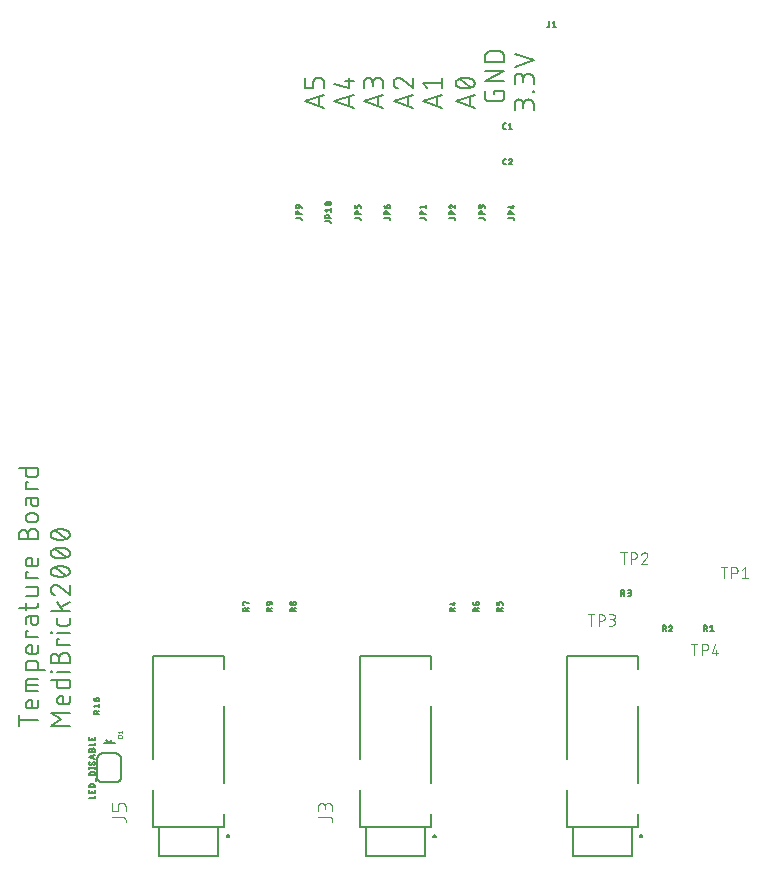
<source format=gbr>
G04 EAGLE Gerber RS-274X export*
G75*
%MOMM*%
%FSLAX34Y34*%
%LPD*%
%INSilkscreen Top*%
%IPPOS*%
%AMOC8*
5,1,8,0,0,1.08239X$1,22.5*%
G01*
%ADD10C,0.152400*%
%ADD11C,0.076200*%
%ADD12C,0.127000*%
%ADD13C,0.200000*%
%ADD14C,0.203200*%
%ADD15C,0.025400*%
%ADD16C,0.101600*%


D10*
X47568Y90278D02*
X31312Y90278D01*
X31312Y94793D02*
X31312Y85762D01*
X47568Y102922D02*
X47568Y107437D01*
X47568Y102922D02*
X47566Y102821D01*
X47560Y102720D01*
X47551Y102619D01*
X47538Y102518D01*
X47521Y102418D01*
X47500Y102319D01*
X47476Y102221D01*
X47448Y102124D01*
X47416Y102027D01*
X47381Y101932D01*
X47342Y101839D01*
X47300Y101747D01*
X47254Y101656D01*
X47205Y101567D01*
X47153Y101481D01*
X47097Y101396D01*
X47039Y101313D01*
X46977Y101233D01*
X46912Y101155D01*
X46845Y101079D01*
X46775Y101006D01*
X46702Y100936D01*
X46626Y100869D01*
X46548Y100804D01*
X46468Y100742D01*
X46385Y100684D01*
X46300Y100628D01*
X46213Y100576D01*
X46125Y100527D01*
X46034Y100481D01*
X45942Y100439D01*
X45849Y100400D01*
X45754Y100365D01*
X45657Y100333D01*
X45560Y100305D01*
X45462Y100281D01*
X45363Y100260D01*
X45263Y100243D01*
X45162Y100230D01*
X45061Y100221D01*
X44960Y100215D01*
X44859Y100213D01*
X44859Y100212D02*
X40343Y100212D01*
X40343Y100213D02*
X40224Y100215D01*
X40104Y100221D01*
X39985Y100231D01*
X39867Y100245D01*
X39748Y100262D01*
X39631Y100284D01*
X39514Y100309D01*
X39399Y100339D01*
X39284Y100372D01*
X39170Y100409D01*
X39058Y100449D01*
X38947Y100494D01*
X38838Y100542D01*
X38730Y100593D01*
X38624Y100648D01*
X38520Y100707D01*
X38418Y100769D01*
X38318Y100834D01*
X38220Y100903D01*
X38124Y100975D01*
X38031Y101050D01*
X37941Y101127D01*
X37853Y101208D01*
X37768Y101292D01*
X37686Y101379D01*
X37606Y101468D01*
X37530Y101560D01*
X37456Y101654D01*
X37386Y101751D01*
X37319Y101849D01*
X37255Y101950D01*
X37195Y102054D01*
X37138Y102159D01*
X37085Y102266D01*
X37035Y102374D01*
X36989Y102484D01*
X36947Y102596D01*
X36908Y102709D01*
X36873Y102823D01*
X36842Y102938D01*
X36814Y103055D01*
X36791Y103172D01*
X36771Y103289D01*
X36755Y103408D01*
X36743Y103527D01*
X36735Y103646D01*
X36731Y103765D01*
X36731Y103885D01*
X36735Y104004D01*
X36743Y104123D01*
X36755Y104242D01*
X36771Y104361D01*
X36791Y104478D01*
X36814Y104595D01*
X36842Y104712D01*
X36873Y104827D01*
X36908Y104941D01*
X36947Y105054D01*
X36989Y105166D01*
X37035Y105276D01*
X37085Y105384D01*
X37138Y105491D01*
X37195Y105596D01*
X37255Y105700D01*
X37319Y105801D01*
X37386Y105899D01*
X37456Y105996D01*
X37530Y106090D01*
X37606Y106182D01*
X37686Y106271D01*
X37768Y106358D01*
X37853Y106442D01*
X37941Y106523D01*
X38031Y106600D01*
X38124Y106675D01*
X38220Y106747D01*
X38318Y106816D01*
X38418Y106881D01*
X38520Y106943D01*
X38624Y107002D01*
X38730Y107057D01*
X38838Y107108D01*
X38947Y107156D01*
X39058Y107201D01*
X39170Y107241D01*
X39284Y107278D01*
X39399Y107311D01*
X39514Y107341D01*
X39631Y107366D01*
X39748Y107388D01*
X39867Y107405D01*
X39985Y107419D01*
X40104Y107429D01*
X40224Y107435D01*
X40343Y107437D01*
X42149Y107437D01*
X42149Y100212D01*
X47568Y114558D02*
X36731Y114558D01*
X36731Y122686D01*
X36733Y122787D01*
X36739Y122888D01*
X36748Y122989D01*
X36761Y123090D01*
X36778Y123190D01*
X36799Y123289D01*
X36823Y123387D01*
X36851Y123484D01*
X36883Y123581D01*
X36918Y123676D01*
X36957Y123769D01*
X36999Y123861D01*
X37045Y123952D01*
X37094Y124041D01*
X37146Y124127D01*
X37202Y124212D01*
X37260Y124295D01*
X37322Y124375D01*
X37387Y124453D01*
X37454Y124529D01*
X37524Y124602D01*
X37597Y124672D01*
X37673Y124739D01*
X37751Y124804D01*
X37831Y124866D01*
X37914Y124924D01*
X37999Y124980D01*
X38086Y125032D01*
X38174Y125081D01*
X38265Y125127D01*
X38357Y125169D01*
X38450Y125208D01*
X38545Y125243D01*
X38642Y125275D01*
X38739Y125303D01*
X38837Y125327D01*
X38936Y125348D01*
X39036Y125365D01*
X39137Y125378D01*
X39238Y125387D01*
X39339Y125393D01*
X39440Y125395D01*
X39440Y125396D02*
X47568Y125396D01*
X47568Y119977D02*
X36731Y119977D01*
X36731Y133111D02*
X52987Y133111D01*
X36731Y133111D02*
X36731Y137627D01*
X36733Y137731D01*
X36739Y137834D01*
X36749Y137938D01*
X36763Y138041D01*
X36781Y138143D01*
X36802Y138244D01*
X36828Y138345D01*
X36857Y138444D01*
X36890Y138543D01*
X36927Y138640D01*
X36968Y138735D01*
X37012Y138829D01*
X37060Y138921D01*
X37111Y139011D01*
X37166Y139100D01*
X37224Y139186D01*
X37286Y139269D01*
X37350Y139351D01*
X37418Y139429D01*
X37488Y139505D01*
X37561Y139579D01*
X37638Y139649D01*
X37716Y139717D01*
X37798Y139781D01*
X37881Y139843D01*
X37967Y139901D01*
X38056Y139956D01*
X38146Y140007D01*
X38238Y140055D01*
X38332Y140099D01*
X38427Y140140D01*
X38524Y140177D01*
X38623Y140210D01*
X38722Y140239D01*
X38823Y140265D01*
X38924Y140286D01*
X39026Y140304D01*
X39129Y140318D01*
X39233Y140328D01*
X39336Y140334D01*
X39440Y140336D01*
X44859Y140336D01*
X44960Y140334D01*
X45061Y140328D01*
X45162Y140319D01*
X45263Y140306D01*
X45363Y140289D01*
X45462Y140268D01*
X45560Y140244D01*
X45657Y140216D01*
X45754Y140184D01*
X45849Y140149D01*
X45942Y140110D01*
X46034Y140068D01*
X46125Y140022D01*
X46214Y139973D01*
X46300Y139921D01*
X46385Y139865D01*
X46468Y139807D01*
X46548Y139745D01*
X46626Y139680D01*
X46702Y139613D01*
X46775Y139543D01*
X46845Y139470D01*
X46912Y139394D01*
X46977Y139316D01*
X47039Y139236D01*
X47097Y139153D01*
X47153Y139068D01*
X47205Y138982D01*
X47254Y138893D01*
X47300Y138802D01*
X47342Y138710D01*
X47381Y138617D01*
X47416Y138522D01*
X47448Y138425D01*
X47476Y138328D01*
X47500Y138230D01*
X47521Y138131D01*
X47538Y138031D01*
X47551Y137930D01*
X47560Y137829D01*
X47566Y137728D01*
X47568Y137627D01*
X47568Y133111D01*
X47568Y149294D02*
X47568Y153810D01*
X47568Y149294D02*
X47566Y149193D01*
X47560Y149092D01*
X47551Y148991D01*
X47538Y148890D01*
X47521Y148790D01*
X47500Y148691D01*
X47476Y148593D01*
X47448Y148496D01*
X47416Y148399D01*
X47381Y148304D01*
X47342Y148211D01*
X47300Y148119D01*
X47254Y148028D01*
X47205Y147939D01*
X47153Y147853D01*
X47097Y147768D01*
X47039Y147685D01*
X46977Y147605D01*
X46912Y147527D01*
X46845Y147451D01*
X46775Y147378D01*
X46702Y147308D01*
X46626Y147241D01*
X46548Y147176D01*
X46468Y147114D01*
X46385Y147056D01*
X46300Y147000D01*
X46213Y146948D01*
X46125Y146899D01*
X46034Y146853D01*
X45942Y146811D01*
X45849Y146772D01*
X45754Y146737D01*
X45657Y146705D01*
X45560Y146677D01*
X45462Y146653D01*
X45363Y146632D01*
X45263Y146615D01*
X45162Y146602D01*
X45061Y146593D01*
X44960Y146587D01*
X44859Y146585D01*
X40343Y146585D01*
X40224Y146587D01*
X40104Y146593D01*
X39985Y146603D01*
X39867Y146617D01*
X39748Y146634D01*
X39631Y146656D01*
X39514Y146681D01*
X39399Y146711D01*
X39284Y146744D01*
X39170Y146781D01*
X39058Y146821D01*
X38947Y146866D01*
X38838Y146914D01*
X38730Y146965D01*
X38624Y147020D01*
X38520Y147079D01*
X38418Y147141D01*
X38318Y147206D01*
X38220Y147275D01*
X38124Y147347D01*
X38031Y147422D01*
X37941Y147499D01*
X37853Y147580D01*
X37768Y147664D01*
X37686Y147751D01*
X37606Y147840D01*
X37530Y147932D01*
X37456Y148026D01*
X37386Y148123D01*
X37319Y148221D01*
X37255Y148322D01*
X37195Y148426D01*
X37138Y148531D01*
X37085Y148638D01*
X37035Y148746D01*
X36989Y148856D01*
X36947Y148968D01*
X36908Y149081D01*
X36873Y149195D01*
X36842Y149310D01*
X36814Y149427D01*
X36791Y149544D01*
X36771Y149661D01*
X36755Y149780D01*
X36743Y149899D01*
X36735Y150018D01*
X36731Y150137D01*
X36731Y150257D01*
X36735Y150376D01*
X36743Y150495D01*
X36755Y150614D01*
X36771Y150733D01*
X36791Y150850D01*
X36814Y150967D01*
X36842Y151084D01*
X36873Y151199D01*
X36908Y151313D01*
X36947Y151426D01*
X36989Y151538D01*
X37035Y151648D01*
X37085Y151756D01*
X37138Y151863D01*
X37195Y151968D01*
X37255Y152072D01*
X37319Y152173D01*
X37386Y152271D01*
X37456Y152368D01*
X37530Y152462D01*
X37606Y152554D01*
X37686Y152643D01*
X37768Y152730D01*
X37853Y152814D01*
X37941Y152895D01*
X38031Y152972D01*
X38124Y153047D01*
X38220Y153119D01*
X38318Y153188D01*
X38418Y153253D01*
X38520Y153315D01*
X38624Y153374D01*
X38730Y153429D01*
X38838Y153480D01*
X38947Y153528D01*
X39058Y153573D01*
X39170Y153613D01*
X39284Y153650D01*
X39399Y153683D01*
X39514Y153713D01*
X39631Y153738D01*
X39748Y153760D01*
X39867Y153777D01*
X39985Y153791D01*
X40104Y153801D01*
X40224Y153807D01*
X40343Y153809D01*
X40343Y153810D02*
X42149Y153810D01*
X42149Y146585D01*
X47568Y160738D02*
X36731Y160738D01*
X36731Y166156D01*
X38537Y166156D01*
X41246Y174161D02*
X41246Y178225D01*
X41246Y174161D02*
X41248Y174049D01*
X41254Y173938D01*
X41264Y173827D01*
X41277Y173716D01*
X41295Y173606D01*
X41317Y173497D01*
X41342Y173388D01*
X41371Y173280D01*
X41404Y173174D01*
X41441Y173068D01*
X41481Y172964D01*
X41525Y172862D01*
X41573Y172761D01*
X41624Y172662D01*
X41679Y172564D01*
X41737Y172469D01*
X41798Y172376D01*
X41863Y172285D01*
X41931Y172196D01*
X42002Y172110D01*
X42075Y172027D01*
X42152Y171946D01*
X42232Y171867D01*
X42314Y171792D01*
X42399Y171720D01*
X42486Y171650D01*
X42576Y171584D01*
X42668Y171521D01*
X42763Y171461D01*
X42859Y171405D01*
X42957Y171352D01*
X43057Y171303D01*
X43159Y171257D01*
X43262Y171215D01*
X43367Y171176D01*
X43473Y171141D01*
X43580Y171110D01*
X43688Y171083D01*
X43797Y171059D01*
X43907Y171040D01*
X44017Y171024D01*
X44128Y171012D01*
X44240Y171004D01*
X44351Y171000D01*
X44463Y171000D01*
X44574Y171004D01*
X44686Y171012D01*
X44797Y171024D01*
X44907Y171040D01*
X45017Y171059D01*
X45126Y171083D01*
X45234Y171110D01*
X45341Y171141D01*
X45447Y171176D01*
X45552Y171215D01*
X45655Y171257D01*
X45757Y171303D01*
X45857Y171352D01*
X45955Y171405D01*
X46051Y171461D01*
X46146Y171521D01*
X46238Y171584D01*
X46328Y171650D01*
X46415Y171720D01*
X46500Y171792D01*
X46582Y171867D01*
X46662Y171946D01*
X46739Y172027D01*
X46812Y172110D01*
X46883Y172196D01*
X46951Y172285D01*
X47016Y172376D01*
X47077Y172469D01*
X47135Y172564D01*
X47190Y172662D01*
X47241Y172761D01*
X47289Y172862D01*
X47333Y172964D01*
X47373Y173068D01*
X47410Y173174D01*
X47443Y173280D01*
X47472Y173388D01*
X47497Y173497D01*
X47519Y173606D01*
X47537Y173716D01*
X47550Y173827D01*
X47560Y173938D01*
X47566Y174049D01*
X47568Y174161D01*
X47568Y178225D01*
X39440Y178225D01*
X39339Y178223D01*
X39238Y178217D01*
X39137Y178208D01*
X39036Y178195D01*
X38936Y178178D01*
X38837Y178157D01*
X38739Y178133D01*
X38642Y178105D01*
X38545Y178073D01*
X38450Y178038D01*
X38357Y177999D01*
X38265Y177957D01*
X38174Y177911D01*
X38086Y177862D01*
X37999Y177810D01*
X37914Y177754D01*
X37831Y177696D01*
X37751Y177634D01*
X37673Y177569D01*
X37597Y177502D01*
X37524Y177432D01*
X37454Y177359D01*
X37387Y177283D01*
X37322Y177205D01*
X37260Y177125D01*
X37202Y177042D01*
X37146Y176957D01*
X37094Y176871D01*
X37045Y176782D01*
X36999Y176691D01*
X36957Y176599D01*
X36918Y176506D01*
X36883Y176411D01*
X36851Y176314D01*
X36823Y176217D01*
X36799Y176119D01*
X36778Y176020D01*
X36761Y175920D01*
X36748Y175819D01*
X36739Y175718D01*
X36733Y175617D01*
X36731Y175516D01*
X36731Y171904D01*
X36731Y183845D02*
X36731Y189263D01*
X31312Y185651D02*
X44859Y185651D01*
X44960Y185653D01*
X45061Y185659D01*
X45162Y185668D01*
X45263Y185681D01*
X45363Y185698D01*
X45462Y185719D01*
X45560Y185743D01*
X45657Y185771D01*
X45754Y185803D01*
X45849Y185838D01*
X45942Y185877D01*
X46034Y185919D01*
X46125Y185965D01*
X46213Y186014D01*
X46300Y186066D01*
X46385Y186122D01*
X46468Y186180D01*
X46548Y186242D01*
X46626Y186307D01*
X46702Y186374D01*
X46775Y186444D01*
X46845Y186517D01*
X46912Y186593D01*
X46977Y186671D01*
X47039Y186751D01*
X47097Y186834D01*
X47153Y186919D01*
X47205Y187005D01*
X47254Y187094D01*
X47300Y187185D01*
X47342Y187277D01*
X47381Y187370D01*
X47416Y187465D01*
X47448Y187562D01*
X47476Y187659D01*
X47500Y187757D01*
X47521Y187856D01*
X47538Y187956D01*
X47551Y188057D01*
X47560Y188158D01*
X47566Y188259D01*
X47568Y188360D01*
X47568Y189263D01*
X44859Y195563D02*
X36731Y195563D01*
X44859Y195563D02*
X44960Y195565D01*
X45061Y195571D01*
X45162Y195580D01*
X45263Y195593D01*
X45363Y195610D01*
X45462Y195631D01*
X45560Y195655D01*
X45657Y195683D01*
X45754Y195715D01*
X45849Y195750D01*
X45942Y195789D01*
X46034Y195831D01*
X46125Y195877D01*
X46213Y195926D01*
X46300Y195978D01*
X46385Y196034D01*
X46468Y196092D01*
X46548Y196154D01*
X46626Y196219D01*
X46702Y196286D01*
X46775Y196356D01*
X46845Y196429D01*
X46912Y196505D01*
X46977Y196583D01*
X47039Y196663D01*
X47097Y196746D01*
X47153Y196831D01*
X47205Y196917D01*
X47254Y197006D01*
X47300Y197097D01*
X47342Y197189D01*
X47381Y197282D01*
X47416Y197377D01*
X47448Y197474D01*
X47476Y197571D01*
X47500Y197669D01*
X47521Y197768D01*
X47538Y197868D01*
X47551Y197969D01*
X47560Y198070D01*
X47566Y198171D01*
X47568Y198272D01*
X47568Y202788D01*
X36731Y202788D01*
X36731Y210237D02*
X47568Y210237D01*
X36731Y210237D02*
X36731Y215655D01*
X38537Y215655D01*
X47568Y223282D02*
X47568Y227797D01*
X47568Y223282D02*
X47566Y223181D01*
X47560Y223080D01*
X47551Y222979D01*
X47538Y222878D01*
X47521Y222778D01*
X47500Y222679D01*
X47476Y222581D01*
X47448Y222484D01*
X47416Y222387D01*
X47381Y222292D01*
X47342Y222199D01*
X47300Y222107D01*
X47254Y222016D01*
X47205Y221927D01*
X47153Y221841D01*
X47097Y221756D01*
X47039Y221673D01*
X46977Y221593D01*
X46912Y221515D01*
X46845Y221439D01*
X46775Y221366D01*
X46702Y221296D01*
X46626Y221229D01*
X46548Y221164D01*
X46468Y221102D01*
X46385Y221044D01*
X46300Y220988D01*
X46213Y220936D01*
X46125Y220887D01*
X46034Y220841D01*
X45942Y220799D01*
X45849Y220760D01*
X45754Y220725D01*
X45657Y220693D01*
X45560Y220665D01*
X45462Y220641D01*
X45363Y220620D01*
X45263Y220603D01*
X45162Y220590D01*
X45061Y220581D01*
X44960Y220575D01*
X44859Y220573D01*
X40343Y220573D01*
X40224Y220575D01*
X40104Y220581D01*
X39985Y220591D01*
X39867Y220605D01*
X39748Y220622D01*
X39631Y220644D01*
X39514Y220669D01*
X39399Y220699D01*
X39284Y220732D01*
X39170Y220769D01*
X39058Y220809D01*
X38947Y220854D01*
X38838Y220902D01*
X38730Y220953D01*
X38624Y221008D01*
X38520Y221067D01*
X38418Y221129D01*
X38318Y221194D01*
X38220Y221263D01*
X38124Y221335D01*
X38031Y221410D01*
X37941Y221487D01*
X37853Y221568D01*
X37768Y221652D01*
X37686Y221739D01*
X37606Y221828D01*
X37530Y221920D01*
X37456Y222014D01*
X37386Y222111D01*
X37319Y222209D01*
X37255Y222310D01*
X37195Y222414D01*
X37138Y222519D01*
X37085Y222626D01*
X37035Y222734D01*
X36989Y222844D01*
X36947Y222956D01*
X36908Y223069D01*
X36873Y223183D01*
X36842Y223298D01*
X36814Y223415D01*
X36791Y223532D01*
X36771Y223649D01*
X36755Y223768D01*
X36743Y223887D01*
X36735Y224006D01*
X36731Y224125D01*
X36731Y224245D01*
X36735Y224364D01*
X36743Y224483D01*
X36755Y224602D01*
X36771Y224721D01*
X36791Y224838D01*
X36814Y224955D01*
X36842Y225072D01*
X36873Y225187D01*
X36908Y225301D01*
X36947Y225414D01*
X36989Y225526D01*
X37035Y225636D01*
X37085Y225744D01*
X37138Y225851D01*
X37195Y225956D01*
X37255Y226060D01*
X37319Y226161D01*
X37386Y226259D01*
X37456Y226356D01*
X37530Y226450D01*
X37606Y226542D01*
X37686Y226631D01*
X37768Y226718D01*
X37853Y226802D01*
X37941Y226883D01*
X38031Y226960D01*
X38124Y227035D01*
X38220Y227107D01*
X38318Y227176D01*
X38418Y227241D01*
X38520Y227303D01*
X38624Y227362D01*
X38730Y227417D01*
X38838Y227468D01*
X38947Y227516D01*
X39058Y227561D01*
X39170Y227601D01*
X39284Y227638D01*
X39399Y227671D01*
X39514Y227701D01*
X39631Y227726D01*
X39748Y227748D01*
X39867Y227765D01*
X39985Y227779D01*
X40104Y227789D01*
X40224Y227795D01*
X40343Y227797D01*
X42149Y227797D01*
X42149Y220573D01*
X38537Y243327D02*
X38537Y247843D01*
X38536Y247843D02*
X38538Y247976D01*
X38544Y248108D01*
X38554Y248240D01*
X38567Y248372D01*
X38585Y248504D01*
X38606Y248634D01*
X38631Y248765D01*
X38660Y248894D01*
X38693Y249022D01*
X38729Y249150D01*
X38769Y249276D01*
X38813Y249401D01*
X38861Y249525D01*
X38912Y249647D01*
X38967Y249768D01*
X39025Y249887D01*
X39087Y250005D01*
X39152Y250120D01*
X39221Y250234D01*
X39292Y250345D01*
X39368Y250454D01*
X39446Y250561D01*
X39527Y250666D01*
X39612Y250768D01*
X39699Y250868D01*
X39789Y250965D01*
X39882Y251060D01*
X39978Y251151D01*
X40076Y251240D01*
X40177Y251326D01*
X40281Y251409D01*
X40387Y251489D01*
X40495Y251565D01*
X40605Y251639D01*
X40718Y251709D01*
X40832Y251776D01*
X40949Y251839D01*
X41067Y251899D01*
X41187Y251956D01*
X41309Y252009D01*
X41432Y252058D01*
X41556Y252104D01*
X41682Y252146D01*
X41809Y252184D01*
X41937Y252219D01*
X42066Y252250D01*
X42195Y252277D01*
X42326Y252300D01*
X42457Y252320D01*
X42589Y252335D01*
X42721Y252347D01*
X42853Y252355D01*
X42986Y252359D01*
X43118Y252359D01*
X43251Y252355D01*
X43383Y252347D01*
X43515Y252335D01*
X43647Y252320D01*
X43778Y252300D01*
X43909Y252277D01*
X44038Y252250D01*
X44167Y252219D01*
X44295Y252184D01*
X44422Y252146D01*
X44548Y252104D01*
X44672Y252058D01*
X44795Y252009D01*
X44917Y251956D01*
X45037Y251899D01*
X45155Y251839D01*
X45272Y251776D01*
X45386Y251709D01*
X45499Y251639D01*
X45609Y251565D01*
X45717Y251489D01*
X45823Y251409D01*
X45927Y251326D01*
X46028Y251240D01*
X46126Y251151D01*
X46222Y251060D01*
X46315Y250965D01*
X46405Y250868D01*
X46492Y250768D01*
X46577Y250666D01*
X46658Y250561D01*
X46736Y250454D01*
X46812Y250345D01*
X46883Y250234D01*
X46952Y250120D01*
X47017Y250005D01*
X47079Y249887D01*
X47137Y249768D01*
X47192Y249647D01*
X47243Y249525D01*
X47291Y249401D01*
X47335Y249276D01*
X47375Y249150D01*
X47411Y249022D01*
X47444Y248894D01*
X47473Y248765D01*
X47498Y248634D01*
X47519Y248504D01*
X47537Y248372D01*
X47550Y248240D01*
X47560Y248108D01*
X47566Y247976D01*
X47568Y247843D01*
X47568Y243327D01*
X31312Y243327D01*
X31312Y247843D01*
X31314Y247962D01*
X31320Y248082D01*
X31330Y248201D01*
X31344Y248319D01*
X31361Y248438D01*
X31383Y248555D01*
X31408Y248672D01*
X31438Y248787D01*
X31471Y248902D01*
X31508Y249016D01*
X31548Y249128D01*
X31593Y249239D01*
X31641Y249348D01*
X31692Y249456D01*
X31747Y249562D01*
X31806Y249666D01*
X31868Y249768D01*
X31933Y249868D01*
X32002Y249966D01*
X32074Y250062D01*
X32149Y250155D01*
X32226Y250245D01*
X32307Y250333D01*
X32391Y250418D01*
X32478Y250500D01*
X32567Y250580D01*
X32659Y250656D01*
X32753Y250730D01*
X32850Y250800D01*
X32948Y250867D01*
X33049Y250931D01*
X33153Y250991D01*
X33258Y251048D01*
X33365Y251101D01*
X33473Y251151D01*
X33583Y251197D01*
X33695Y251239D01*
X33808Y251278D01*
X33922Y251313D01*
X34037Y251344D01*
X34154Y251372D01*
X34271Y251395D01*
X34388Y251415D01*
X34507Y251431D01*
X34626Y251443D01*
X34745Y251451D01*
X34864Y251455D01*
X34984Y251455D01*
X35103Y251451D01*
X35222Y251443D01*
X35341Y251431D01*
X35460Y251415D01*
X35577Y251395D01*
X35694Y251372D01*
X35811Y251344D01*
X35926Y251313D01*
X36040Y251278D01*
X36153Y251239D01*
X36265Y251197D01*
X36375Y251151D01*
X36483Y251101D01*
X36590Y251048D01*
X36695Y250991D01*
X36799Y250931D01*
X36900Y250867D01*
X36998Y250800D01*
X37095Y250730D01*
X37189Y250656D01*
X37281Y250580D01*
X37370Y250500D01*
X37457Y250418D01*
X37541Y250333D01*
X37622Y250245D01*
X37699Y250155D01*
X37774Y250062D01*
X37846Y249966D01*
X37915Y249868D01*
X37980Y249768D01*
X38042Y249666D01*
X38101Y249562D01*
X38156Y249456D01*
X38207Y249348D01*
X38255Y249239D01*
X38300Y249128D01*
X38340Y249016D01*
X38377Y248902D01*
X38410Y248787D01*
X38440Y248672D01*
X38465Y248555D01*
X38487Y248438D01*
X38504Y248319D01*
X38518Y248201D01*
X38528Y248082D01*
X38534Y247962D01*
X38536Y247843D01*
X40343Y258088D02*
X43956Y258088D01*
X40343Y258088D02*
X40224Y258090D01*
X40104Y258096D01*
X39985Y258106D01*
X39867Y258120D01*
X39748Y258137D01*
X39631Y258159D01*
X39514Y258184D01*
X39399Y258214D01*
X39284Y258247D01*
X39170Y258284D01*
X39058Y258324D01*
X38947Y258369D01*
X38838Y258417D01*
X38730Y258468D01*
X38624Y258523D01*
X38520Y258582D01*
X38418Y258644D01*
X38318Y258709D01*
X38220Y258778D01*
X38124Y258850D01*
X38031Y258925D01*
X37941Y259002D01*
X37853Y259083D01*
X37768Y259167D01*
X37686Y259254D01*
X37606Y259343D01*
X37530Y259435D01*
X37456Y259529D01*
X37386Y259626D01*
X37319Y259724D01*
X37255Y259825D01*
X37195Y259929D01*
X37138Y260034D01*
X37085Y260141D01*
X37035Y260249D01*
X36989Y260359D01*
X36947Y260471D01*
X36908Y260584D01*
X36873Y260698D01*
X36842Y260813D01*
X36814Y260930D01*
X36791Y261047D01*
X36771Y261164D01*
X36755Y261283D01*
X36743Y261402D01*
X36735Y261521D01*
X36731Y261640D01*
X36731Y261760D01*
X36735Y261879D01*
X36743Y261998D01*
X36755Y262117D01*
X36771Y262236D01*
X36791Y262353D01*
X36814Y262470D01*
X36842Y262587D01*
X36873Y262702D01*
X36908Y262816D01*
X36947Y262929D01*
X36989Y263041D01*
X37035Y263151D01*
X37085Y263259D01*
X37138Y263366D01*
X37195Y263471D01*
X37255Y263575D01*
X37319Y263676D01*
X37386Y263774D01*
X37456Y263871D01*
X37530Y263965D01*
X37606Y264057D01*
X37686Y264146D01*
X37768Y264233D01*
X37853Y264317D01*
X37941Y264398D01*
X38031Y264475D01*
X38124Y264550D01*
X38220Y264622D01*
X38318Y264691D01*
X38418Y264756D01*
X38520Y264818D01*
X38624Y264877D01*
X38730Y264932D01*
X38838Y264983D01*
X38947Y265031D01*
X39058Y265076D01*
X39170Y265116D01*
X39284Y265153D01*
X39399Y265186D01*
X39514Y265216D01*
X39631Y265241D01*
X39748Y265263D01*
X39867Y265280D01*
X39985Y265294D01*
X40104Y265304D01*
X40224Y265310D01*
X40343Y265312D01*
X43956Y265312D01*
X44075Y265310D01*
X44195Y265304D01*
X44314Y265294D01*
X44432Y265280D01*
X44551Y265263D01*
X44668Y265241D01*
X44785Y265216D01*
X44900Y265186D01*
X45015Y265153D01*
X45129Y265116D01*
X45241Y265076D01*
X45352Y265031D01*
X45461Y264983D01*
X45569Y264932D01*
X45675Y264877D01*
X45779Y264818D01*
X45881Y264756D01*
X45981Y264691D01*
X46079Y264622D01*
X46175Y264550D01*
X46268Y264475D01*
X46358Y264398D01*
X46446Y264317D01*
X46531Y264233D01*
X46613Y264146D01*
X46693Y264057D01*
X46769Y263965D01*
X46843Y263871D01*
X46913Y263774D01*
X46980Y263676D01*
X47044Y263575D01*
X47104Y263471D01*
X47161Y263366D01*
X47214Y263259D01*
X47264Y263151D01*
X47310Y263041D01*
X47352Y262929D01*
X47391Y262816D01*
X47426Y262702D01*
X47457Y262587D01*
X47485Y262470D01*
X47508Y262353D01*
X47528Y262236D01*
X47544Y262117D01*
X47556Y261998D01*
X47564Y261879D01*
X47568Y261760D01*
X47568Y261640D01*
X47564Y261521D01*
X47556Y261402D01*
X47544Y261283D01*
X47528Y261164D01*
X47508Y261047D01*
X47485Y260930D01*
X47457Y260813D01*
X47426Y260698D01*
X47391Y260584D01*
X47352Y260471D01*
X47310Y260359D01*
X47264Y260249D01*
X47214Y260141D01*
X47161Y260034D01*
X47104Y259929D01*
X47044Y259825D01*
X46980Y259724D01*
X46913Y259626D01*
X46843Y259529D01*
X46769Y259435D01*
X46693Y259343D01*
X46613Y259254D01*
X46531Y259167D01*
X46446Y259083D01*
X46358Y259002D01*
X46268Y258925D01*
X46175Y258850D01*
X46079Y258778D01*
X45981Y258709D01*
X45881Y258644D01*
X45779Y258582D01*
X45675Y258523D01*
X45569Y258468D01*
X45461Y258417D01*
X45352Y258369D01*
X45241Y258324D01*
X45129Y258284D01*
X45015Y258247D01*
X44900Y258214D01*
X44785Y258184D01*
X44668Y258159D01*
X44551Y258137D01*
X44432Y258120D01*
X44314Y258106D01*
X44195Y258096D01*
X44075Y258090D01*
X43956Y258088D01*
X41246Y274722D02*
X41246Y278786D01*
X41246Y274722D02*
X41248Y274610D01*
X41254Y274499D01*
X41264Y274388D01*
X41277Y274277D01*
X41295Y274167D01*
X41317Y274058D01*
X41342Y273949D01*
X41371Y273841D01*
X41404Y273735D01*
X41441Y273629D01*
X41481Y273525D01*
X41525Y273423D01*
X41573Y273322D01*
X41624Y273223D01*
X41679Y273125D01*
X41737Y273030D01*
X41798Y272937D01*
X41863Y272846D01*
X41931Y272757D01*
X42002Y272671D01*
X42075Y272588D01*
X42152Y272507D01*
X42232Y272428D01*
X42314Y272353D01*
X42399Y272281D01*
X42486Y272211D01*
X42576Y272145D01*
X42668Y272082D01*
X42763Y272022D01*
X42859Y271966D01*
X42957Y271913D01*
X43057Y271864D01*
X43159Y271818D01*
X43262Y271776D01*
X43367Y271737D01*
X43473Y271702D01*
X43580Y271671D01*
X43688Y271644D01*
X43797Y271620D01*
X43907Y271601D01*
X44017Y271585D01*
X44128Y271573D01*
X44240Y271565D01*
X44351Y271561D01*
X44463Y271561D01*
X44574Y271565D01*
X44686Y271573D01*
X44797Y271585D01*
X44907Y271601D01*
X45017Y271620D01*
X45126Y271644D01*
X45234Y271671D01*
X45341Y271702D01*
X45447Y271737D01*
X45552Y271776D01*
X45655Y271818D01*
X45757Y271864D01*
X45857Y271913D01*
X45955Y271966D01*
X46051Y272022D01*
X46146Y272082D01*
X46238Y272145D01*
X46328Y272211D01*
X46415Y272281D01*
X46500Y272353D01*
X46582Y272428D01*
X46662Y272507D01*
X46739Y272588D01*
X46812Y272671D01*
X46883Y272757D01*
X46951Y272846D01*
X47016Y272937D01*
X47077Y273030D01*
X47135Y273125D01*
X47190Y273223D01*
X47241Y273322D01*
X47289Y273423D01*
X47333Y273525D01*
X47373Y273629D01*
X47410Y273735D01*
X47443Y273841D01*
X47472Y273949D01*
X47497Y274058D01*
X47519Y274167D01*
X47537Y274277D01*
X47550Y274388D01*
X47560Y274499D01*
X47566Y274610D01*
X47568Y274722D01*
X47568Y278786D01*
X39440Y278786D01*
X39339Y278784D01*
X39238Y278778D01*
X39137Y278769D01*
X39036Y278756D01*
X38936Y278739D01*
X38837Y278718D01*
X38739Y278694D01*
X38642Y278666D01*
X38545Y278634D01*
X38450Y278599D01*
X38357Y278560D01*
X38265Y278518D01*
X38174Y278472D01*
X38086Y278423D01*
X37999Y278371D01*
X37914Y278315D01*
X37831Y278257D01*
X37751Y278195D01*
X37673Y278130D01*
X37597Y278063D01*
X37524Y277993D01*
X37454Y277920D01*
X37387Y277844D01*
X37322Y277766D01*
X37260Y277686D01*
X37202Y277603D01*
X37146Y277518D01*
X37094Y277432D01*
X37045Y277343D01*
X36999Y277252D01*
X36957Y277160D01*
X36918Y277067D01*
X36883Y276972D01*
X36851Y276875D01*
X36823Y276778D01*
X36799Y276680D01*
X36778Y276581D01*
X36761Y276481D01*
X36748Y276380D01*
X36739Y276279D01*
X36733Y276178D01*
X36731Y276077D01*
X36731Y272464D01*
X36731Y286309D02*
X47568Y286309D01*
X36731Y286309D02*
X36731Y291727D01*
X38537Y291727D01*
X31312Y303796D02*
X47568Y303796D01*
X47568Y299281D01*
X47566Y299180D01*
X47560Y299079D01*
X47551Y298978D01*
X47538Y298877D01*
X47521Y298777D01*
X47500Y298678D01*
X47476Y298580D01*
X47448Y298483D01*
X47416Y298386D01*
X47381Y298291D01*
X47342Y298198D01*
X47300Y298106D01*
X47254Y298015D01*
X47205Y297927D01*
X47153Y297840D01*
X47097Y297755D01*
X47039Y297672D01*
X46977Y297592D01*
X46912Y297514D01*
X46845Y297438D01*
X46775Y297365D01*
X46702Y297295D01*
X46626Y297228D01*
X46548Y297163D01*
X46468Y297101D01*
X46385Y297043D01*
X46300Y296987D01*
X46213Y296935D01*
X46125Y296886D01*
X46034Y296840D01*
X45942Y296798D01*
X45849Y296759D01*
X45754Y296724D01*
X45657Y296692D01*
X45560Y296664D01*
X45462Y296640D01*
X45363Y296619D01*
X45263Y296602D01*
X45162Y296589D01*
X45061Y296580D01*
X44960Y296574D01*
X44859Y296572D01*
X44859Y296571D02*
X39440Y296571D01*
X39440Y296572D02*
X39339Y296574D01*
X39238Y296580D01*
X39137Y296589D01*
X39036Y296602D01*
X38936Y296619D01*
X38837Y296640D01*
X38739Y296664D01*
X38642Y296692D01*
X38545Y296724D01*
X38450Y296759D01*
X38357Y296798D01*
X38265Y296840D01*
X38174Y296886D01*
X38086Y296935D01*
X37999Y296987D01*
X37914Y297043D01*
X37831Y297101D01*
X37751Y297163D01*
X37673Y297228D01*
X37597Y297295D01*
X37524Y297365D01*
X37454Y297438D01*
X37387Y297514D01*
X37322Y297592D01*
X37260Y297672D01*
X37202Y297755D01*
X37146Y297840D01*
X37094Y297927D01*
X37045Y298015D01*
X36999Y298106D01*
X36957Y298198D01*
X36918Y298291D01*
X36883Y298386D01*
X36851Y298483D01*
X36823Y298580D01*
X36799Y298678D01*
X36778Y298777D01*
X36761Y298877D01*
X36748Y298978D01*
X36739Y299079D01*
X36733Y299180D01*
X36731Y299281D01*
X36731Y303796D01*
X57982Y85762D02*
X74238Y85762D01*
X67013Y91181D02*
X57982Y85762D01*
X67013Y91181D02*
X57982Y96599D01*
X74238Y96599D01*
X74238Y106430D02*
X74238Y110945D01*
X74238Y106430D02*
X74236Y106329D01*
X74230Y106228D01*
X74221Y106127D01*
X74208Y106026D01*
X74191Y105926D01*
X74170Y105827D01*
X74146Y105729D01*
X74118Y105632D01*
X74086Y105535D01*
X74051Y105440D01*
X74012Y105347D01*
X73970Y105255D01*
X73924Y105164D01*
X73875Y105075D01*
X73823Y104989D01*
X73767Y104904D01*
X73709Y104821D01*
X73647Y104741D01*
X73582Y104663D01*
X73515Y104587D01*
X73445Y104514D01*
X73372Y104444D01*
X73296Y104377D01*
X73218Y104312D01*
X73138Y104250D01*
X73055Y104192D01*
X72970Y104136D01*
X72883Y104084D01*
X72795Y104035D01*
X72704Y103989D01*
X72612Y103947D01*
X72519Y103908D01*
X72424Y103873D01*
X72327Y103841D01*
X72230Y103813D01*
X72132Y103789D01*
X72033Y103768D01*
X71933Y103751D01*
X71832Y103738D01*
X71731Y103729D01*
X71630Y103723D01*
X71529Y103721D01*
X67013Y103721D01*
X66894Y103723D01*
X66774Y103729D01*
X66655Y103739D01*
X66537Y103753D01*
X66418Y103770D01*
X66301Y103792D01*
X66184Y103817D01*
X66069Y103847D01*
X65954Y103880D01*
X65840Y103917D01*
X65728Y103957D01*
X65617Y104002D01*
X65508Y104050D01*
X65400Y104101D01*
X65294Y104156D01*
X65190Y104215D01*
X65088Y104277D01*
X64988Y104342D01*
X64890Y104411D01*
X64794Y104483D01*
X64701Y104558D01*
X64611Y104635D01*
X64523Y104716D01*
X64438Y104800D01*
X64356Y104887D01*
X64276Y104976D01*
X64200Y105068D01*
X64126Y105162D01*
X64056Y105259D01*
X63989Y105357D01*
X63925Y105458D01*
X63865Y105562D01*
X63808Y105667D01*
X63755Y105774D01*
X63705Y105882D01*
X63659Y105992D01*
X63617Y106104D01*
X63578Y106217D01*
X63543Y106331D01*
X63512Y106446D01*
X63484Y106563D01*
X63461Y106680D01*
X63441Y106797D01*
X63425Y106916D01*
X63413Y107035D01*
X63405Y107154D01*
X63401Y107273D01*
X63401Y107393D01*
X63405Y107512D01*
X63413Y107631D01*
X63425Y107750D01*
X63441Y107869D01*
X63461Y107986D01*
X63484Y108103D01*
X63512Y108220D01*
X63543Y108335D01*
X63578Y108449D01*
X63617Y108562D01*
X63659Y108674D01*
X63705Y108784D01*
X63755Y108892D01*
X63808Y108999D01*
X63865Y109104D01*
X63925Y109208D01*
X63989Y109309D01*
X64056Y109407D01*
X64126Y109504D01*
X64200Y109598D01*
X64276Y109690D01*
X64356Y109779D01*
X64438Y109866D01*
X64523Y109950D01*
X64611Y110031D01*
X64701Y110108D01*
X64794Y110183D01*
X64890Y110255D01*
X64988Y110324D01*
X65088Y110389D01*
X65190Y110451D01*
X65294Y110510D01*
X65400Y110565D01*
X65508Y110616D01*
X65617Y110664D01*
X65728Y110709D01*
X65840Y110749D01*
X65954Y110786D01*
X66069Y110819D01*
X66184Y110849D01*
X66301Y110874D01*
X66418Y110896D01*
X66537Y110913D01*
X66655Y110927D01*
X66774Y110937D01*
X66894Y110943D01*
X67013Y110945D01*
X68819Y110945D01*
X68819Y103721D01*
X74238Y124419D02*
X57982Y124419D01*
X74238Y124419D02*
X74238Y119904D01*
X74236Y119803D01*
X74230Y119702D01*
X74221Y119601D01*
X74208Y119500D01*
X74191Y119400D01*
X74170Y119301D01*
X74146Y119203D01*
X74118Y119106D01*
X74086Y119009D01*
X74051Y118914D01*
X74012Y118821D01*
X73970Y118729D01*
X73924Y118638D01*
X73875Y118549D01*
X73823Y118463D01*
X73767Y118378D01*
X73709Y118295D01*
X73647Y118215D01*
X73582Y118137D01*
X73515Y118061D01*
X73445Y117988D01*
X73372Y117918D01*
X73296Y117851D01*
X73218Y117786D01*
X73138Y117724D01*
X73055Y117666D01*
X72970Y117610D01*
X72883Y117558D01*
X72795Y117509D01*
X72704Y117463D01*
X72612Y117421D01*
X72519Y117382D01*
X72424Y117347D01*
X72327Y117315D01*
X72230Y117287D01*
X72132Y117263D01*
X72033Y117242D01*
X71933Y117225D01*
X71832Y117212D01*
X71731Y117203D01*
X71630Y117197D01*
X71529Y117195D01*
X71529Y117194D02*
X66110Y117194D01*
X66110Y117195D02*
X66009Y117197D01*
X65908Y117203D01*
X65807Y117212D01*
X65706Y117225D01*
X65606Y117242D01*
X65507Y117263D01*
X65409Y117287D01*
X65312Y117315D01*
X65215Y117347D01*
X65120Y117382D01*
X65027Y117421D01*
X64935Y117463D01*
X64844Y117509D01*
X64756Y117558D01*
X64669Y117610D01*
X64584Y117666D01*
X64501Y117724D01*
X64421Y117786D01*
X64343Y117851D01*
X64267Y117918D01*
X64194Y117988D01*
X64124Y118061D01*
X64057Y118137D01*
X63992Y118215D01*
X63930Y118295D01*
X63872Y118378D01*
X63816Y118463D01*
X63764Y118550D01*
X63715Y118638D01*
X63669Y118729D01*
X63627Y118821D01*
X63588Y118914D01*
X63553Y119009D01*
X63521Y119106D01*
X63493Y119203D01*
X63469Y119301D01*
X63448Y119400D01*
X63431Y119500D01*
X63418Y119601D01*
X63409Y119702D01*
X63403Y119803D01*
X63401Y119904D01*
X63401Y124419D01*
X63401Y131301D02*
X74238Y131301D01*
X58885Y130849D02*
X57982Y130849D01*
X57982Y131752D01*
X58885Y131752D01*
X58885Y130849D01*
X65207Y138459D02*
X65207Y142975D01*
X65206Y142975D02*
X65208Y143108D01*
X65214Y143240D01*
X65224Y143372D01*
X65237Y143504D01*
X65255Y143636D01*
X65276Y143766D01*
X65301Y143897D01*
X65330Y144026D01*
X65363Y144154D01*
X65399Y144282D01*
X65439Y144408D01*
X65483Y144533D01*
X65531Y144657D01*
X65582Y144779D01*
X65637Y144900D01*
X65695Y145019D01*
X65757Y145137D01*
X65822Y145252D01*
X65891Y145366D01*
X65962Y145477D01*
X66038Y145586D01*
X66116Y145693D01*
X66197Y145798D01*
X66282Y145900D01*
X66369Y146000D01*
X66459Y146097D01*
X66552Y146192D01*
X66648Y146283D01*
X66746Y146372D01*
X66847Y146458D01*
X66951Y146541D01*
X67057Y146621D01*
X67165Y146697D01*
X67275Y146771D01*
X67388Y146841D01*
X67502Y146908D01*
X67619Y146971D01*
X67737Y147031D01*
X67857Y147088D01*
X67979Y147141D01*
X68102Y147190D01*
X68226Y147236D01*
X68352Y147278D01*
X68479Y147316D01*
X68607Y147351D01*
X68736Y147382D01*
X68865Y147409D01*
X68996Y147432D01*
X69127Y147452D01*
X69259Y147467D01*
X69391Y147479D01*
X69523Y147487D01*
X69656Y147491D01*
X69788Y147491D01*
X69921Y147487D01*
X70053Y147479D01*
X70185Y147467D01*
X70317Y147452D01*
X70448Y147432D01*
X70579Y147409D01*
X70708Y147382D01*
X70837Y147351D01*
X70965Y147316D01*
X71092Y147278D01*
X71218Y147236D01*
X71342Y147190D01*
X71465Y147141D01*
X71587Y147088D01*
X71707Y147031D01*
X71825Y146971D01*
X71942Y146908D01*
X72056Y146841D01*
X72169Y146771D01*
X72279Y146697D01*
X72387Y146621D01*
X72493Y146541D01*
X72597Y146458D01*
X72698Y146372D01*
X72796Y146283D01*
X72892Y146192D01*
X72985Y146097D01*
X73075Y146000D01*
X73162Y145900D01*
X73247Y145798D01*
X73328Y145693D01*
X73406Y145586D01*
X73482Y145477D01*
X73553Y145366D01*
X73622Y145252D01*
X73687Y145137D01*
X73749Y145019D01*
X73807Y144900D01*
X73862Y144779D01*
X73913Y144657D01*
X73961Y144533D01*
X74005Y144408D01*
X74045Y144282D01*
X74081Y144154D01*
X74114Y144026D01*
X74143Y143897D01*
X74168Y143766D01*
X74189Y143636D01*
X74207Y143504D01*
X74220Y143372D01*
X74230Y143240D01*
X74236Y143108D01*
X74238Y142975D01*
X74238Y138459D01*
X57982Y138459D01*
X57982Y142975D01*
X57984Y143094D01*
X57990Y143214D01*
X58000Y143333D01*
X58014Y143451D01*
X58031Y143570D01*
X58053Y143687D01*
X58078Y143804D01*
X58108Y143919D01*
X58141Y144034D01*
X58178Y144148D01*
X58218Y144260D01*
X58263Y144371D01*
X58311Y144480D01*
X58362Y144588D01*
X58417Y144694D01*
X58476Y144798D01*
X58538Y144900D01*
X58603Y145000D01*
X58672Y145098D01*
X58744Y145194D01*
X58819Y145287D01*
X58896Y145377D01*
X58977Y145465D01*
X59061Y145550D01*
X59148Y145632D01*
X59237Y145712D01*
X59329Y145788D01*
X59423Y145862D01*
X59520Y145932D01*
X59618Y145999D01*
X59719Y146063D01*
X59823Y146123D01*
X59928Y146180D01*
X60035Y146233D01*
X60143Y146283D01*
X60253Y146329D01*
X60365Y146371D01*
X60478Y146410D01*
X60592Y146445D01*
X60707Y146476D01*
X60824Y146504D01*
X60941Y146527D01*
X61058Y146547D01*
X61177Y146563D01*
X61296Y146575D01*
X61415Y146583D01*
X61534Y146587D01*
X61654Y146587D01*
X61773Y146583D01*
X61892Y146575D01*
X62011Y146563D01*
X62130Y146547D01*
X62247Y146527D01*
X62364Y146504D01*
X62481Y146476D01*
X62596Y146445D01*
X62710Y146410D01*
X62823Y146371D01*
X62935Y146329D01*
X63045Y146283D01*
X63153Y146233D01*
X63260Y146180D01*
X63365Y146123D01*
X63469Y146063D01*
X63570Y145999D01*
X63668Y145932D01*
X63765Y145862D01*
X63859Y145788D01*
X63951Y145712D01*
X64040Y145632D01*
X64127Y145550D01*
X64211Y145465D01*
X64292Y145377D01*
X64369Y145287D01*
X64444Y145194D01*
X64516Y145098D01*
X64585Y145000D01*
X64650Y144900D01*
X64712Y144798D01*
X64771Y144694D01*
X64826Y144588D01*
X64877Y144480D01*
X64925Y144371D01*
X64970Y144260D01*
X65010Y144148D01*
X65047Y144034D01*
X65080Y143919D01*
X65110Y143804D01*
X65135Y143687D01*
X65157Y143570D01*
X65174Y143451D01*
X65188Y143333D01*
X65198Y143214D01*
X65204Y143094D01*
X65206Y142975D01*
X63401Y153825D02*
X74238Y153825D01*
X63401Y153825D02*
X63401Y159244D01*
X65207Y159244D01*
X63401Y164126D02*
X74238Y164126D01*
X58885Y163675D02*
X57982Y163675D01*
X57982Y164578D01*
X58885Y164578D01*
X58885Y163675D01*
X74238Y173141D02*
X74238Y176753D01*
X74238Y173141D02*
X74236Y173040D01*
X74230Y172939D01*
X74221Y172838D01*
X74208Y172737D01*
X74191Y172637D01*
X74170Y172538D01*
X74146Y172440D01*
X74118Y172343D01*
X74086Y172246D01*
X74051Y172151D01*
X74012Y172058D01*
X73970Y171966D01*
X73924Y171875D01*
X73875Y171786D01*
X73823Y171700D01*
X73767Y171615D01*
X73709Y171532D01*
X73647Y171452D01*
X73582Y171374D01*
X73515Y171298D01*
X73445Y171225D01*
X73372Y171155D01*
X73296Y171088D01*
X73218Y171023D01*
X73138Y170961D01*
X73055Y170903D01*
X72970Y170847D01*
X72883Y170795D01*
X72795Y170746D01*
X72704Y170700D01*
X72612Y170658D01*
X72519Y170619D01*
X72424Y170584D01*
X72327Y170552D01*
X72230Y170524D01*
X72132Y170500D01*
X72033Y170479D01*
X71933Y170462D01*
X71832Y170449D01*
X71731Y170440D01*
X71630Y170434D01*
X71529Y170432D01*
X71529Y170431D02*
X66110Y170431D01*
X66110Y170432D02*
X66009Y170434D01*
X65908Y170440D01*
X65807Y170449D01*
X65706Y170462D01*
X65606Y170479D01*
X65507Y170500D01*
X65409Y170524D01*
X65312Y170552D01*
X65215Y170584D01*
X65120Y170619D01*
X65027Y170658D01*
X64935Y170700D01*
X64844Y170746D01*
X64756Y170795D01*
X64669Y170847D01*
X64584Y170903D01*
X64501Y170961D01*
X64421Y171023D01*
X64343Y171088D01*
X64267Y171155D01*
X64194Y171225D01*
X64124Y171298D01*
X64057Y171374D01*
X63992Y171452D01*
X63930Y171532D01*
X63872Y171615D01*
X63816Y171700D01*
X63764Y171787D01*
X63715Y171875D01*
X63669Y171966D01*
X63627Y172058D01*
X63588Y172151D01*
X63553Y172246D01*
X63521Y172343D01*
X63493Y172440D01*
X63469Y172538D01*
X63448Y172637D01*
X63431Y172737D01*
X63418Y172838D01*
X63409Y172939D01*
X63403Y173040D01*
X63401Y173141D01*
X63401Y176753D01*
X57982Y183087D02*
X74238Y183087D01*
X68819Y183087D02*
X63401Y190312D01*
X66562Y186248D02*
X74238Y190312D01*
X62046Y205115D02*
X61921Y205113D01*
X61796Y205107D01*
X61671Y205098D01*
X61547Y205084D01*
X61423Y205067D01*
X61299Y205046D01*
X61177Y205021D01*
X61055Y204992D01*
X60934Y204960D01*
X60814Y204924D01*
X60695Y204884D01*
X60578Y204841D01*
X60462Y204794D01*
X60347Y204743D01*
X60235Y204689D01*
X60123Y204631D01*
X60014Y204571D01*
X59907Y204506D01*
X59801Y204439D01*
X59698Y204368D01*
X59597Y204294D01*
X59498Y204217D01*
X59402Y204137D01*
X59308Y204054D01*
X59217Y203969D01*
X59128Y203880D01*
X59043Y203789D01*
X58960Y203695D01*
X58880Y203599D01*
X58803Y203500D01*
X58729Y203399D01*
X58658Y203296D01*
X58591Y203190D01*
X58526Y203083D01*
X58466Y202974D01*
X58408Y202862D01*
X58354Y202750D01*
X58303Y202635D01*
X58256Y202519D01*
X58213Y202402D01*
X58173Y202283D01*
X58137Y202163D01*
X58105Y202042D01*
X58076Y201920D01*
X58051Y201798D01*
X58030Y201674D01*
X58013Y201550D01*
X57999Y201426D01*
X57990Y201301D01*
X57984Y201176D01*
X57982Y201051D01*
X57984Y200908D01*
X57990Y200766D01*
X58000Y200623D01*
X58013Y200481D01*
X58031Y200340D01*
X58052Y200198D01*
X58077Y200058D01*
X58106Y199918D01*
X58139Y199779D01*
X58176Y199641D01*
X58216Y199504D01*
X58260Y199369D01*
X58308Y199234D01*
X58360Y199101D01*
X58415Y198969D01*
X58474Y198839D01*
X58536Y198711D01*
X58602Y198584D01*
X58671Y198459D01*
X58743Y198336D01*
X58819Y198215D01*
X58898Y198097D01*
X58981Y197980D01*
X59066Y197866D01*
X59155Y197754D01*
X59246Y197645D01*
X59341Y197538D01*
X59438Y197433D01*
X59539Y197332D01*
X59642Y197233D01*
X59747Y197137D01*
X59856Y197044D01*
X59967Y196954D01*
X60080Y196867D01*
X60195Y196783D01*
X60313Y196703D01*
X60433Y196625D01*
X60555Y196551D01*
X60679Y196481D01*
X60805Y196413D01*
X60933Y196350D01*
X61062Y196289D01*
X61193Y196232D01*
X61325Y196179D01*
X61459Y196130D01*
X61594Y196084D01*
X65207Y203760D02*
X65115Y203854D01*
X65021Y203944D01*
X64924Y204032D01*
X64824Y204117D01*
X64722Y204199D01*
X64617Y204277D01*
X64510Y204353D01*
X64401Y204425D01*
X64290Y204494D01*
X64176Y204560D01*
X64061Y204622D01*
X63944Y204681D01*
X63825Y204736D01*
X63705Y204787D01*
X63583Y204835D01*
X63460Y204880D01*
X63336Y204920D01*
X63210Y204957D01*
X63083Y204990D01*
X62956Y205019D01*
X62827Y205045D01*
X62698Y205066D01*
X62568Y205084D01*
X62438Y205097D01*
X62308Y205107D01*
X62177Y205113D01*
X62046Y205115D01*
X65207Y203760D02*
X74238Y196084D01*
X74238Y205115D01*
X66110Y211715D02*
X65790Y211719D01*
X65471Y211730D01*
X65151Y211749D01*
X64833Y211776D01*
X64515Y211810D01*
X64198Y211852D01*
X63882Y211902D01*
X63567Y211959D01*
X63254Y212023D01*
X62942Y212095D01*
X62632Y212174D01*
X62325Y212261D01*
X62019Y212355D01*
X61716Y212456D01*
X61415Y212565D01*
X61117Y212680D01*
X60821Y212803D01*
X60529Y212933D01*
X60240Y213070D01*
X60239Y213070D02*
X60131Y213109D01*
X60024Y213152D01*
X59919Y213198D01*
X59816Y213248D01*
X59714Y213302D01*
X59614Y213359D01*
X59516Y213420D01*
X59420Y213484D01*
X59327Y213551D01*
X59236Y213621D01*
X59147Y213695D01*
X59061Y213771D01*
X58978Y213851D01*
X58897Y213933D01*
X58819Y214018D01*
X58745Y214105D01*
X58673Y214196D01*
X58604Y214288D01*
X58539Y214383D01*
X58477Y214480D01*
X58418Y214579D01*
X58363Y214680D01*
X58312Y214783D01*
X58264Y214888D01*
X58219Y214994D01*
X58178Y215101D01*
X58141Y215210D01*
X58108Y215321D01*
X58079Y215432D01*
X58053Y215544D01*
X58031Y215657D01*
X58014Y215771D01*
X58000Y215885D01*
X57990Y216000D01*
X57984Y216115D01*
X57982Y216230D01*
X57984Y216345D01*
X57990Y216460D01*
X58000Y216575D01*
X58014Y216689D01*
X58031Y216803D01*
X58053Y216916D01*
X58079Y217028D01*
X58108Y217140D01*
X58141Y217250D01*
X58178Y217359D01*
X58219Y217467D01*
X58264Y217573D01*
X58312Y217678D01*
X58363Y217780D01*
X58419Y217882D01*
X58477Y217981D01*
X58539Y218078D01*
X58605Y218173D01*
X58673Y218265D01*
X58745Y218355D01*
X58819Y218443D01*
X58897Y218528D01*
X58978Y218610D01*
X59061Y218689D01*
X59147Y218766D01*
X59236Y218839D01*
X59327Y218910D01*
X59421Y218977D01*
X59516Y219041D01*
X59614Y219102D01*
X59714Y219159D01*
X59816Y219212D01*
X59920Y219263D01*
X60025Y219309D01*
X60132Y219352D01*
X60240Y219391D01*
X60529Y219528D01*
X60821Y219658D01*
X61117Y219781D01*
X61415Y219896D01*
X61716Y220005D01*
X62019Y220106D01*
X62325Y220200D01*
X62632Y220287D01*
X62942Y220366D01*
X63254Y220438D01*
X63567Y220502D01*
X63882Y220559D01*
X64198Y220609D01*
X64515Y220651D01*
X64833Y220685D01*
X65151Y220712D01*
X65471Y220731D01*
X65790Y220742D01*
X66110Y220746D01*
X66110Y211715D02*
X66430Y211719D01*
X66749Y211730D01*
X67069Y211749D01*
X67387Y211776D01*
X67705Y211810D01*
X68022Y211852D01*
X68338Y211902D01*
X68653Y211959D01*
X68966Y212023D01*
X69278Y212095D01*
X69588Y212174D01*
X69895Y212261D01*
X70201Y212355D01*
X70504Y212456D01*
X70805Y212565D01*
X71103Y212680D01*
X71399Y212803D01*
X71691Y212933D01*
X71980Y213070D01*
X71981Y213069D02*
X72089Y213108D01*
X72196Y213151D01*
X72301Y213197D01*
X72405Y213248D01*
X72507Y213301D01*
X72607Y213358D01*
X72705Y213419D01*
X72800Y213483D01*
X72894Y213550D01*
X72985Y213621D01*
X73074Y213694D01*
X73160Y213771D01*
X73243Y213850D01*
X73324Y213932D01*
X73402Y214017D01*
X73476Y214105D01*
X73548Y214195D01*
X73617Y214288D01*
X73682Y214382D01*
X73744Y214479D01*
X73802Y214579D01*
X73858Y214680D01*
X73909Y214782D01*
X73957Y214887D01*
X74002Y214993D01*
X74043Y215101D01*
X74080Y215210D01*
X74113Y215320D01*
X74142Y215432D01*
X74168Y215544D01*
X74190Y215657D01*
X74207Y215771D01*
X74221Y215885D01*
X74231Y216000D01*
X74237Y216115D01*
X74239Y216230D01*
X71980Y219391D02*
X71691Y219528D01*
X71399Y219658D01*
X71103Y219781D01*
X70805Y219896D01*
X70504Y220005D01*
X70201Y220106D01*
X69895Y220200D01*
X69588Y220287D01*
X69278Y220366D01*
X68966Y220438D01*
X68653Y220502D01*
X68338Y220559D01*
X68022Y220609D01*
X67705Y220651D01*
X67387Y220685D01*
X67069Y220712D01*
X66749Y220731D01*
X66430Y220742D01*
X66110Y220746D01*
X71980Y219391D02*
X72088Y219352D01*
X72195Y219309D01*
X72300Y219263D01*
X72404Y219212D01*
X72506Y219159D01*
X72606Y219102D01*
X72704Y219041D01*
X72799Y218977D01*
X72893Y218910D01*
X72984Y218839D01*
X73073Y218766D01*
X73159Y218689D01*
X73242Y218610D01*
X73323Y218528D01*
X73401Y218443D01*
X73475Y218355D01*
X73547Y218265D01*
X73616Y218172D01*
X73681Y218078D01*
X73743Y217981D01*
X73801Y217881D01*
X73857Y217780D01*
X73908Y217677D01*
X73956Y217573D01*
X74001Y217467D01*
X74042Y217359D01*
X74079Y217250D01*
X74112Y217140D01*
X74141Y217028D01*
X74167Y216916D01*
X74189Y216803D01*
X74206Y216689D01*
X74220Y216575D01*
X74230Y216460D01*
X74236Y216345D01*
X74238Y216230D01*
X70626Y212618D02*
X61594Y219843D01*
X66110Y227346D02*
X65790Y227350D01*
X65471Y227361D01*
X65151Y227380D01*
X64833Y227407D01*
X64515Y227441D01*
X64198Y227483D01*
X63882Y227533D01*
X63567Y227590D01*
X63254Y227654D01*
X62942Y227726D01*
X62632Y227805D01*
X62325Y227892D01*
X62019Y227986D01*
X61716Y228087D01*
X61415Y228196D01*
X61117Y228311D01*
X60821Y228434D01*
X60529Y228564D01*
X60240Y228701D01*
X60239Y228702D02*
X60131Y228741D01*
X60024Y228784D01*
X59919Y228830D01*
X59816Y228880D01*
X59714Y228934D01*
X59614Y228991D01*
X59516Y229052D01*
X59420Y229116D01*
X59327Y229183D01*
X59236Y229253D01*
X59147Y229327D01*
X59061Y229403D01*
X58978Y229483D01*
X58897Y229565D01*
X58819Y229650D01*
X58745Y229737D01*
X58673Y229828D01*
X58604Y229920D01*
X58539Y230015D01*
X58477Y230112D01*
X58418Y230211D01*
X58363Y230312D01*
X58312Y230415D01*
X58264Y230520D01*
X58219Y230626D01*
X58178Y230733D01*
X58141Y230842D01*
X58108Y230953D01*
X58079Y231064D01*
X58053Y231176D01*
X58031Y231289D01*
X58014Y231403D01*
X58000Y231517D01*
X57990Y231632D01*
X57984Y231747D01*
X57982Y231862D01*
X57984Y231977D01*
X57990Y232092D01*
X58000Y232207D01*
X58014Y232321D01*
X58031Y232435D01*
X58053Y232548D01*
X58079Y232660D01*
X58108Y232772D01*
X58141Y232882D01*
X58178Y232991D01*
X58219Y233099D01*
X58264Y233205D01*
X58312Y233310D01*
X58363Y233412D01*
X58419Y233514D01*
X58477Y233613D01*
X58539Y233710D01*
X58605Y233805D01*
X58673Y233897D01*
X58745Y233987D01*
X58819Y234075D01*
X58897Y234160D01*
X58978Y234242D01*
X59061Y234321D01*
X59147Y234398D01*
X59236Y234471D01*
X59327Y234542D01*
X59421Y234609D01*
X59516Y234673D01*
X59614Y234734D01*
X59714Y234791D01*
X59816Y234844D01*
X59920Y234895D01*
X60025Y234941D01*
X60132Y234984D01*
X60240Y235023D01*
X60240Y235022D02*
X60529Y235159D01*
X60821Y235289D01*
X61117Y235412D01*
X61415Y235527D01*
X61716Y235636D01*
X62019Y235737D01*
X62325Y235831D01*
X62632Y235918D01*
X62942Y235997D01*
X63254Y236069D01*
X63567Y236133D01*
X63882Y236190D01*
X64198Y236240D01*
X64515Y236282D01*
X64833Y236316D01*
X65151Y236343D01*
X65471Y236362D01*
X65790Y236373D01*
X66110Y236377D01*
X66110Y227346D02*
X66430Y227350D01*
X66749Y227361D01*
X67069Y227380D01*
X67387Y227407D01*
X67705Y227441D01*
X68022Y227483D01*
X68338Y227533D01*
X68653Y227590D01*
X68966Y227654D01*
X69278Y227726D01*
X69588Y227805D01*
X69895Y227892D01*
X70201Y227986D01*
X70504Y228087D01*
X70805Y228196D01*
X71103Y228311D01*
X71399Y228434D01*
X71691Y228564D01*
X71980Y228701D01*
X71981Y228701D02*
X72089Y228740D01*
X72196Y228783D01*
X72301Y228829D01*
X72405Y228880D01*
X72507Y228933D01*
X72607Y228990D01*
X72705Y229051D01*
X72800Y229115D01*
X72894Y229182D01*
X72985Y229253D01*
X73074Y229326D01*
X73160Y229403D01*
X73243Y229482D01*
X73324Y229564D01*
X73402Y229649D01*
X73476Y229737D01*
X73548Y229827D01*
X73617Y229920D01*
X73682Y230014D01*
X73744Y230111D01*
X73802Y230211D01*
X73858Y230312D01*
X73909Y230414D01*
X73957Y230519D01*
X74002Y230625D01*
X74043Y230733D01*
X74080Y230842D01*
X74113Y230952D01*
X74142Y231064D01*
X74168Y231176D01*
X74190Y231289D01*
X74207Y231403D01*
X74221Y231517D01*
X74231Y231632D01*
X74237Y231747D01*
X74239Y231862D01*
X71980Y235022D02*
X71691Y235159D01*
X71399Y235289D01*
X71103Y235412D01*
X70805Y235527D01*
X70504Y235636D01*
X70201Y235737D01*
X69895Y235831D01*
X69588Y235918D01*
X69278Y235997D01*
X68966Y236069D01*
X68653Y236133D01*
X68338Y236190D01*
X68022Y236240D01*
X67705Y236282D01*
X67387Y236316D01*
X67069Y236343D01*
X66749Y236362D01*
X66430Y236373D01*
X66110Y236377D01*
X71980Y235023D02*
X72088Y234984D01*
X72195Y234941D01*
X72300Y234895D01*
X72404Y234844D01*
X72506Y234791D01*
X72606Y234734D01*
X72704Y234673D01*
X72799Y234609D01*
X72893Y234542D01*
X72984Y234471D01*
X73073Y234398D01*
X73159Y234321D01*
X73242Y234242D01*
X73323Y234160D01*
X73401Y234075D01*
X73475Y233987D01*
X73547Y233897D01*
X73616Y233804D01*
X73681Y233710D01*
X73743Y233613D01*
X73801Y233513D01*
X73857Y233412D01*
X73908Y233309D01*
X73956Y233205D01*
X74001Y233099D01*
X74042Y232991D01*
X74079Y232882D01*
X74112Y232772D01*
X74141Y232660D01*
X74167Y232548D01*
X74189Y232435D01*
X74206Y232321D01*
X74220Y232207D01*
X74230Y232092D01*
X74236Y231977D01*
X74238Y231862D01*
X70626Y228249D02*
X61594Y235474D01*
X66110Y242978D02*
X65790Y242982D01*
X65471Y242993D01*
X65151Y243012D01*
X64833Y243039D01*
X64515Y243073D01*
X64198Y243115D01*
X63882Y243165D01*
X63567Y243222D01*
X63254Y243286D01*
X62942Y243358D01*
X62632Y243437D01*
X62325Y243524D01*
X62019Y243618D01*
X61716Y243719D01*
X61415Y243828D01*
X61117Y243943D01*
X60821Y244066D01*
X60529Y244196D01*
X60240Y244333D01*
X60239Y244333D02*
X60131Y244372D01*
X60024Y244415D01*
X59919Y244461D01*
X59816Y244511D01*
X59714Y244565D01*
X59614Y244622D01*
X59516Y244683D01*
X59420Y244747D01*
X59327Y244814D01*
X59236Y244884D01*
X59147Y244958D01*
X59061Y245034D01*
X58978Y245114D01*
X58897Y245196D01*
X58819Y245281D01*
X58745Y245368D01*
X58673Y245459D01*
X58604Y245551D01*
X58539Y245646D01*
X58477Y245743D01*
X58418Y245842D01*
X58363Y245943D01*
X58312Y246046D01*
X58264Y246151D01*
X58219Y246257D01*
X58178Y246364D01*
X58141Y246473D01*
X58108Y246584D01*
X58079Y246695D01*
X58053Y246807D01*
X58031Y246920D01*
X58014Y247034D01*
X58000Y247148D01*
X57990Y247263D01*
X57984Y247378D01*
X57982Y247493D01*
X57984Y247608D01*
X57990Y247723D01*
X58000Y247838D01*
X58014Y247952D01*
X58031Y248066D01*
X58053Y248179D01*
X58079Y248291D01*
X58108Y248403D01*
X58141Y248513D01*
X58178Y248622D01*
X58219Y248730D01*
X58264Y248836D01*
X58312Y248941D01*
X58363Y249043D01*
X58419Y249145D01*
X58477Y249244D01*
X58539Y249341D01*
X58605Y249436D01*
X58673Y249528D01*
X58745Y249618D01*
X58819Y249706D01*
X58897Y249791D01*
X58978Y249873D01*
X59061Y249952D01*
X59147Y250029D01*
X59236Y250102D01*
X59327Y250173D01*
X59421Y250240D01*
X59516Y250304D01*
X59614Y250365D01*
X59714Y250422D01*
X59816Y250475D01*
X59920Y250526D01*
X60025Y250572D01*
X60132Y250615D01*
X60240Y250654D01*
X60240Y250653D02*
X60529Y250790D01*
X60821Y250920D01*
X61117Y251043D01*
X61415Y251158D01*
X61716Y251267D01*
X62019Y251368D01*
X62325Y251462D01*
X62632Y251549D01*
X62942Y251628D01*
X63254Y251700D01*
X63567Y251764D01*
X63882Y251821D01*
X64198Y251871D01*
X64515Y251913D01*
X64833Y251947D01*
X65151Y251974D01*
X65471Y251993D01*
X65790Y252004D01*
X66110Y252008D01*
X66110Y242978D02*
X66430Y242982D01*
X66749Y242993D01*
X67069Y243012D01*
X67387Y243039D01*
X67705Y243073D01*
X68022Y243115D01*
X68338Y243165D01*
X68653Y243222D01*
X68966Y243286D01*
X69278Y243358D01*
X69588Y243437D01*
X69895Y243524D01*
X70201Y243618D01*
X70504Y243719D01*
X70805Y243828D01*
X71103Y243943D01*
X71399Y244066D01*
X71691Y244196D01*
X71980Y244333D01*
X71981Y244332D02*
X72089Y244371D01*
X72196Y244414D01*
X72301Y244460D01*
X72405Y244511D01*
X72507Y244564D01*
X72607Y244621D01*
X72705Y244682D01*
X72800Y244746D01*
X72894Y244813D01*
X72985Y244884D01*
X73074Y244957D01*
X73160Y245034D01*
X73243Y245113D01*
X73324Y245195D01*
X73402Y245280D01*
X73476Y245368D01*
X73548Y245458D01*
X73617Y245551D01*
X73682Y245645D01*
X73744Y245742D01*
X73802Y245842D01*
X73858Y245943D01*
X73909Y246045D01*
X73957Y246150D01*
X74002Y246256D01*
X74043Y246364D01*
X74080Y246473D01*
X74113Y246583D01*
X74142Y246695D01*
X74168Y246807D01*
X74190Y246920D01*
X74207Y247034D01*
X74221Y247148D01*
X74231Y247263D01*
X74237Y247378D01*
X74239Y247493D01*
X71980Y250653D02*
X71691Y250790D01*
X71399Y250920D01*
X71103Y251043D01*
X70805Y251158D01*
X70504Y251267D01*
X70201Y251368D01*
X69895Y251462D01*
X69588Y251549D01*
X69278Y251628D01*
X68966Y251700D01*
X68653Y251764D01*
X68338Y251821D01*
X68022Y251871D01*
X67705Y251913D01*
X67387Y251947D01*
X67069Y251974D01*
X66749Y251993D01*
X66430Y252004D01*
X66110Y252008D01*
X71980Y250654D02*
X72088Y250615D01*
X72195Y250572D01*
X72300Y250526D01*
X72404Y250475D01*
X72506Y250422D01*
X72606Y250365D01*
X72704Y250304D01*
X72799Y250240D01*
X72893Y250173D01*
X72984Y250102D01*
X73073Y250029D01*
X73159Y249952D01*
X73242Y249873D01*
X73323Y249791D01*
X73401Y249706D01*
X73475Y249618D01*
X73547Y249528D01*
X73616Y249435D01*
X73681Y249341D01*
X73743Y249244D01*
X73801Y249144D01*
X73857Y249043D01*
X73908Y248940D01*
X73956Y248836D01*
X74001Y248730D01*
X74042Y248622D01*
X74079Y248513D01*
X74112Y248403D01*
X74141Y248291D01*
X74167Y248179D01*
X74189Y248066D01*
X74206Y247952D01*
X74220Y247838D01*
X74230Y247723D01*
X74236Y247608D01*
X74238Y247493D01*
X70626Y243880D02*
X61594Y251105D01*
X400762Y614091D02*
X417018Y608673D01*
X417018Y619510D02*
X400762Y614091D01*
X412954Y618155D02*
X412954Y610027D01*
X408890Y625207D02*
X408570Y625211D01*
X408251Y625222D01*
X407931Y625241D01*
X407613Y625268D01*
X407295Y625302D01*
X406978Y625344D01*
X406662Y625394D01*
X406347Y625451D01*
X406034Y625515D01*
X405722Y625587D01*
X405412Y625666D01*
X405105Y625753D01*
X404799Y625847D01*
X404496Y625948D01*
X404195Y626057D01*
X403897Y626172D01*
X403601Y626295D01*
X403309Y626425D01*
X403020Y626562D01*
X403019Y626562D02*
X402911Y626601D01*
X402804Y626644D01*
X402699Y626690D01*
X402596Y626740D01*
X402494Y626794D01*
X402394Y626851D01*
X402296Y626912D01*
X402200Y626976D01*
X402107Y627043D01*
X402016Y627113D01*
X401927Y627187D01*
X401841Y627263D01*
X401758Y627343D01*
X401677Y627425D01*
X401599Y627510D01*
X401525Y627597D01*
X401453Y627688D01*
X401384Y627780D01*
X401319Y627875D01*
X401257Y627972D01*
X401198Y628071D01*
X401143Y628172D01*
X401092Y628275D01*
X401044Y628380D01*
X400999Y628486D01*
X400958Y628593D01*
X400921Y628702D01*
X400888Y628813D01*
X400859Y628924D01*
X400833Y629036D01*
X400811Y629149D01*
X400794Y629263D01*
X400780Y629377D01*
X400770Y629492D01*
X400764Y629607D01*
X400762Y629722D01*
X400764Y629837D01*
X400770Y629952D01*
X400780Y630067D01*
X400794Y630181D01*
X400811Y630295D01*
X400833Y630408D01*
X400859Y630520D01*
X400888Y630632D01*
X400921Y630742D01*
X400958Y630851D01*
X400999Y630959D01*
X401044Y631065D01*
X401092Y631170D01*
X401143Y631272D01*
X401199Y631374D01*
X401257Y631473D01*
X401319Y631570D01*
X401385Y631665D01*
X401453Y631757D01*
X401525Y631847D01*
X401599Y631935D01*
X401677Y632020D01*
X401758Y632102D01*
X401841Y632181D01*
X401927Y632258D01*
X402016Y632331D01*
X402107Y632402D01*
X402201Y632469D01*
X402296Y632533D01*
X402394Y632594D01*
X402494Y632651D01*
X402596Y632704D01*
X402700Y632755D01*
X402805Y632801D01*
X402912Y632844D01*
X403020Y632883D01*
X403309Y633020D01*
X403601Y633150D01*
X403897Y633273D01*
X404195Y633388D01*
X404496Y633497D01*
X404799Y633598D01*
X405105Y633692D01*
X405412Y633779D01*
X405722Y633858D01*
X406034Y633930D01*
X406347Y633994D01*
X406662Y634051D01*
X406978Y634101D01*
X407295Y634143D01*
X407613Y634177D01*
X407931Y634204D01*
X408251Y634223D01*
X408570Y634234D01*
X408890Y634238D01*
X408890Y625207D02*
X409210Y625211D01*
X409529Y625222D01*
X409849Y625241D01*
X410167Y625268D01*
X410485Y625302D01*
X410802Y625344D01*
X411118Y625394D01*
X411433Y625451D01*
X411746Y625515D01*
X412058Y625587D01*
X412368Y625666D01*
X412675Y625753D01*
X412981Y625847D01*
X413284Y625948D01*
X413585Y626057D01*
X413883Y626172D01*
X414179Y626295D01*
X414471Y626425D01*
X414760Y626562D01*
X414761Y626561D02*
X414869Y626600D01*
X414976Y626643D01*
X415081Y626689D01*
X415185Y626740D01*
X415287Y626793D01*
X415387Y626850D01*
X415485Y626911D01*
X415580Y626975D01*
X415674Y627042D01*
X415765Y627113D01*
X415854Y627186D01*
X415940Y627263D01*
X416023Y627342D01*
X416104Y627424D01*
X416182Y627509D01*
X416256Y627597D01*
X416328Y627687D01*
X416397Y627780D01*
X416462Y627874D01*
X416524Y627971D01*
X416582Y628071D01*
X416638Y628172D01*
X416689Y628274D01*
X416737Y628379D01*
X416782Y628485D01*
X416823Y628593D01*
X416860Y628702D01*
X416893Y628812D01*
X416922Y628924D01*
X416948Y629036D01*
X416970Y629149D01*
X416987Y629263D01*
X417001Y629377D01*
X417011Y629492D01*
X417017Y629607D01*
X417019Y629722D01*
X414760Y632883D02*
X414471Y633020D01*
X414179Y633150D01*
X413883Y633273D01*
X413585Y633388D01*
X413284Y633497D01*
X412981Y633598D01*
X412675Y633692D01*
X412368Y633779D01*
X412058Y633858D01*
X411746Y633930D01*
X411433Y633994D01*
X411118Y634051D01*
X410802Y634101D01*
X410485Y634143D01*
X410167Y634177D01*
X409849Y634204D01*
X409529Y634223D01*
X409210Y634234D01*
X408890Y634238D01*
X414760Y632883D02*
X414868Y632844D01*
X414975Y632801D01*
X415080Y632755D01*
X415184Y632704D01*
X415286Y632651D01*
X415386Y632594D01*
X415484Y632533D01*
X415579Y632469D01*
X415673Y632402D01*
X415764Y632331D01*
X415853Y632258D01*
X415939Y632181D01*
X416022Y632102D01*
X416103Y632020D01*
X416181Y631935D01*
X416255Y631847D01*
X416327Y631757D01*
X416396Y631664D01*
X416461Y631570D01*
X416523Y631473D01*
X416581Y631373D01*
X416637Y631272D01*
X416688Y631169D01*
X416736Y631065D01*
X416781Y630959D01*
X416822Y630851D01*
X416859Y630742D01*
X416892Y630632D01*
X416921Y630520D01*
X416947Y630408D01*
X416969Y630295D01*
X416986Y630181D01*
X417000Y630067D01*
X417010Y629952D01*
X417016Y629837D01*
X417018Y629722D01*
X413406Y626110D02*
X404374Y633335D01*
X389518Y608673D02*
X373262Y614091D01*
X389518Y619510D01*
X385454Y618155D02*
X385454Y610027D01*
X376874Y625207D02*
X373262Y629722D01*
X389518Y629722D01*
X389518Y625207D02*
X389518Y634238D01*
X467018Y611304D02*
X467018Y606789D01*
X467018Y611304D02*
X467016Y611437D01*
X467010Y611569D01*
X467000Y611701D01*
X466987Y611833D01*
X466969Y611965D01*
X466948Y612095D01*
X466923Y612226D01*
X466894Y612355D01*
X466861Y612483D01*
X466825Y612611D01*
X466785Y612737D01*
X466741Y612862D01*
X466693Y612986D01*
X466642Y613108D01*
X466587Y613229D01*
X466529Y613348D01*
X466467Y613466D01*
X466402Y613581D01*
X466333Y613695D01*
X466262Y613806D01*
X466186Y613915D01*
X466108Y614022D01*
X466027Y614127D01*
X465942Y614229D01*
X465855Y614329D01*
X465765Y614426D01*
X465672Y614521D01*
X465576Y614612D01*
X465478Y614701D01*
X465377Y614787D01*
X465273Y614870D01*
X465167Y614950D01*
X465059Y615026D01*
X464949Y615100D01*
X464836Y615170D01*
X464722Y615237D01*
X464605Y615300D01*
X464487Y615360D01*
X464367Y615417D01*
X464245Y615470D01*
X464122Y615519D01*
X463998Y615565D01*
X463872Y615607D01*
X463745Y615645D01*
X463617Y615680D01*
X463488Y615711D01*
X463359Y615738D01*
X463228Y615761D01*
X463097Y615781D01*
X462965Y615796D01*
X462833Y615808D01*
X462701Y615816D01*
X462568Y615820D01*
X462436Y615820D01*
X462303Y615816D01*
X462171Y615808D01*
X462039Y615796D01*
X461907Y615781D01*
X461776Y615761D01*
X461645Y615738D01*
X461516Y615711D01*
X461387Y615680D01*
X461259Y615645D01*
X461132Y615607D01*
X461006Y615565D01*
X460882Y615519D01*
X460759Y615470D01*
X460637Y615417D01*
X460517Y615360D01*
X460399Y615300D01*
X460282Y615237D01*
X460168Y615170D01*
X460055Y615100D01*
X459945Y615026D01*
X459837Y614950D01*
X459731Y614870D01*
X459627Y614787D01*
X459526Y614701D01*
X459428Y614612D01*
X459332Y614521D01*
X459239Y614426D01*
X459149Y614329D01*
X459062Y614229D01*
X458977Y614127D01*
X458896Y614022D01*
X458818Y613915D01*
X458742Y613806D01*
X458671Y613695D01*
X458602Y613581D01*
X458537Y613466D01*
X458475Y613348D01*
X458417Y613229D01*
X458362Y613108D01*
X458311Y612986D01*
X458263Y612862D01*
X458219Y612737D01*
X458179Y612611D01*
X458143Y612483D01*
X458110Y612355D01*
X458081Y612226D01*
X458056Y612095D01*
X458035Y611965D01*
X458017Y611833D01*
X458004Y611701D01*
X457994Y611569D01*
X457988Y611437D01*
X457986Y611304D01*
X450762Y612208D02*
X450762Y606789D01*
X450762Y612208D02*
X450764Y612327D01*
X450770Y612447D01*
X450780Y612566D01*
X450794Y612684D01*
X450811Y612803D01*
X450833Y612920D01*
X450858Y613037D01*
X450888Y613152D01*
X450921Y613267D01*
X450958Y613381D01*
X450998Y613493D01*
X451043Y613604D01*
X451091Y613713D01*
X451142Y613821D01*
X451197Y613927D01*
X451256Y614031D01*
X451318Y614133D01*
X451383Y614233D01*
X451452Y614331D01*
X451524Y614427D01*
X451599Y614520D01*
X451676Y614610D01*
X451757Y614698D01*
X451841Y614783D01*
X451928Y614865D01*
X452017Y614945D01*
X452109Y615021D01*
X452203Y615095D01*
X452300Y615165D01*
X452398Y615232D01*
X452499Y615296D01*
X452603Y615356D01*
X452708Y615413D01*
X452815Y615466D01*
X452923Y615516D01*
X453033Y615562D01*
X453145Y615604D01*
X453258Y615643D01*
X453372Y615678D01*
X453487Y615709D01*
X453604Y615737D01*
X453721Y615760D01*
X453838Y615780D01*
X453957Y615796D01*
X454076Y615808D01*
X454195Y615816D01*
X454314Y615820D01*
X454434Y615820D01*
X454553Y615816D01*
X454672Y615808D01*
X454791Y615796D01*
X454910Y615780D01*
X455027Y615760D01*
X455144Y615737D01*
X455261Y615709D01*
X455376Y615678D01*
X455490Y615643D01*
X455603Y615604D01*
X455715Y615562D01*
X455825Y615516D01*
X455933Y615466D01*
X456040Y615413D01*
X456145Y615356D01*
X456249Y615296D01*
X456350Y615232D01*
X456448Y615165D01*
X456545Y615095D01*
X456639Y615021D01*
X456731Y614945D01*
X456820Y614865D01*
X456907Y614783D01*
X456991Y614698D01*
X457072Y614610D01*
X457149Y614520D01*
X457224Y614427D01*
X457296Y614331D01*
X457365Y614233D01*
X457430Y614133D01*
X457492Y614031D01*
X457551Y613927D01*
X457606Y613821D01*
X457657Y613713D01*
X457705Y613604D01*
X457750Y613493D01*
X457790Y613381D01*
X457827Y613267D01*
X457860Y613152D01*
X457890Y613037D01*
X457915Y612920D01*
X457937Y612803D01*
X457954Y612684D01*
X457968Y612566D01*
X457978Y612447D01*
X457984Y612327D01*
X457986Y612208D01*
X457987Y612208D02*
X457987Y608595D01*
X466115Y621795D02*
X467018Y621795D01*
X466115Y621795D02*
X466115Y622698D01*
X467018Y622698D01*
X467018Y621795D01*
X467018Y628673D02*
X467018Y633188D01*
X467016Y633321D01*
X467010Y633453D01*
X467000Y633585D01*
X466987Y633717D01*
X466969Y633849D01*
X466948Y633979D01*
X466923Y634110D01*
X466894Y634239D01*
X466861Y634367D01*
X466825Y634495D01*
X466785Y634621D01*
X466741Y634746D01*
X466693Y634870D01*
X466642Y634992D01*
X466587Y635113D01*
X466529Y635232D01*
X466467Y635350D01*
X466402Y635465D01*
X466333Y635579D01*
X466262Y635690D01*
X466186Y635799D01*
X466108Y635906D01*
X466027Y636011D01*
X465942Y636113D01*
X465855Y636213D01*
X465765Y636310D01*
X465672Y636405D01*
X465576Y636496D01*
X465478Y636585D01*
X465377Y636671D01*
X465273Y636754D01*
X465167Y636834D01*
X465059Y636910D01*
X464949Y636984D01*
X464836Y637054D01*
X464722Y637121D01*
X464605Y637184D01*
X464487Y637244D01*
X464367Y637301D01*
X464245Y637354D01*
X464122Y637403D01*
X463998Y637449D01*
X463872Y637491D01*
X463745Y637529D01*
X463617Y637564D01*
X463488Y637595D01*
X463359Y637622D01*
X463228Y637645D01*
X463097Y637665D01*
X462965Y637680D01*
X462833Y637692D01*
X462701Y637700D01*
X462568Y637704D01*
X462436Y637704D01*
X462303Y637700D01*
X462171Y637692D01*
X462039Y637680D01*
X461907Y637665D01*
X461776Y637645D01*
X461645Y637622D01*
X461516Y637595D01*
X461387Y637564D01*
X461259Y637529D01*
X461132Y637491D01*
X461006Y637449D01*
X460882Y637403D01*
X460759Y637354D01*
X460637Y637301D01*
X460517Y637244D01*
X460399Y637184D01*
X460282Y637121D01*
X460168Y637054D01*
X460055Y636984D01*
X459945Y636910D01*
X459837Y636834D01*
X459731Y636754D01*
X459627Y636671D01*
X459526Y636585D01*
X459428Y636496D01*
X459332Y636405D01*
X459239Y636310D01*
X459149Y636213D01*
X459062Y636113D01*
X458977Y636011D01*
X458896Y635906D01*
X458818Y635799D01*
X458742Y635690D01*
X458671Y635579D01*
X458602Y635465D01*
X458537Y635350D01*
X458475Y635232D01*
X458417Y635113D01*
X458362Y634992D01*
X458311Y634870D01*
X458263Y634746D01*
X458219Y634621D01*
X458179Y634495D01*
X458143Y634367D01*
X458110Y634239D01*
X458081Y634110D01*
X458056Y633979D01*
X458035Y633849D01*
X458017Y633717D01*
X458004Y633585D01*
X457994Y633453D01*
X457988Y633321D01*
X457986Y633188D01*
X450762Y634091D02*
X450762Y628673D01*
X450762Y634091D02*
X450764Y634210D01*
X450770Y634330D01*
X450780Y634449D01*
X450794Y634567D01*
X450811Y634686D01*
X450833Y634803D01*
X450858Y634920D01*
X450888Y635035D01*
X450921Y635150D01*
X450958Y635264D01*
X450998Y635376D01*
X451043Y635487D01*
X451091Y635596D01*
X451142Y635704D01*
X451197Y635810D01*
X451256Y635914D01*
X451318Y636016D01*
X451383Y636116D01*
X451452Y636214D01*
X451524Y636310D01*
X451599Y636403D01*
X451676Y636493D01*
X451757Y636581D01*
X451841Y636666D01*
X451928Y636748D01*
X452017Y636828D01*
X452109Y636904D01*
X452203Y636978D01*
X452300Y637048D01*
X452398Y637115D01*
X452499Y637179D01*
X452603Y637239D01*
X452708Y637296D01*
X452815Y637349D01*
X452923Y637399D01*
X453033Y637445D01*
X453145Y637487D01*
X453258Y637526D01*
X453372Y637561D01*
X453487Y637592D01*
X453604Y637620D01*
X453721Y637643D01*
X453838Y637663D01*
X453957Y637679D01*
X454076Y637691D01*
X454195Y637699D01*
X454314Y637703D01*
X454434Y637703D01*
X454553Y637699D01*
X454672Y637691D01*
X454791Y637679D01*
X454910Y637663D01*
X455027Y637643D01*
X455144Y637620D01*
X455261Y637592D01*
X455376Y637561D01*
X455490Y637526D01*
X455603Y637487D01*
X455715Y637445D01*
X455825Y637399D01*
X455933Y637349D01*
X456040Y637296D01*
X456145Y637239D01*
X456249Y637179D01*
X456350Y637115D01*
X456448Y637048D01*
X456545Y636978D01*
X456639Y636904D01*
X456731Y636828D01*
X456820Y636748D01*
X456907Y636666D01*
X456991Y636581D01*
X457072Y636493D01*
X457149Y636403D01*
X457224Y636310D01*
X457296Y636214D01*
X457365Y636116D01*
X457430Y636016D01*
X457492Y635914D01*
X457551Y635810D01*
X457606Y635704D01*
X457657Y635596D01*
X457705Y635487D01*
X457750Y635376D01*
X457790Y635264D01*
X457827Y635150D01*
X457860Y635035D01*
X457890Y634920D01*
X457915Y634803D01*
X457937Y634686D01*
X457954Y634567D01*
X457968Y634449D01*
X457978Y634330D01*
X457984Y634210D01*
X457986Y634091D01*
X457987Y634091D02*
X457987Y630479D01*
X450762Y643401D02*
X467018Y648819D01*
X450762Y654238D01*
X432987Y623391D02*
X432987Y620682D01*
X432987Y623391D02*
X442018Y623391D01*
X442018Y617973D01*
X442016Y617855D01*
X442010Y617737D01*
X442001Y617619D01*
X441987Y617502D01*
X441970Y617385D01*
X441949Y617268D01*
X441924Y617153D01*
X441895Y617038D01*
X441862Y616924D01*
X441826Y616812D01*
X441786Y616701D01*
X441743Y616591D01*
X441696Y616482D01*
X441646Y616375D01*
X441591Y616270D01*
X441534Y616167D01*
X441473Y616066D01*
X441409Y615966D01*
X441342Y615869D01*
X441272Y615774D01*
X441198Y615682D01*
X441122Y615591D01*
X441042Y615504D01*
X440960Y615419D01*
X440875Y615337D01*
X440788Y615257D01*
X440697Y615181D01*
X440605Y615107D01*
X440510Y615037D01*
X440413Y614970D01*
X440313Y614906D01*
X440212Y614845D01*
X440109Y614788D01*
X440004Y614733D01*
X439897Y614683D01*
X439788Y614636D01*
X439678Y614593D01*
X439567Y614553D01*
X439455Y614517D01*
X439341Y614484D01*
X439226Y614455D01*
X439111Y614430D01*
X438994Y614409D01*
X438877Y614392D01*
X438760Y614378D01*
X438642Y614369D01*
X438524Y614363D01*
X438406Y614361D01*
X438406Y614360D02*
X429374Y614360D01*
X429256Y614362D01*
X429138Y614368D01*
X429020Y614377D01*
X428902Y614391D01*
X428785Y614408D01*
X428669Y614429D01*
X428554Y614454D01*
X428439Y614483D01*
X428325Y614516D01*
X428213Y614552D01*
X428101Y614592D01*
X427991Y614635D01*
X427883Y614682D01*
X427776Y614733D01*
X427671Y614787D01*
X427568Y614844D01*
X427466Y614905D01*
X427367Y614969D01*
X427270Y615036D01*
X427175Y615107D01*
X427082Y615180D01*
X426992Y615257D01*
X426904Y615336D01*
X426819Y615418D01*
X426737Y615503D01*
X426658Y615591D01*
X426581Y615681D01*
X426508Y615774D01*
X426437Y615868D01*
X426370Y615966D01*
X426306Y616065D01*
X426245Y616166D01*
X426188Y616270D01*
X426134Y616375D01*
X426083Y616482D01*
X426036Y616590D01*
X425993Y616700D01*
X425953Y616812D01*
X425917Y616924D01*
X425884Y617038D01*
X425855Y617153D01*
X425830Y617268D01*
X425809Y617384D01*
X425792Y617501D01*
X425778Y617619D01*
X425769Y617737D01*
X425763Y617855D01*
X425761Y617973D01*
X425762Y617973D02*
X425762Y623391D01*
X425762Y631034D02*
X442018Y631034D01*
X442018Y640065D02*
X425762Y631034D01*
X425762Y640065D02*
X442018Y640065D01*
X442018Y647707D02*
X425762Y647707D01*
X425762Y652222D01*
X425764Y652353D01*
X425770Y652485D01*
X425779Y652616D01*
X425793Y652746D01*
X425810Y652877D01*
X425831Y653006D01*
X425855Y653135D01*
X425884Y653263D01*
X425916Y653391D01*
X425952Y653517D01*
X425991Y653642D01*
X426034Y653767D01*
X426081Y653889D01*
X426131Y654011D01*
X426185Y654131D01*
X426242Y654249D01*
X426303Y654365D01*
X426367Y654480D01*
X426434Y654593D01*
X426505Y654704D01*
X426579Y654812D01*
X426656Y654919D01*
X426736Y655023D01*
X426819Y655125D01*
X426904Y655224D01*
X426993Y655321D01*
X427085Y655415D01*
X427179Y655507D01*
X427276Y655596D01*
X427375Y655681D01*
X427477Y655764D01*
X427581Y655844D01*
X427688Y655921D01*
X427796Y655995D01*
X427907Y656066D01*
X428020Y656133D01*
X428135Y656197D01*
X428251Y656258D01*
X428369Y656315D01*
X428489Y656369D01*
X428611Y656419D01*
X428733Y656466D01*
X428858Y656509D01*
X428983Y656548D01*
X429109Y656584D01*
X429237Y656616D01*
X429365Y656645D01*
X429494Y656669D01*
X429623Y656690D01*
X429754Y656707D01*
X429884Y656721D01*
X430015Y656730D01*
X430147Y656736D01*
X430278Y656738D01*
X437502Y656738D01*
X437633Y656736D01*
X437765Y656730D01*
X437896Y656721D01*
X438026Y656707D01*
X438157Y656690D01*
X438286Y656669D01*
X438415Y656645D01*
X438543Y656616D01*
X438671Y656584D01*
X438797Y656548D01*
X438922Y656509D01*
X439047Y656466D01*
X439169Y656419D01*
X439291Y656369D01*
X439411Y656315D01*
X439529Y656258D01*
X439645Y656197D01*
X439760Y656133D01*
X439873Y656066D01*
X439984Y655995D01*
X440092Y655921D01*
X440199Y655844D01*
X440303Y655764D01*
X440405Y655681D01*
X440504Y655596D01*
X440601Y655507D01*
X440695Y655415D01*
X440787Y655321D01*
X440876Y655224D01*
X440961Y655125D01*
X441044Y655023D01*
X441124Y654919D01*
X441201Y654812D01*
X441275Y654704D01*
X441346Y654593D01*
X441413Y654480D01*
X441477Y654365D01*
X441538Y654249D01*
X441595Y654131D01*
X441649Y654011D01*
X441699Y653889D01*
X441746Y653767D01*
X441789Y653642D01*
X441828Y653517D01*
X441864Y653391D01*
X441896Y653263D01*
X441925Y653135D01*
X441949Y653006D01*
X441970Y652876D01*
X441987Y652746D01*
X442001Y652616D01*
X442010Y652485D01*
X442016Y652353D01*
X442018Y652222D01*
X442018Y647707D01*
D11*
X627992Y219779D02*
X627992Y210381D01*
X625381Y219779D02*
X630602Y219779D01*
X634351Y219779D02*
X634351Y210381D01*
X634351Y219779D02*
X636962Y219779D01*
X637063Y219777D01*
X637164Y219771D01*
X637265Y219761D01*
X637365Y219748D01*
X637465Y219730D01*
X637564Y219709D01*
X637662Y219683D01*
X637759Y219654D01*
X637855Y219622D01*
X637949Y219585D01*
X638042Y219545D01*
X638134Y219501D01*
X638223Y219454D01*
X638311Y219403D01*
X638397Y219349D01*
X638480Y219292D01*
X638562Y219232D01*
X638640Y219168D01*
X638717Y219102D01*
X638790Y219032D01*
X638861Y218960D01*
X638929Y218885D01*
X638994Y218807D01*
X639056Y218727D01*
X639115Y218645D01*
X639171Y218560D01*
X639223Y218473D01*
X639272Y218385D01*
X639318Y218294D01*
X639359Y218202D01*
X639398Y218108D01*
X639432Y218013D01*
X639463Y217917D01*
X639490Y217819D01*
X639514Y217721D01*
X639533Y217621D01*
X639549Y217521D01*
X639561Y217421D01*
X639569Y217320D01*
X639573Y217219D01*
X639573Y217117D01*
X639569Y217016D01*
X639561Y216915D01*
X639549Y216815D01*
X639533Y216715D01*
X639514Y216615D01*
X639490Y216517D01*
X639463Y216419D01*
X639432Y216323D01*
X639398Y216228D01*
X639359Y216134D01*
X639318Y216042D01*
X639272Y215951D01*
X639223Y215862D01*
X639171Y215776D01*
X639115Y215691D01*
X639056Y215609D01*
X638994Y215529D01*
X638929Y215451D01*
X638861Y215376D01*
X638790Y215304D01*
X638717Y215234D01*
X638640Y215168D01*
X638562Y215104D01*
X638480Y215044D01*
X638397Y214987D01*
X638311Y214933D01*
X638223Y214882D01*
X638134Y214835D01*
X638042Y214791D01*
X637949Y214751D01*
X637855Y214714D01*
X637759Y214682D01*
X637662Y214653D01*
X637564Y214627D01*
X637465Y214606D01*
X637365Y214588D01*
X637265Y214575D01*
X637164Y214565D01*
X637063Y214559D01*
X636962Y214557D01*
X636962Y214558D02*
X634351Y214558D01*
X643059Y217691D02*
X645670Y219779D01*
X645670Y210381D01*
X648280Y210381D02*
X643059Y210381D01*
X542992Y222881D02*
X542992Y232279D01*
X545602Y232279D02*
X540381Y232279D01*
X549351Y232279D02*
X549351Y222881D01*
X549351Y232279D02*
X551962Y232279D01*
X552063Y232277D01*
X552164Y232271D01*
X552265Y232261D01*
X552365Y232248D01*
X552465Y232230D01*
X552564Y232209D01*
X552662Y232183D01*
X552759Y232154D01*
X552855Y232122D01*
X552949Y232085D01*
X553042Y232045D01*
X553134Y232001D01*
X553223Y231954D01*
X553311Y231903D01*
X553397Y231849D01*
X553480Y231792D01*
X553562Y231732D01*
X553640Y231668D01*
X553717Y231602D01*
X553790Y231532D01*
X553861Y231460D01*
X553929Y231385D01*
X553994Y231307D01*
X554056Y231227D01*
X554115Y231145D01*
X554171Y231060D01*
X554223Y230973D01*
X554272Y230885D01*
X554318Y230794D01*
X554359Y230702D01*
X554398Y230608D01*
X554432Y230513D01*
X554463Y230417D01*
X554490Y230319D01*
X554514Y230221D01*
X554533Y230121D01*
X554549Y230021D01*
X554561Y229921D01*
X554569Y229820D01*
X554573Y229719D01*
X554573Y229617D01*
X554569Y229516D01*
X554561Y229415D01*
X554549Y229315D01*
X554533Y229215D01*
X554514Y229115D01*
X554490Y229017D01*
X554463Y228919D01*
X554432Y228823D01*
X554398Y228728D01*
X554359Y228634D01*
X554318Y228542D01*
X554272Y228451D01*
X554223Y228362D01*
X554171Y228276D01*
X554115Y228191D01*
X554056Y228109D01*
X553994Y228029D01*
X553929Y227951D01*
X553861Y227876D01*
X553790Y227804D01*
X553717Y227734D01*
X553640Y227668D01*
X553562Y227604D01*
X553480Y227544D01*
X553397Y227487D01*
X553311Y227433D01*
X553223Y227382D01*
X553134Y227335D01*
X553042Y227291D01*
X552949Y227251D01*
X552855Y227214D01*
X552759Y227182D01*
X552662Y227153D01*
X552564Y227127D01*
X552465Y227106D01*
X552365Y227088D01*
X552265Y227075D01*
X552164Y227065D01*
X552063Y227059D01*
X551962Y227057D01*
X551962Y227058D02*
X549351Y227058D01*
X560931Y232280D02*
X561026Y232278D01*
X561120Y232272D01*
X561214Y232263D01*
X561308Y232250D01*
X561401Y232233D01*
X561493Y232212D01*
X561585Y232187D01*
X561675Y232159D01*
X561764Y232127D01*
X561852Y232092D01*
X561938Y232053D01*
X562023Y232011D01*
X562106Y231965D01*
X562187Y231916D01*
X562266Y231864D01*
X562343Y231809D01*
X562417Y231750D01*
X562489Y231689D01*
X562559Y231625D01*
X562626Y231558D01*
X562690Y231488D01*
X562751Y231416D01*
X562810Y231342D01*
X562865Y231265D01*
X562917Y231186D01*
X562966Y231105D01*
X563012Y231022D01*
X563054Y230937D01*
X563093Y230851D01*
X563128Y230763D01*
X563160Y230674D01*
X563188Y230584D01*
X563213Y230492D01*
X563234Y230400D01*
X563251Y230307D01*
X563264Y230213D01*
X563273Y230119D01*
X563279Y230025D01*
X563281Y229930D01*
X560931Y232279D02*
X560823Y232277D01*
X560714Y232271D01*
X560606Y232261D01*
X560499Y232248D01*
X560392Y232230D01*
X560285Y232209D01*
X560180Y232184D01*
X560075Y232155D01*
X559972Y232123D01*
X559870Y232086D01*
X559769Y232046D01*
X559670Y232003D01*
X559572Y231956D01*
X559476Y231905D01*
X559382Y231851D01*
X559290Y231794D01*
X559200Y231733D01*
X559112Y231669D01*
X559027Y231603D01*
X558944Y231533D01*
X558864Y231460D01*
X558786Y231384D01*
X558711Y231306D01*
X558639Y231225D01*
X558570Y231141D01*
X558504Y231055D01*
X558441Y230967D01*
X558382Y230876D01*
X558325Y230784D01*
X558272Y230689D01*
X558223Y230593D01*
X558177Y230494D01*
X558134Y230395D01*
X558095Y230293D01*
X558060Y230191D01*
X562498Y228102D02*
X562567Y228171D01*
X562633Y228242D01*
X562697Y228315D01*
X562758Y228391D01*
X562816Y228470D01*
X562870Y228550D01*
X562922Y228633D01*
X562970Y228717D01*
X563016Y228803D01*
X563057Y228891D01*
X563096Y228981D01*
X563131Y229072D01*
X563162Y229164D01*
X563190Y229257D01*
X563214Y229351D01*
X563234Y229446D01*
X563251Y229542D01*
X563264Y229639D01*
X563273Y229736D01*
X563279Y229833D01*
X563281Y229930D01*
X562497Y228102D02*
X558059Y222881D01*
X563280Y222881D01*
X515492Y179779D02*
X515492Y170381D01*
X512881Y179779D02*
X518102Y179779D01*
X521851Y179779D02*
X521851Y170381D01*
X521851Y179779D02*
X524462Y179779D01*
X524563Y179777D01*
X524664Y179771D01*
X524765Y179761D01*
X524865Y179748D01*
X524965Y179730D01*
X525064Y179709D01*
X525162Y179683D01*
X525259Y179654D01*
X525355Y179622D01*
X525449Y179585D01*
X525542Y179545D01*
X525634Y179501D01*
X525723Y179454D01*
X525811Y179403D01*
X525897Y179349D01*
X525980Y179292D01*
X526062Y179232D01*
X526140Y179168D01*
X526217Y179102D01*
X526290Y179032D01*
X526361Y178960D01*
X526429Y178885D01*
X526494Y178807D01*
X526556Y178727D01*
X526615Y178645D01*
X526671Y178560D01*
X526723Y178473D01*
X526772Y178385D01*
X526818Y178294D01*
X526859Y178202D01*
X526898Y178108D01*
X526932Y178013D01*
X526963Y177917D01*
X526990Y177819D01*
X527014Y177721D01*
X527033Y177621D01*
X527049Y177521D01*
X527061Y177421D01*
X527069Y177320D01*
X527073Y177219D01*
X527073Y177117D01*
X527069Y177016D01*
X527061Y176915D01*
X527049Y176815D01*
X527033Y176715D01*
X527014Y176615D01*
X526990Y176517D01*
X526963Y176419D01*
X526932Y176323D01*
X526898Y176228D01*
X526859Y176134D01*
X526818Y176042D01*
X526772Y175951D01*
X526723Y175862D01*
X526671Y175776D01*
X526615Y175691D01*
X526556Y175609D01*
X526494Y175529D01*
X526429Y175451D01*
X526361Y175376D01*
X526290Y175304D01*
X526217Y175234D01*
X526140Y175168D01*
X526062Y175104D01*
X525980Y175044D01*
X525897Y174987D01*
X525811Y174933D01*
X525723Y174882D01*
X525634Y174835D01*
X525542Y174791D01*
X525449Y174751D01*
X525355Y174714D01*
X525259Y174682D01*
X525162Y174653D01*
X525064Y174627D01*
X524965Y174606D01*
X524865Y174588D01*
X524765Y174575D01*
X524664Y174565D01*
X524563Y174559D01*
X524462Y174557D01*
X524462Y174558D02*
X521851Y174558D01*
X530559Y170381D02*
X533170Y170381D01*
X533271Y170383D01*
X533372Y170389D01*
X533473Y170399D01*
X533573Y170412D01*
X533673Y170430D01*
X533772Y170451D01*
X533870Y170477D01*
X533967Y170506D01*
X534063Y170538D01*
X534157Y170575D01*
X534250Y170615D01*
X534342Y170659D01*
X534431Y170706D01*
X534519Y170757D01*
X534605Y170811D01*
X534688Y170868D01*
X534770Y170928D01*
X534848Y170992D01*
X534925Y171058D01*
X534998Y171128D01*
X535069Y171200D01*
X535137Y171275D01*
X535202Y171353D01*
X535264Y171433D01*
X535323Y171515D01*
X535379Y171600D01*
X535431Y171686D01*
X535480Y171775D01*
X535526Y171866D01*
X535567Y171958D01*
X535606Y172052D01*
X535640Y172147D01*
X535671Y172243D01*
X535698Y172341D01*
X535722Y172439D01*
X535741Y172539D01*
X535757Y172639D01*
X535769Y172739D01*
X535777Y172840D01*
X535781Y172941D01*
X535781Y173043D01*
X535777Y173144D01*
X535769Y173245D01*
X535757Y173345D01*
X535741Y173445D01*
X535722Y173545D01*
X535698Y173643D01*
X535671Y173741D01*
X535640Y173837D01*
X535606Y173932D01*
X535567Y174026D01*
X535526Y174118D01*
X535480Y174209D01*
X535431Y174297D01*
X535379Y174384D01*
X535323Y174469D01*
X535264Y174551D01*
X535202Y174631D01*
X535137Y174709D01*
X535069Y174784D01*
X534998Y174856D01*
X534925Y174926D01*
X534848Y174992D01*
X534770Y175056D01*
X534688Y175116D01*
X534605Y175173D01*
X534519Y175227D01*
X534431Y175278D01*
X534342Y175325D01*
X534250Y175369D01*
X534157Y175409D01*
X534063Y175446D01*
X533967Y175478D01*
X533870Y175507D01*
X533772Y175533D01*
X533673Y175554D01*
X533573Y175572D01*
X533473Y175585D01*
X533372Y175595D01*
X533271Y175601D01*
X533170Y175603D01*
X533692Y179779D02*
X530559Y179779D01*
X533692Y179779D02*
X533782Y179777D01*
X533871Y179771D01*
X533961Y179762D01*
X534050Y179748D01*
X534138Y179731D01*
X534225Y179710D01*
X534312Y179685D01*
X534397Y179656D01*
X534481Y179624D01*
X534563Y179589D01*
X534644Y179549D01*
X534723Y179507D01*
X534800Y179461D01*
X534875Y179411D01*
X534948Y179359D01*
X535019Y179303D01*
X535087Y179245D01*
X535152Y179183D01*
X535215Y179119D01*
X535275Y179052D01*
X535332Y178983D01*
X535386Y178911D01*
X535437Y178837D01*
X535485Y178761D01*
X535529Y178683D01*
X535570Y178603D01*
X535608Y178521D01*
X535642Y178438D01*
X535672Y178353D01*
X535699Y178267D01*
X535722Y178181D01*
X535741Y178093D01*
X535756Y178004D01*
X535768Y177915D01*
X535776Y177826D01*
X535780Y177736D01*
X535780Y177646D01*
X535776Y177556D01*
X535768Y177467D01*
X535756Y177378D01*
X535741Y177289D01*
X535722Y177201D01*
X535699Y177115D01*
X535672Y177029D01*
X535642Y176944D01*
X535608Y176861D01*
X535570Y176779D01*
X535529Y176699D01*
X535485Y176621D01*
X535437Y176545D01*
X535386Y176471D01*
X535332Y176399D01*
X535275Y176330D01*
X535215Y176263D01*
X535152Y176199D01*
X535087Y176137D01*
X535019Y176079D01*
X534948Y176023D01*
X534875Y175971D01*
X534800Y175921D01*
X534723Y175875D01*
X534644Y175833D01*
X534563Y175793D01*
X534481Y175758D01*
X534397Y175726D01*
X534312Y175697D01*
X534225Y175672D01*
X534138Y175651D01*
X534050Y175634D01*
X533961Y175620D01*
X533871Y175611D01*
X533782Y175605D01*
X533692Y175603D01*
X533692Y175602D02*
X531604Y175602D01*
X602992Y154779D02*
X602992Y145381D01*
X600381Y154779D02*
X605602Y154779D01*
X609351Y154779D02*
X609351Y145381D01*
X609351Y154779D02*
X611962Y154779D01*
X612063Y154777D01*
X612164Y154771D01*
X612265Y154761D01*
X612365Y154748D01*
X612465Y154730D01*
X612564Y154709D01*
X612662Y154683D01*
X612759Y154654D01*
X612855Y154622D01*
X612949Y154585D01*
X613042Y154545D01*
X613134Y154501D01*
X613223Y154454D01*
X613311Y154403D01*
X613397Y154349D01*
X613480Y154292D01*
X613562Y154232D01*
X613640Y154168D01*
X613717Y154102D01*
X613790Y154032D01*
X613861Y153960D01*
X613929Y153885D01*
X613994Y153807D01*
X614056Y153727D01*
X614115Y153645D01*
X614171Y153560D01*
X614223Y153473D01*
X614272Y153385D01*
X614318Y153294D01*
X614359Y153202D01*
X614398Y153108D01*
X614432Y153013D01*
X614463Y152917D01*
X614490Y152819D01*
X614514Y152721D01*
X614533Y152621D01*
X614549Y152521D01*
X614561Y152421D01*
X614569Y152320D01*
X614573Y152219D01*
X614573Y152117D01*
X614569Y152016D01*
X614561Y151915D01*
X614549Y151815D01*
X614533Y151715D01*
X614514Y151615D01*
X614490Y151517D01*
X614463Y151419D01*
X614432Y151323D01*
X614398Y151228D01*
X614359Y151134D01*
X614318Y151042D01*
X614272Y150951D01*
X614223Y150862D01*
X614171Y150776D01*
X614115Y150691D01*
X614056Y150609D01*
X613994Y150529D01*
X613929Y150451D01*
X613861Y150376D01*
X613790Y150304D01*
X613717Y150234D01*
X613640Y150168D01*
X613562Y150104D01*
X613480Y150044D01*
X613397Y149987D01*
X613311Y149933D01*
X613223Y149882D01*
X613134Y149835D01*
X613042Y149791D01*
X612949Y149751D01*
X612855Y149714D01*
X612759Y149682D01*
X612662Y149653D01*
X612564Y149627D01*
X612465Y149606D01*
X612365Y149588D01*
X612265Y149575D01*
X612164Y149565D01*
X612063Y149559D01*
X611962Y149557D01*
X611962Y149558D02*
X609351Y149558D01*
X618059Y147469D02*
X620148Y154779D01*
X618059Y147469D02*
X623280Y147469D01*
X621714Y149558D02*
X621714Y145381D01*
D10*
X364518Y608673D02*
X348262Y614091D01*
X364518Y619510D01*
X360454Y618155D02*
X360454Y610027D01*
X348262Y630174D02*
X348264Y630299D01*
X348270Y630424D01*
X348279Y630549D01*
X348293Y630673D01*
X348310Y630797D01*
X348331Y630921D01*
X348356Y631043D01*
X348385Y631165D01*
X348417Y631286D01*
X348453Y631406D01*
X348493Y631525D01*
X348536Y631642D01*
X348583Y631758D01*
X348634Y631873D01*
X348688Y631985D01*
X348746Y632097D01*
X348806Y632206D01*
X348871Y632313D01*
X348938Y632419D01*
X349009Y632522D01*
X349083Y632623D01*
X349160Y632722D01*
X349240Y632818D01*
X349323Y632912D01*
X349408Y633003D01*
X349497Y633092D01*
X349588Y633177D01*
X349682Y633260D01*
X349778Y633340D01*
X349877Y633417D01*
X349978Y633491D01*
X350081Y633562D01*
X350187Y633629D01*
X350294Y633694D01*
X350403Y633754D01*
X350515Y633812D01*
X350627Y633866D01*
X350742Y633917D01*
X350858Y633964D01*
X350975Y634007D01*
X351094Y634047D01*
X351214Y634083D01*
X351335Y634115D01*
X351457Y634144D01*
X351579Y634169D01*
X351703Y634190D01*
X351827Y634207D01*
X351951Y634221D01*
X352076Y634230D01*
X352201Y634236D01*
X352326Y634238D01*
X348262Y630174D02*
X348264Y630031D01*
X348270Y629889D01*
X348280Y629746D01*
X348293Y629604D01*
X348311Y629463D01*
X348332Y629321D01*
X348357Y629181D01*
X348386Y629041D01*
X348419Y628902D01*
X348456Y628764D01*
X348496Y628627D01*
X348540Y628492D01*
X348588Y628357D01*
X348640Y628224D01*
X348695Y628092D01*
X348754Y627962D01*
X348816Y627834D01*
X348882Y627707D01*
X348951Y627582D01*
X349023Y627459D01*
X349099Y627338D01*
X349178Y627220D01*
X349261Y627103D01*
X349346Y626989D01*
X349435Y626877D01*
X349526Y626768D01*
X349621Y626661D01*
X349718Y626556D01*
X349819Y626455D01*
X349922Y626356D01*
X350027Y626260D01*
X350136Y626167D01*
X350247Y626077D01*
X350360Y625990D01*
X350475Y625906D01*
X350593Y625826D01*
X350713Y625748D01*
X350835Y625674D01*
X350959Y625604D01*
X351085Y625536D01*
X351213Y625473D01*
X351342Y625412D01*
X351473Y625355D01*
X351605Y625302D01*
X351739Y625253D01*
X351874Y625207D01*
X355487Y632883D02*
X355395Y632977D01*
X355301Y633067D01*
X355204Y633155D01*
X355104Y633240D01*
X355002Y633322D01*
X354897Y633400D01*
X354790Y633476D01*
X354681Y633548D01*
X354570Y633617D01*
X354456Y633683D01*
X354341Y633745D01*
X354224Y633804D01*
X354105Y633859D01*
X353985Y633910D01*
X353863Y633958D01*
X353740Y634003D01*
X353616Y634043D01*
X353490Y634080D01*
X353363Y634113D01*
X353236Y634142D01*
X353107Y634168D01*
X352978Y634189D01*
X352848Y634207D01*
X352718Y634220D01*
X352588Y634230D01*
X352457Y634236D01*
X352326Y634238D01*
X355487Y632883D02*
X364518Y625207D01*
X364518Y634238D01*
X339518Y608673D02*
X323262Y614091D01*
X339518Y619510D01*
X335454Y618155D02*
X335454Y610027D01*
X339518Y625207D02*
X339518Y629722D01*
X339516Y629855D01*
X339510Y629987D01*
X339500Y630119D01*
X339487Y630251D01*
X339469Y630383D01*
X339448Y630513D01*
X339423Y630644D01*
X339394Y630773D01*
X339361Y630901D01*
X339325Y631029D01*
X339285Y631155D01*
X339241Y631280D01*
X339193Y631404D01*
X339142Y631526D01*
X339087Y631647D01*
X339029Y631766D01*
X338967Y631884D01*
X338902Y631999D01*
X338833Y632113D01*
X338762Y632224D01*
X338686Y632333D01*
X338608Y632440D01*
X338527Y632545D01*
X338442Y632647D01*
X338355Y632747D01*
X338265Y632844D01*
X338172Y632939D01*
X338076Y633030D01*
X337978Y633119D01*
X337877Y633205D01*
X337773Y633288D01*
X337667Y633368D01*
X337559Y633444D01*
X337449Y633518D01*
X337336Y633588D01*
X337222Y633655D01*
X337105Y633718D01*
X336987Y633778D01*
X336867Y633835D01*
X336745Y633888D01*
X336622Y633937D01*
X336498Y633983D01*
X336372Y634025D01*
X336245Y634063D01*
X336117Y634098D01*
X335988Y634129D01*
X335859Y634156D01*
X335728Y634179D01*
X335597Y634199D01*
X335465Y634214D01*
X335333Y634226D01*
X335201Y634234D01*
X335068Y634238D01*
X334936Y634238D01*
X334803Y634234D01*
X334671Y634226D01*
X334539Y634214D01*
X334407Y634199D01*
X334276Y634179D01*
X334145Y634156D01*
X334016Y634129D01*
X333887Y634098D01*
X333759Y634063D01*
X333632Y634025D01*
X333506Y633983D01*
X333382Y633937D01*
X333259Y633888D01*
X333137Y633835D01*
X333017Y633778D01*
X332899Y633718D01*
X332782Y633655D01*
X332668Y633588D01*
X332555Y633518D01*
X332445Y633444D01*
X332337Y633368D01*
X332231Y633288D01*
X332127Y633205D01*
X332026Y633119D01*
X331928Y633030D01*
X331832Y632939D01*
X331739Y632844D01*
X331649Y632747D01*
X331562Y632647D01*
X331477Y632545D01*
X331396Y632440D01*
X331318Y632333D01*
X331242Y632224D01*
X331171Y632113D01*
X331102Y631999D01*
X331037Y631884D01*
X330975Y631766D01*
X330917Y631647D01*
X330862Y631526D01*
X330811Y631404D01*
X330763Y631280D01*
X330719Y631155D01*
X330679Y631029D01*
X330643Y630901D01*
X330610Y630773D01*
X330581Y630644D01*
X330556Y630513D01*
X330535Y630383D01*
X330517Y630251D01*
X330504Y630119D01*
X330494Y629987D01*
X330488Y629855D01*
X330486Y629722D01*
X323262Y630626D02*
X323262Y625207D01*
X323262Y630626D02*
X323264Y630745D01*
X323270Y630865D01*
X323280Y630984D01*
X323294Y631102D01*
X323311Y631221D01*
X323333Y631338D01*
X323358Y631455D01*
X323388Y631570D01*
X323421Y631685D01*
X323458Y631799D01*
X323498Y631911D01*
X323543Y632022D01*
X323591Y632131D01*
X323642Y632239D01*
X323697Y632345D01*
X323756Y632449D01*
X323818Y632551D01*
X323883Y632651D01*
X323952Y632749D01*
X324024Y632845D01*
X324099Y632938D01*
X324176Y633028D01*
X324257Y633116D01*
X324341Y633201D01*
X324428Y633283D01*
X324517Y633363D01*
X324609Y633439D01*
X324703Y633513D01*
X324800Y633583D01*
X324898Y633650D01*
X324999Y633714D01*
X325103Y633774D01*
X325208Y633831D01*
X325315Y633884D01*
X325423Y633934D01*
X325533Y633980D01*
X325645Y634022D01*
X325758Y634061D01*
X325872Y634096D01*
X325987Y634127D01*
X326104Y634155D01*
X326221Y634178D01*
X326338Y634198D01*
X326457Y634214D01*
X326576Y634226D01*
X326695Y634234D01*
X326814Y634238D01*
X326934Y634238D01*
X327053Y634234D01*
X327172Y634226D01*
X327291Y634214D01*
X327410Y634198D01*
X327527Y634178D01*
X327644Y634155D01*
X327761Y634127D01*
X327876Y634096D01*
X327990Y634061D01*
X328103Y634022D01*
X328215Y633980D01*
X328325Y633934D01*
X328433Y633884D01*
X328540Y633831D01*
X328645Y633774D01*
X328749Y633714D01*
X328850Y633650D01*
X328948Y633583D01*
X329045Y633513D01*
X329139Y633439D01*
X329231Y633363D01*
X329320Y633283D01*
X329407Y633201D01*
X329491Y633116D01*
X329572Y633028D01*
X329649Y632938D01*
X329724Y632845D01*
X329796Y632749D01*
X329865Y632651D01*
X329930Y632551D01*
X329992Y632449D01*
X330051Y632345D01*
X330106Y632239D01*
X330157Y632131D01*
X330205Y632022D01*
X330250Y631911D01*
X330290Y631799D01*
X330327Y631685D01*
X330360Y631570D01*
X330390Y631455D01*
X330415Y631338D01*
X330437Y631221D01*
X330454Y631102D01*
X330468Y630984D01*
X330478Y630865D01*
X330484Y630745D01*
X330486Y630626D01*
X330487Y630626D02*
X330487Y627013D01*
X314518Y608673D02*
X298262Y614091D01*
X314518Y619510D01*
X310454Y618155D02*
X310454Y610027D01*
X310906Y625207D02*
X298262Y628819D01*
X310906Y625207D02*
X310906Y634238D01*
X307293Y631529D02*
X314518Y631529D01*
X289518Y608673D02*
X273262Y614091D01*
X289518Y619510D01*
X285454Y618155D02*
X285454Y610027D01*
X289518Y625207D02*
X289518Y630626D01*
X289516Y630744D01*
X289510Y630862D01*
X289501Y630980D01*
X289487Y631097D01*
X289470Y631214D01*
X289449Y631331D01*
X289424Y631446D01*
X289395Y631561D01*
X289362Y631675D01*
X289326Y631787D01*
X289286Y631898D01*
X289243Y632008D01*
X289196Y632117D01*
X289146Y632224D01*
X289091Y632329D01*
X289034Y632432D01*
X288973Y632533D01*
X288909Y632633D01*
X288842Y632730D01*
X288772Y632825D01*
X288698Y632917D01*
X288622Y633008D01*
X288542Y633095D01*
X288460Y633180D01*
X288375Y633262D01*
X288288Y633342D01*
X288197Y633418D01*
X288105Y633492D01*
X288010Y633562D01*
X287913Y633629D01*
X287813Y633693D01*
X287712Y633754D01*
X287609Y633811D01*
X287504Y633866D01*
X287397Y633916D01*
X287288Y633963D01*
X287178Y634006D01*
X287067Y634046D01*
X286955Y634082D01*
X286841Y634115D01*
X286726Y634144D01*
X286611Y634169D01*
X286494Y634190D01*
X286377Y634207D01*
X286260Y634221D01*
X286142Y634230D01*
X286024Y634236D01*
X285906Y634238D01*
X284099Y634238D01*
X283981Y634236D01*
X283863Y634230D01*
X283745Y634221D01*
X283628Y634207D01*
X283511Y634190D01*
X283394Y634169D01*
X283279Y634144D01*
X283164Y634115D01*
X283050Y634082D01*
X282938Y634046D01*
X282827Y634006D01*
X282717Y633963D01*
X282608Y633916D01*
X282501Y633866D01*
X282396Y633811D01*
X282293Y633754D01*
X282192Y633693D01*
X282092Y633629D01*
X281995Y633562D01*
X281900Y633492D01*
X281808Y633418D01*
X281717Y633342D01*
X281630Y633262D01*
X281545Y633180D01*
X281463Y633095D01*
X281383Y633008D01*
X281307Y632917D01*
X281233Y632825D01*
X281163Y632730D01*
X281096Y632633D01*
X281032Y632533D01*
X280971Y632432D01*
X280914Y632329D01*
X280859Y632224D01*
X280809Y632117D01*
X280762Y632008D01*
X280719Y631898D01*
X280679Y631787D01*
X280643Y631675D01*
X280610Y631561D01*
X280581Y631446D01*
X280556Y631331D01*
X280535Y631214D01*
X280518Y631097D01*
X280504Y630980D01*
X280495Y630862D01*
X280489Y630744D01*
X280487Y630626D01*
X280487Y625207D01*
X273262Y625207D01*
X273262Y634238D01*
D12*
X541068Y200461D02*
X541068Y195635D01*
X541068Y200461D02*
X542409Y200461D01*
X542480Y200459D01*
X542552Y200453D01*
X542622Y200444D01*
X542692Y200431D01*
X542762Y200414D01*
X542830Y200393D01*
X542897Y200369D01*
X542963Y200341D01*
X543027Y200310D01*
X543090Y200275D01*
X543150Y200237D01*
X543209Y200196D01*
X543265Y200152D01*
X543319Y200105D01*
X543370Y200056D01*
X543418Y200003D01*
X543464Y199948D01*
X543506Y199891D01*
X543546Y199831D01*
X543582Y199770D01*
X543615Y199706D01*
X543644Y199641D01*
X543670Y199575D01*
X543693Y199507D01*
X543712Y199438D01*
X543727Y199368D01*
X543738Y199298D01*
X543746Y199227D01*
X543750Y199156D01*
X543750Y199084D01*
X543746Y199013D01*
X543738Y198942D01*
X543727Y198872D01*
X543712Y198802D01*
X543693Y198733D01*
X543670Y198665D01*
X543644Y198599D01*
X543615Y198534D01*
X543582Y198470D01*
X543546Y198409D01*
X543506Y198349D01*
X543464Y198292D01*
X543418Y198237D01*
X543370Y198184D01*
X543319Y198135D01*
X543265Y198088D01*
X543209Y198044D01*
X543150Y198003D01*
X543090Y197965D01*
X543027Y197930D01*
X542963Y197899D01*
X542897Y197871D01*
X542830Y197847D01*
X542762Y197826D01*
X542692Y197809D01*
X542622Y197796D01*
X542552Y197787D01*
X542480Y197781D01*
X542409Y197779D01*
X542409Y197780D02*
X541068Y197780D01*
X542677Y197780D02*
X543749Y195635D01*
X546491Y195635D02*
X547831Y195635D01*
X547902Y195637D01*
X547974Y195643D01*
X548044Y195652D01*
X548114Y195665D01*
X548184Y195682D01*
X548252Y195703D01*
X548319Y195727D01*
X548385Y195755D01*
X548449Y195786D01*
X548512Y195821D01*
X548572Y195859D01*
X548631Y195900D01*
X548687Y195944D01*
X548741Y195991D01*
X548792Y196040D01*
X548840Y196093D01*
X548886Y196148D01*
X548928Y196205D01*
X548968Y196265D01*
X549004Y196326D01*
X549037Y196390D01*
X549066Y196455D01*
X549092Y196521D01*
X549115Y196589D01*
X549134Y196658D01*
X549149Y196728D01*
X549160Y196798D01*
X549168Y196869D01*
X549172Y196940D01*
X549172Y197012D01*
X549168Y197083D01*
X549160Y197154D01*
X549149Y197224D01*
X549134Y197294D01*
X549115Y197363D01*
X549092Y197431D01*
X549066Y197497D01*
X549037Y197562D01*
X549004Y197626D01*
X548968Y197687D01*
X548928Y197747D01*
X548886Y197804D01*
X548840Y197859D01*
X548792Y197912D01*
X548741Y197961D01*
X548687Y198008D01*
X548631Y198052D01*
X548572Y198093D01*
X548512Y198131D01*
X548449Y198166D01*
X548385Y198197D01*
X548319Y198225D01*
X548252Y198249D01*
X548184Y198270D01*
X548114Y198287D01*
X548044Y198300D01*
X547974Y198309D01*
X547902Y198315D01*
X547831Y198317D01*
X548099Y200461D02*
X546491Y200461D01*
X548099Y200461D02*
X548164Y200459D01*
X548228Y200453D01*
X548292Y200443D01*
X548356Y200430D01*
X548418Y200412D01*
X548479Y200391D01*
X548539Y200367D01*
X548597Y200338D01*
X548654Y200306D01*
X548708Y200271D01*
X548760Y200233D01*
X548810Y200191D01*
X548857Y200147D01*
X548901Y200100D01*
X548943Y200050D01*
X548981Y199998D01*
X549016Y199944D01*
X549048Y199887D01*
X549077Y199829D01*
X549101Y199769D01*
X549122Y199708D01*
X549140Y199646D01*
X549153Y199582D01*
X549163Y199518D01*
X549169Y199454D01*
X549171Y199389D01*
X549169Y199324D01*
X549163Y199260D01*
X549153Y199196D01*
X549140Y199132D01*
X549122Y199070D01*
X549101Y199009D01*
X549077Y198949D01*
X549048Y198891D01*
X549016Y198834D01*
X548981Y198780D01*
X548943Y198728D01*
X548901Y198678D01*
X548857Y198631D01*
X548810Y198587D01*
X548760Y198545D01*
X548708Y198507D01*
X548654Y198472D01*
X548597Y198440D01*
X548539Y198411D01*
X548479Y198387D01*
X548418Y198366D01*
X548356Y198348D01*
X548292Y198335D01*
X548228Y198325D01*
X548164Y198319D01*
X548099Y198317D01*
X548099Y198316D02*
X547027Y198316D01*
X611108Y170461D02*
X611108Y165635D01*
X611108Y170461D02*
X612449Y170461D01*
X612520Y170459D01*
X612592Y170453D01*
X612662Y170444D01*
X612732Y170431D01*
X612802Y170414D01*
X612870Y170393D01*
X612937Y170369D01*
X613003Y170341D01*
X613067Y170310D01*
X613130Y170275D01*
X613190Y170237D01*
X613249Y170196D01*
X613305Y170152D01*
X613359Y170105D01*
X613410Y170056D01*
X613458Y170003D01*
X613504Y169948D01*
X613546Y169891D01*
X613586Y169831D01*
X613622Y169770D01*
X613655Y169706D01*
X613684Y169641D01*
X613710Y169575D01*
X613733Y169507D01*
X613752Y169438D01*
X613767Y169368D01*
X613778Y169298D01*
X613786Y169227D01*
X613790Y169156D01*
X613790Y169084D01*
X613786Y169013D01*
X613778Y168942D01*
X613767Y168872D01*
X613752Y168802D01*
X613733Y168733D01*
X613710Y168665D01*
X613684Y168599D01*
X613655Y168534D01*
X613622Y168470D01*
X613586Y168409D01*
X613546Y168349D01*
X613504Y168292D01*
X613458Y168237D01*
X613410Y168184D01*
X613359Y168135D01*
X613305Y168088D01*
X613249Y168044D01*
X613190Y168003D01*
X613130Y167965D01*
X613067Y167930D01*
X613003Y167899D01*
X612937Y167871D01*
X612870Y167847D01*
X612802Y167826D01*
X612732Y167809D01*
X612662Y167796D01*
X612592Y167787D01*
X612520Y167781D01*
X612449Y167779D01*
X612449Y167780D02*
X611108Y167780D01*
X612717Y167780D02*
X613789Y165635D01*
X616531Y169389D02*
X617871Y170461D01*
X617871Y165635D01*
X616531Y165635D02*
X619212Y165635D01*
X576108Y165635D02*
X576108Y170461D01*
X577449Y170461D01*
X577520Y170459D01*
X577592Y170453D01*
X577662Y170444D01*
X577732Y170431D01*
X577802Y170414D01*
X577870Y170393D01*
X577937Y170369D01*
X578003Y170341D01*
X578067Y170310D01*
X578130Y170275D01*
X578190Y170237D01*
X578249Y170196D01*
X578305Y170152D01*
X578359Y170105D01*
X578410Y170056D01*
X578458Y170003D01*
X578504Y169948D01*
X578546Y169891D01*
X578586Y169831D01*
X578622Y169770D01*
X578655Y169706D01*
X578684Y169641D01*
X578710Y169575D01*
X578733Y169507D01*
X578752Y169438D01*
X578767Y169368D01*
X578778Y169298D01*
X578786Y169227D01*
X578790Y169156D01*
X578790Y169084D01*
X578786Y169013D01*
X578778Y168942D01*
X578767Y168872D01*
X578752Y168802D01*
X578733Y168733D01*
X578710Y168665D01*
X578684Y168599D01*
X578655Y168534D01*
X578622Y168470D01*
X578586Y168409D01*
X578546Y168349D01*
X578504Y168292D01*
X578458Y168237D01*
X578410Y168184D01*
X578359Y168135D01*
X578305Y168088D01*
X578249Y168044D01*
X578190Y168003D01*
X578130Y167965D01*
X578067Y167930D01*
X578003Y167899D01*
X577937Y167871D01*
X577870Y167847D01*
X577802Y167826D01*
X577732Y167809D01*
X577662Y167796D01*
X577592Y167787D01*
X577520Y167781D01*
X577449Y167779D01*
X577449Y167780D02*
X576108Y167780D01*
X577717Y167780D02*
X578789Y165635D01*
X583005Y170461D02*
X583073Y170459D01*
X583140Y170453D01*
X583207Y170444D01*
X583274Y170431D01*
X583339Y170414D01*
X583404Y170393D01*
X583467Y170369D01*
X583529Y170341D01*
X583589Y170310D01*
X583647Y170276D01*
X583703Y170238D01*
X583758Y170198D01*
X583809Y170154D01*
X583858Y170107D01*
X583905Y170058D01*
X583949Y170007D01*
X583989Y169952D01*
X584027Y169896D01*
X584061Y169838D01*
X584092Y169778D01*
X584120Y169716D01*
X584144Y169653D01*
X584165Y169588D01*
X584182Y169523D01*
X584195Y169456D01*
X584204Y169389D01*
X584210Y169322D01*
X584212Y169254D01*
X583005Y170461D02*
X582927Y170459D01*
X582849Y170453D01*
X582772Y170443D01*
X582695Y170430D01*
X582619Y170412D01*
X582544Y170391D01*
X582470Y170366D01*
X582398Y170337D01*
X582327Y170305D01*
X582258Y170269D01*
X582190Y170230D01*
X582125Y170187D01*
X582062Y170141D01*
X582001Y170092D01*
X581943Y170040D01*
X581888Y169985D01*
X581835Y169928D01*
X581786Y169868D01*
X581739Y169805D01*
X581696Y169741D01*
X581656Y169674D01*
X581619Y169605D01*
X581586Y169534D01*
X581556Y169462D01*
X581530Y169389D01*
X583810Y168316D02*
X583859Y168365D01*
X583906Y168417D01*
X583949Y168472D01*
X583990Y168529D01*
X584028Y168588D01*
X584062Y168649D01*
X584093Y168712D01*
X584121Y168776D01*
X584145Y168842D01*
X584165Y168908D01*
X584182Y168976D01*
X584195Y169045D01*
X584204Y169114D01*
X584210Y169184D01*
X584212Y169254D01*
X583810Y168316D02*
X581531Y165635D01*
X584212Y165635D01*
X555000Y0D02*
X550000Y0D01*
X500000Y0D01*
X495000Y0D01*
X495000Y31000D01*
X495000Y57000D02*
X495000Y145000D01*
X555000Y145000D01*
X555000Y11000D02*
X555000Y0D01*
X555000Y37000D02*
X555000Y102000D01*
D13*
X557000Y-8000D02*
X557002Y-7937D01*
X557008Y-7875D01*
X557018Y-7813D01*
X557031Y-7751D01*
X557049Y-7691D01*
X557070Y-7632D01*
X557095Y-7574D01*
X557124Y-7518D01*
X557156Y-7464D01*
X557191Y-7412D01*
X557229Y-7363D01*
X557271Y-7315D01*
X557315Y-7271D01*
X557363Y-7229D01*
X557412Y-7191D01*
X557464Y-7156D01*
X557518Y-7124D01*
X557574Y-7095D01*
X557632Y-7070D01*
X557691Y-7049D01*
X557751Y-7031D01*
X557813Y-7018D01*
X557875Y-7008D01*
X557937Y-7002D01*
X558000Y-7000D01*
X558063Y-7002D01*
X558125Y-7008D01*
X558187Y-7018D01*
X558249Y-7031D01*
X558309Y-7049D01*
X558368Y-7070D01*
X558426Y-7095D01*
X558482Y-7124D01*
X558536Y-7156D01*
X558588Y-7191D01*
X558637Y-7229D01*
X558685Y-7271D01*
X558729Y-7315D01*
X558771Y-7363D01*
X558809Y-7412D01*
X558844Y-7464D01*
X558876Y-7518D01*
X558905Y-7574D01*
X558930Y-7632D01*
X558951Y-7691D01*
X558969Y-7751D01*
X558982Y-7813D01*
X558992Y-7875D01*
X558998Y-7937D01*
X559000Y-8000D01*
X558998Y-8063D01*
X558992Y-8125D01*
X558982Y-8187D01*
X558969Y-8249D01*
X558951Y-8309D01*
X558930Y-8368D01*
X558905Y-8426D01*
X558876Y-8482D01*
X558844Y-8536D01*
X558809Y-8588D01*
X558771Y-8637D01*
X558729Y-8685D01*
X558685Y-8729D01*
X558637Y-8771D01*
X558588Y-8809D01*
X558536Y-8844D01*
X558482Y-8876D01*
X558426Y-8905D01*
X558368Y-8930D01*
X558309Y-8951D01*
X558249Y-8969D01*
X558187Y-8982D01*
X558125Y-8992D01*
X558063Y-8998D01*
X558000Y-9000D01*
X557937Y-8998D01*
X557875Y-8992D01*
X557813Y-8982D01*
X557751Y-8969D01*
X557691Y-8951D01*
X557632Y-8930D01*
X557574Y-8905D01*
X557518Y-8876D01*
X557464Y-8844D01*
X557412Y-8809D01*
X557363Y-8771D01*
X557315Y-8729D01*
X557271Y-8685D01*
X557229Y-8637D01*
X557191Y-8588D01*
X557156Y-8536D01*
X557124Y-8482D01*
X557095Y-8426D01*
X557070Y-8368D01*
X557049Y-8309D01*
X557031Y-8249D01*
X557018Y-8187D01*
X557008Y-8125D01*
X557002Y-8063D01*
X557000Y-8000D01*
D12*
X555000Y134000D02*
X555000Y145000D01*
X500000Y0D02*
X500000Y-25000D01*
X550000Y-25000D01*
X550000Y0D01*
X374363Y515247D02*
X370609Y515247D01*
X374363Y515246D02*
X374428Y515244D01*
X374492Y515238D01*
X374556Y515228D01*
X374620Y515215D01*
X374682Y515197D01*
X374743Y515176D01*
X374803Y515152D01*
X374861Y515123D01*
X374918Y515091D01*
X374972Y515056D01*
X375024Y515018D01*
X375074Y514976D01*
X375121Y514932D01*
X375165Y514885D01*
X375207Y514835D01*
X375245Y514783D01*
X375280Y514729D01*
X375312Y514672D01*
X375341Y514614D01*
X375365Y514554D01*
X375386Y514493D01*
X375404Y514431D01*
X375417Y514367D01*
X375427Y514303D01*
X375433Y514239D01*
X375435Y514174D01*
X375435Y513638D01*
X375435Y518524D02*
X370609Y518524D01*
X370609Y519864D01*
X370611Y519935D01*
X370617Y520007D01*
X370626Y520077D01*
X370639Y520147D01*
X370656Y520217D01*
X370677Y520285D01*
X370701Y520352D01*
X370729Y520418D01*
X370760Y520482D01*
X370795Y520545D01*
X370833Y520605D01*
X370874Y520664D01*
X370918Y520720D01*
X370965Y520774D01*
X371014Y520825D01*
X371067Y520873D01*
X371122Y520919D01*
X371179Y520961D01*
X371239Y521001D01*
X371300Y521037D01*
X371364Y521070D01*
X371429Y521099D01*
X371495Y521125D01*
X371563Y521148D01*
X371632Y521167D01*
X371702Y521182D01*
X371772Y521193D01*
X371843Y521201D01*
X371914Y521205D01*
X371986Y521205D01*
X372057Y521201D01*
X372128Y521193D01*
X372198Y521182D01*
X372268Y521167D01*
X372337Y521148D01*
X372405Y521125D01*
X372471Y521099D01*
X372536Y521070D01*
X372600Y521037D01*
X372661Y521001D01*
X372721Y520961D01*
X372778Y520919D01*
X372833Y520873D01*
X372886Y520825D01*
X372935Y520774D01*
X372982Y520720D01*
X373026Y520664D01*
X373067Y520605D01*
X373105Y520545D01*
X373140Y520482D01*
X373171Y520418D01*
X373199Y520352D01*
X373223Y520285D01*
X373244Y520217D01*
X373261Y520147D01*
X373274Y520077D01*
X373283Y520007D01*
X373289Y519935D01*
X373291Y519864D01*
X373290Y519864D02*
X373290Y518524D01*
X371681Y523681D02*
X370609Y525021D01*
X375435Y525021D01*
X375435Y523681D02*
X375435Y526362D01*
X395609Y515247D02*
X399363Y515247D01*
X399363Y515246D02*
X399428Y515244D01*
X399492Y515238D01*
X399556Y515228D01*
X399620Y515215D01*
X399682Y515197D01*
X399743Y515176D01*
X399803Y515152D01*
X399861Y515123D01*
X399918Y515091D01*
X399972Y515056D01*
X400024Y515018D01*
X400074Y514976D01*
X400121Y514932D01*
X400165Y514885D01*
X400207Y514835D01*
X400245Y514783D01*
X400280Y514729D01*
X400312Y514672D01*
X400341Y514614D01*
X400365Y514554D01*
X400386Y514493D01*
X400404Y514431D01*
X400417Y514367D01*
X400427Y514303D01*
X400433Y514239D01*
X400435Y514174D01*
X400435Y513638D01*
X400435Y518524D02*
X395609Y518524D01*
X395609Y519864D01*
X395611Y519935D01*
X395617Y520007D01*
X395626Y520077D01*
X395639Y520147D01*
X395656Y520217D01*
X395677Y520285D01*
X395701Y520352D01*
X395729Y520418D01*
X395760Y520482D01*
X395795Y520545D01*
X395833Y520605D01*
X395874Y520664D01*
X395918Y520720D01*
X395965Y520774D01*
X396014Y520825D01*
X396067Y520873D01*
X396122Y520919D01*
X396179Y520961D01*
X396239Y521001D01*
X396300Y521037D01*
X396364Y521070D01*
X396429Y521099D01*
X396495Y521125D01*
X396563Y521148D01*
X396632Y521167D01*
X396702Y521182D01*
X396772Y521193D01*
X396843Y521201D01*
X396914Y521205D01*
X396986Y521205D01*
X397057Y521201D01*
X397128Y521193D01*
X397198Y521182D01*
X397268Y521167D01*
X397337Y521148D01*
X397405Y521125D01*
X397471Y521099D01*
X397536Y521070D01*
X397600Y521037D01*
X397661Y521001D01*
X397721Y520961D01*
X397778Y520919D01*
X397833Y520873D01*
X397886Y520825D01*
X397935Y520774D01*
X397982Y520720D01*
X398026Y520664D01*
X398067Y520605D01*
X398105Y520545D01*
X398140Y520482D01*
X398171Y520418D01*
X398199Y520352D01*
X398223Y520285D01*
X398244Y520217D01*
X398261Y520147D01*
X398274Y520077D01*
X398283Y520007D01*
X398289Y519935D01*
X398291Y519864D01*
X398290Y519864D02*
X398290Y518524D01*
X395609Y525155D02*
X395611Y525223D01*
X395617Y525290D01*
X395626Y525357D01*
X395639Y525424D01*
X395656Y525489D01*
X395677Y525554D01*
X395701Y525617D01*
X395729Y525679D01*
X395760Y525739D01*
X395794Y525797D01*
X395832Y525853D01*
X395872Y525908D01*
X395916Y525959D01*
X395963Y526008D01*
X396012Y526055D01*
X396063Y526099D01*
X396118Y526139D01*
X396174Y526177D01*
X396232Y526211D01*
X396292Y526242D01*
X396354Y526270D01*
X396417Y526294D01*
X396482Y526315D01*
X396547Y526332D01*
X396614Y526345D01*
X396681Y526354D01*
X396748Y526360D01*
X396816Y526362D01*
X395609Y525155D02*
X395611Y525077D01*
X395617Y524999D01*
X395627Y524922D01*
X395640Y524845D01*
X395658Y524769D01*
X395679Y524694D01*
X395704Y524620D01*
X395733Y524548D01*
X395765Y524477D01*
X395801Y524408D01*
X395840Y524340D01*
X395883Y524275D01*
X395929Y524212D01*
X395978Y524151D01*
X396030Y524093D01*
X396085Y524038D01*
X396142Y523985D01*
X396202Y523936D01*
X396265Y523889D01*
X396330Y523846D01*
X396396Y523806D01*
X396465Y523769D01*
X396536Y523736D01*
X396608Y523706D01*
X396682Y523680D01*
X397754Y525960D02*
X397705Y526009D01*
X397653Y526056D01*
X397598Y526099D01*
X397541Y526140D01*
X397482Y526178D01*
X397421Y526212D01*
X397358Y526243D01*
X397294Y526271D01*
X397228Y526295D01*
X397162Y526315D01*
X397094Y526332D01*
X397025Y526345D01*
X396956Y526354D01*
X396886Y526360D01*
X396816Y526362D01*
X397754Y525960D02*
X400435Y523681D01*
X400435Y526362D01*
X420609Y515247D02*
X424363Y515247D01*
X424363Y515246D02*
X424428Y515244D01*
X424492Y515238D01*
X424556Y515228D01*
X424620Y515215D01*
X424682Y515197D01*
X424743Y515176D01*
X424803Y515152D01*
X424861Y515123D01*
X424918Y515091D01*
X424972Y515056D01*
X425024Y515018D01*
X425074Y514976D01*
X425121Y514932D01*
X425165Y514885D01*
X425207Y514835D01*
X425245Y514783D01*
X425280Y514729D01*
X425312Y514672D01*
X425341Y514614D01*
X425365Y514554D01*
X425386Y514493D01*
X425404Y514431D01*
X425417Y514367D01*
X425427Y514303D01*
X425433Y514239D01*
X425435Y514174D01*
X425435Y513638D01*
X425435Y518524D02*
X420609Y518524D01*
X420609Y519864D01*
X420611Y519935D01*
X420617Y520007D01*
X420626Y520077D01*
X420639Y520147D01*
X420656Y520217D01*
X420677Y520285D01*
X420701Y520352D01*
X420729Y520418D01*
X420760Y520482D01*
X420795Y520545D01*
X420833Y520605D01*
X420874Y520664D01*
X420918Y520720D01*
X420965Y520774D01*
X421014Y520825D01*
X421067Y520873D01*
X421122Y520919D01*
X421179Y520961D01*
X421239Y521001D01*
X421300Y521037D01*
X421364Y521070D01*
X421429Y521099D01*
X421495Y521125D01*
X421563Y521148D01*
X421632Y521167D01*
X421702Y521182D01*
X421772Y521193D01*
X421843Y521201D01*
X421914Y521205D01*
X421986Y521205D01*
X422057Y521201D01*
X422128Y521193D01*
X422198Y521182D01*
X422268Y521167D01*
X422337Y521148D01*
X422405Y521125D01*
X422471Y521099D01*
X422536Y521070D01*
X422600Y521037D01*
X422661Y521001D01*
X422721Y520961D01*
X422778Y520919D01*
X422833Y520873D01*
X422886Y520825D01*
X422935Y520774D01*
X422982Y520720D01*
X423026Y520664D01*
X423067Y520605D01*
X423105Y520545D01*
X423140Y520482D01*
X423171Y520418D01*
X423199Y520352D01*
X423223Y520285D01*
X423244Y520217D01*
X423261Y520147D01*
X423274Y520077D01*
X423283Y520007D01*
X423289Y519935D01*
X423291Y519864D01*
X423290Y519864D02*
X423290Y518524D01*
X425435Y523681D02*
X425435Y525021D01*
X425433Y525092D01*
X425427Y525164D01*
X425418Y525234D01*
X425405Y525304D01*
X425388Y525374D01*
X425367Y525442D01*
X425343Y525509D01*
X425315Y525575D01*
X425284Y525639D01*
X425249Y525702D01*
X425211Y525762D01*
X425170Y525821D01*
X425126Y525877D01*
X425079Y525931D01*
X425030Y525982D01*
X424977Y526030D01*
X424922Y526076D01*
X424865Y526118D01*
X424805Y526158D01*
X424744Y526194D01*
X424680Y526227D01*
X424615Y526256D01*
X424549Y526282D01*
X424481Y526305D01*
X424412Y526324D01*
X424342Y526339D01*
X424272Y526350D01*
X424201Y526358D01*
X424130Y526362D01*
X424058Y526362D01*
X423987Y526358D01*
X423916Y526350D01*
X423846Y526339D01*
X423776Y526324D01*
X423707Y526305D01*
X423639Y526282D01*
X423573Y526256D01*
X423508Y526227D01*
X423444Y526194D01*
X423383Y526158D01*
X423323Y526118D01*
X423266Y526076D01*
X423211Y526030D01*
X423158Y525982D01*
X423109Y525931D01*
X423062Y525877D01*
X423018Y525821D01*
X422977Y525762D01*
X422939Y525702D01*
X422904Y525639D01*
X422873Y525575D01*
X422845Y525509D01*
X422821Y525442D01*
X422800Y525374D01*
X422783Y525304D01*
X422770Y525234D01*
X422761Y525164D01*
X422755Y525092D01*
X422753Y525021D01*
X420609Y525290D02*
X420609Y523681D01*
X420609Y525290D02*
X420611Y525355D01*
X420617Y525419D01*
X420627Y525483D01*
X420640Y525547D01*
X420658Y525609D01*
X420679Y525670D01*
X420703Y525730D01*
X420732Y525788D01*
X420764Y525845D01*
X420799Y525899D01*
X420837Y525951D01*
X420879Y526001D01*
X420923Y526048D01*
X420970Y526092D01*
X421020Y526134D01*
X421072Y526172D01*
X421126Y526207D01*
X421183Y526239D01*
X421241Y526268D01*
X421301Y526292D01*
X421362Y526313D01*
X421424Y526331D01*
X421488Y526344D01*
X421552Y526354D01*
X421616Y526360D01*
X421681Y526362D01*
X421746Y526360D01*
X421810Y526354D01*
X421874Y526344D01*
X421938Y526331D01*
X422000Y526313D01*
X422061Y526292D01*
X422121Y526268D01*
X422179Y526239D01*
X422236Y526207D01*
X422290Y526172D01*
X422342Y526134D01*
X422392Y526092D01*
X422439Y526048D01*
X422483Y526001D01*
X422525Y525951D01*
X422563Y525899D01*
X422598Y525845D01*
X422630Y525788D01*
X422659Y525730D01*
X422683Y525670D01*
X422704Y525609D01*
X422722Y525547D01*
X422735Y525483D01*
X422745Y525419D01*
X422751Y525355D01*
X422753Y525290D01*
X422754Y525290D02*
X422754Y524217D01*
X445609Y515247D02*
X449363Y515247D01*
X449363Y515246D02*
X449428Y515244D01*
X449492Y515238D01*
X449556Y515228D01*
X449620Y515215D01*
X449682Y515197D01*
X449743Y515176D01*
X449803Y515152D01*
X449861Y515123D01*
X449918Y515091D01*
X449972Y515056D01*
X450024Y515018D01*
X450074Y514976D01*
X450121Y514932D01*
X450165Y514885D01*
X450207Y514835D01*
X450245Y514783D01*
X450280Y514729D01*
X450312Y514672D01*
X450341Y514614D01*
X450365Y514554D01*
X450386Y514493D01*
X450404Y514431D01*
X450417Y514367D01*
X450427Y514303D01*
X450433Y514239D01*
X450435Y514174D01*
X450435Y513638D01*
X450435Y518524D02*
X445609Y518524D01*
X445609Y519864D01*
X445611Y519935D01*
X445617Y520007D01*
X445626Y520077D01*
X445639Y520147D01*
X445656Y520217D01*
X445677Y520285D01*
X445701Y520352D01*
X445729Y520418D01*
X445760Y520482D01*
X445795Y520545D01*
X445833Y520605D01*
X445874Y520664D01*
X445918Y520720D01*
X445965Y520774D01*
X446014Y520825D01*
X446067Y520873D01*
X446122Y520919D01*
X446179Y520961D01*
X446239Y521001D01*
X446300Y521037D01*
X446364Y521070D01*
X446429Y521099D01*
X446495Y521125D01*
X446563Y521148D01*
X446632Y521167D01*
X446702Y521182D01*
X446772Y521193D01*
X446843Y521201D01*
X446914Y521205D01*
X446986Y521205D01*
X447057Y521201D01*
X447128Y521193D01*
X447198Y521182D01*
X447268Y521167D01*
X447337Y521148D01*
X447405Y521125D01*
X447471Y521099D01*
X447536Y521070D01*
X447600Y521037D01*
X447661Y521001D01*
X447721Y520961D01*
X447778Y520919D01*
X447833Y520873D01*
X447886Y520825D01*
X447935Y520774D01*
X447982Y520720D01*
X448026Y520664D01*
X448067Y520605D01*
X448105Y520545D01*
X448140Y520482D01*
X448171Y520418D01*
X448199Y520352D01*
X448223Y520285D01*
X448244Y520217D01*
X448261Y520147D01*
X448274Y520077D01*
X448283Y520007D01*
X448289Y519935D01*
X448291Y519864D01*
X448290Y519864D02*
X448290Y518524D01*
X449363Y523681D02*
X445609Y524753D01*
X449363Y523681D02*
X449363Y526362D01*
X448290Y525558D02*
X450435Y525558D01*
X479944Y678177D02*
X479944Y681931D01*
X479943Y678177D02*
X479941Y678112D01*
X479935Y678048D01*
X479925Y677984D01*
X479912Y677920D01*
X479894Y677858D01*
X479873Y677797D01*
X479849Y677737D01*
X479820Y677679D01*
X479788Y677622D01*
X479753Y677568D01*
X479715Y677516D01*
X479673Y677466D01*
X479629Y677419D01*
X479582Y677375D01*
X479532Y677333D01*
X479480Y677295D01*
X479426Y677260D01*
X479369Y677228D01*
X479311Y677199D01*
X479251Y677175D01*
X479190Y677154D01*
X479128Y677136D01*
X479064Y677123D01*
X479000Y677113D01*
X478936Y677107D01*
X478871Y677105D01*
X478335Y677105D01*
X482892Y680859D02*
X484232Y681931D01*
X484232Y677105D01*
X482892Y677105D02*
X485573Y677105D01*
X443504Y590755D02*
X442432Y590755D01*
X442367Y590757D01*
X442303Y590763D01*
X442239Y590773D01*
X442175Y590786D01*
X442113Y590804D01*
X442052Y590825D01*
X441992Y590849D01*
X441934Y590878D01*
X441877Y590910D01*
X441823Y590945D01*
X441771Y590983D01*
X441721Y591025D01*
X441674Y591069D01*
X441630Y591116D01*
X441588Y591166D01*
X441550Y591218D01*
X441515Y591272D01*
X441483Y591329D01*
X441454Y591387D01*
X441430Y591447D01*
X441409Y591508D01*
X441391Y591570D01*
X441378Y591634D01*
X441368Y591698D01*
X441362Y591762D01*
X441360Y591827D01*
X441359Y591827D02*
X441359Y594509D01*
X441360Y594509D02*
X441362Y594574D01*
X441368Y594638D01*
X441378Y594702D01*
X441391Y594766D01*
X441409Y594828D01*
X441430Y594889D01*
X441454Y594949D01*
X441483Y595007D01*
X441515Y595064D01*
X441550Y595118D01*
X441588Y595170D01*
X441630Y595220D01*
X441674Y595267D01*
X441721Y595311D01*
X441771Y595353D01*
X441823Y595391D01*
X441877Y595426D01*
X441934Y595458D01*
X441992Y595487D01*
X442052Y595511D01*
X442113Y595532D01*
X442175Y595550D01*
X442239Y595563D01*
X442303Y595573D01*
X442367Y595579D01*
X442432Y595581D01*
X443504Y595581D01*
X445960Y594509D02*
X447300Y595581D01*
X447300Y590755D01*
X445960Y590755D02*
X448641Y590755D01*
X443504Y560755D02*
X442432Y560755D01*
X442367Y560757D01*
X442303Y560763D01*
X442239Y560773D01*
X442175Y560786D01*
X442113Y560804D01*
X442052Y560825D01*
X441992Y560849D01*
X441934Y560878D01*
X441877Y560910D01*
X441823Y560945D01*
X441771Y560983D01*
X441721Y561025D01*
X441674Y561069D01*
X441630Y561116D01*
X441588Y561166D01*
X441550Y561218D01*
X441515Y561272D01*
X441483Y561329D01*
X441454Y561387D01*
X441430Y561447D01*
X441409Y561508D01*
X441391Y561570D01*
X441378Y561634D01*
X441368Y561698D01*
X441362Y561762D01*
X441360Y561827D01*
X441359Y561827D02*
X441359Y564509D01*
X441360Y564509D02*
X441362Y564574D01*
X441368Y564638D01*
X441378Y564702D01*
X441391Y564766D01*
X441409Y564828D01*
X441430Y564889D01*
X441454Y564949D01*
X441483Y565007D01*
X441515Y565064D01*
X441550Y565118D01*
X441588Y565170D01*
X441630Y565220D01*
X441674Y565267D01*
X441721Y565311D01*
X441771Y565353D01*
X441823Y565391D01*
X441877Y565426D01*
X441934Y565458D01*
X441992Y565487D01*
X442052Y565511D01*
X442113Y565532D01*
X442175Y565550D01*
X442239Y565563D01*
X442303Y565573D01*
X442367Y565579D01*
X442432Y565581D01*
X443504Y565581D01*
X447434Y565581D02*
X447502Y565579D01*
X447569Y565573D01*
X447636Y565564D01*
X447703Y565551D01*
X447768Y565534D01*
X447833Y565513D01*
X447896Y565489D01*
X447958Y565461D01*
X448018Y565430D01*
X448076Y565396D01*
X448132Y565358D01*
X448187Y565318D01*
X448238Y565274D01*
X448287Y565227D01*
X448334Y565178D01*
X448378Y565127D01*
X448418Y565072D01*
X448456Y565016D01*
X448490Y564958D01*
X448521Y564898D01*
X448549Y564836D01*
X448573Y564773D01*
X448594Y564708D01*
X448611Y564643D01*
X448624Y564576D01*
X448633Y564509D01*
X448639Y564442D01*
X448641Y564374D01*
X447434Y565581D02*
X447356Y565579D01*
X447278Y565573D01*
X447201Y565563D01*
X447124Y565550D01*
X447048Y565532D01*
X446973Y565511D01*
X446899Y565486D01*
X446827Y565457D01*
X446756Y565425D01*
X446687Y565389D01*
X446619Y565350D01*
X446554Y565307D01*
X446491Y565261D01*
X446430Y565212D01*
X446372Y565160D01*
X446317Y565105D01*
X446264Y565048D01*
X446215Y564988D01*
X446168Y564925D01*
X446125Y564861D01*
X446085Y564794D01*
X446048Y564725D01*
X446015Y564654D01*
X445985Y564582D01*
X445959Y564509D01*
X448239Y563436D02*
X448288Y563485D01*
X448335Y563537D01*
X448378Y563592D01*
X448419Y563649D01*
X448457Y563708D01*
X448491Y563769D01*
X448522Y563832D01*
X448550Y563896D01*
X448574Y563962D01*
X448594Y564028D01*
X448611Y564096D01*
X448624Y564165D01*
X448633Y564234D01*
X448639Y564304D01*
X448641Y564374D01*
X448239Y563436D02*
X445960Y560755D01*
X448641Y560755D01*
X99245Y95705D02*
X94419Y95705D01*
X94419Y97046D01*
X94421Y97117D01*
X94427Y97189D01*
X94436Y97259D01*
X94449Y97329D01*
X94466Y97399D01*
X94487Y97467D01*
X94511Y97534D01*
X94539Y97600D01*
X94570Y97664D01*
X94605Y97727D01*
X94643Y97787D01*
X94684Y97846D01*
X94728Y97902D01*
X94775Y97956D01*
X94824Y98007D01*
X94877Y98055D01*
X94932Y98101D01*
X94989Y98143D01*
X95049Y98183D01*
X95110Y98219D01*
X95174Y98252D01*
X95239Y98281D01*
X95305Y98307D01*
X95373Y98330D01*
X95442Y98349D01*
X95512Y98364D01*
X95582Y98375D01*
X95653Y98383D01*
X95724Y98387D01*
X95796Y98387D01*
X95867Y98383D01*
X95938Y98375D01*
X96008Y98364D01*
X96078Y98349D01*
X96147Y98330D01*
X96215Y98307D01*
X96281Y98281D01*
X96346Y98252D01*
X96410Y98219D01*
X96471Y98183D01*
X96531Y98143D01*
X96588Y98101D01*
X96643Y98055D01*
X96696Y98007D01*
X96745Y97956D01*
X96792Y97902D01*
X96836Y97846D01*
X96877Y97787D01*
X96915Y97727D01*
X96950Y97664D01*
X96981Y97600D01*
X97009Y97534D01*
X97033Y97467D01*
X97054Y97399D01*
X97071Y97329D01*
X97084Y97259D01*
X97093Y97189D01*
X97099Y97117D01*
X97101Y97046D01*
X97100Y97046D02*
X97100Y95705D01*
X97100Y97314D02*
X99245Y98386D01*
X95491Y101128D02*
X94419Y102468D01*
X99245Y102468D01*
X99245Y101128D02*
X99245Y103809D01*
X96564Y106614D02*
X96564Y108223D01*
X96566Y108288D01*
X96572Y108352D01*
X96582Y108416D01*
X96595Y108480D01*
X96613Y108542D01*
X96634Y108603D01*
X96658Y108663D01*
X96687Y108721D01*
X96719Y108778D01*
X96754Y108832D01*
X96792Y108884D01*
X96834Y108934D01*
X96878Y108981D01*
X96925Y109025D01*
X96975Y109067D01*
X97027Y109105D01*
X97081Y109140D01*
X97138Y109172D01*
X97196Y109201D01*
X97256Y109225D01*
X97317Y109246D01*
X97379Y109264D01*
X97443Y109277D01*
X97507Y109287D01*
X97571Y109293D01*
X97636Y109295D01*
X97904Y109295D01*
X97904Y109296D02*
X97975Y109294D01*
X98047Y109288D01*
X98117Y109279D01*
X98187Y109266D01*
X98257Y109249D01*
X98325Y109228D01*
X98392Y109204D01*
X98458Y109176D01*
X98522Y109145D01*
X98585Y109110D01*
X98645Y109072D01*
X98704Y109031D01*
X98760Y108987D01*
X98814Y108940D01*
X98865Y108891D01*
X98913Y108838D01*
X98959Y108783D01*
X99001Y108726D01*
X99041Y108666D01*
X99077Y108605D01*
X99110Y108541D01*
X99139Y108476D01*
X99165Y108410D01*
X99188Y108342D01*
X99207Y108273D01*
X99222Y108203D01*
X99233Y108133D01*
X99241Y108062D01*
X99245Y107991D01*
X99245Y107919D01*
X99241Y107848D01*
X99233Y107777D01*
X99222Y107707D01*
X99207Y107637D01*
X99188Y107568D01*
X99165Y107500D01*
X99139Y107434D01*
X99110Y107369D01*
X99077Y107305D01*
X99041Y107244D01*
X99001Y107184D01*
X98959Y107127D01*
X98913Y107072D01*
X98865Y107019D01*
X98814Y106970D01*
X98760Y106923D01*
X98704Y106879D01*
X98645Y106838D01*
X98585Y106800D01*
X98522Y106765D01*
X98458Y106734D01*
X98392Y106706D01*
X98325Y106682D01*
X98257Y106661D01*
X98187Y106644D01*
X98117Y106631D01*
X98047Y106622D01*
X97975Y106616D01*
X97904Y106614D01*
X96564Y106614D01*
X96473Y106616D01*
X96382Y106622D01*
X96292Y106631D01*
X96201Y106645D01*
X96112Y106662D01*
X96024Y106683D01*
X95936Y106708D01*
X95849Y106737D01*
X95764Y106769D01*
X95680Y106804D01*
X95598Y106844D01*
X95518Y106886D01*
X95439Y106932D01*
X95363Y106982D01*
X95289Y107034D01*
X95216Y107090D01*
X95147Y107149D01*
X95080Y107210D01*
X95015Y107275D01*
X94954Y107342D01*
X94895Y107411D01*
X94839Y107483D01*
X94787Y107558D01*
X94737Y107634D01*
X94691Y107713D01*
X94649Y107793D01*
X94609Y107875D01*
X94574Y107959D01*
X94542Y108044D01*
X94513Y108131D01*
X94488Y108218D01*
X94467Y108307D01*
X94450Y108396D01*
X94436Y108486D01*
X94427Y108577D01*
X94421Y108668D01*
X94419Y108759D01*
D14*
X102900Y70800D02*
X107500Y70800D01*
X112100Y70800D01*
X107500Y70800D02*
X105162Y73900D01*
X107754Y70954D02*
X109684Y73900D01*
D15*
X114612Y75367D02*
X118422Y75367D01*
X114612Y75367D02*
X114612Y76425D01*
X114614Y76489D01*
X114620Y76553D01*
X114629Y76616D01*
X114643Y76678D01*
X114660Y76740D01*
X114681Y76800D01*
X114705Y76859D01*
X114733Y76917D01*
X114765Y76972D01*
X114799Y77026D01*
X114837Y77077D01*
X114878Y77127D01*
X114922Y77173D01*
X114968Y77217D01*
X115018Y77258D01*
X115069Y77296D01*
X115123Y77330D01*
X115178Y77362D01*
X115236Y77390D01*
X115295Y77414D01*
X115355Y77435D01*
X115417Y77452D01*
X115479Y77466D01*
X115543Y77475D01*
X115606Y77481D01*
X115670Y77483D01*
X115670Y77484D02*
X117364Y77484D01*
X117364Y77483D02*
X117428Y77481D01*
X117492Y77475D01*
X117555Y77466D01*
X117617Y77452D01*
X117679Y77435D01*
X117739Y77414D01*
X117798Y77390D01*
X117856Y77362D01*
X117911Y77330D01*
X117965Y77296D01*
X118016Y77258D01*
X118066Y77217D01*
X118112Y77173D01*
X118156Y77127D01*
X118197Y77077D01*
X118235Y77026D01*
X118269Y76972D01*
X118301Y76917D01*
X118329Y76859D01*
X118353Y76800D01*
X118374Y76740D01*
X118391Y76678D01*
X118405Y76616D01*
X118414Y76553D01*
X118420Y76489D01*
X118422Y76425D01*
X118422Y75367D01*
X115459Y79146D02*
X114612Y80205D01*
X118422Y80205D01*
X118422Y81263D02*
X118422Y79146D01*
D10*
X117660Y57620D02*
X117660Y42380D01*
X101912Y62192D02*
X101779Y62190D01*
X101646Y62184D01*
X101514Y62175D01*
X101381Y62161D01*
X101249Y62144D01*
X101118Y62123D01*
X100987Y62098D01*
X100858Y62069D01*
X100729Y62036D01*
X100601Y62000D01*
X100474Y61960D01*
X100348Y61916D01*
X100224Y61869D01*
X100101Y61818D01*
X99980Y61764D01*
X99860Y61706D01*
X99742Y61644D01*
X99626Y61579D01*
X99512Y61511D01*
X99400Y61440D01*
X99290Y61365D01*
X99182Y61287D01*
X99076Y61206D01*
X98973Y61122D01*
X98873Y61035D01*
X98775Y60946D01*
X98679Y60853D01*
X98586Y60757D01*
X98497Y60659D01*
X98410Y60559D01*
X98326Y60456D01*
X98245Y60350D01*
X98167Y60242D01*
X98092Y60132D01*
X98021Y60020D01*
X97953Y59906D01*
X97888Y59790D01*
X97826Y59672D01*
X97768Y59552D01*
X97714Y59431D01*
X97663Y59308D01*
X97616Y59184D01*
X97572Y59058D01*
X97532Y58931D01*
X97496Y58803D01*
X97463Y58674D01*
X97434Y58545D01*
X97409Y58414D01*
X97388Y58283D01*
X97371Y58151D01*
X97357Y58018D01*
X97348Y57886D01*
X97342Y57753D01*
X97340Y57620D01*
X97340Y42380D02*
X97342Y42247D01*
X97348Y42114D01*
X97357Y41982D01*
X97371Y41849D01*
X97388Y41717D01*
X97409Y41586D01*
X97434Y41455D01*
X97463Y41326D01*
X97496Y41197D01*
X97532Y41069D01*
X97572Y40942D01*
X97616Y40816D01*
X97663Y40692D01*
X97714Y40569D01*
X97768Y40448D01*
X97826Y40328D01*
X97888Y40210D01*
X97953Y40094D01*
X98021Y39980D01*
X98092Y39868D01*
X98167Y39758D01*
X98245Y39650D01*
X98326Y39544D01*
X98410Y39441D01*
X98497Y39341D01*
X98586Y39243D01*
X98679Y39147D01*
X98775Y39054D01*
X98873Y38965D01*
X98973Y38878D01*
X99076Y38794D01*
X99182Y38713D01*
X99290Y38635D01*
X99400Y38560D01*
X99512Y38489D01*
X99626Y38421D01*
X99742Y38356D01*
X99860Y38294D01*
X99980Y38236D01*
X100101Y38182D01*
X100224Y38131D01*
X100348Y38084D01*
X100474Y38040D01*
X100601Y38000D01*
X100729Y37964D01*
X100858Y37931D01*
X100987Y37902D01*
X101118Y37877D01*
X101249Y37856D01*
X101381Y37839D01*
X101514Y37825D01*
X101646Y37816D01*
X101779Y37810D01*
X101912Y37808D01*
X113088Y37808D02*
X113221Y37810D01*
X113354Y37816D01*
X113486Y37825D01*
X113619Y37839D01*
X113751Y37856D01*
X113882Y37877D01*
X114013Y37902D01*
X114142Y37931D01*
X114271Y37964D01*
X114399Y38000D01*
X114526Y38040D01*
X114652Y38084D01*
X114776Y38131D01*
X114899Y38182D01*
X115020Y38236D01*
X115140Y38294D01*
X115258Y38356D01*
X115374Y38421D01*
X115488Y38489D01*
X115600Y38560D01*
X115710Y38635D01*
X115818Y38713D01*
X115924Y38794D01*
X116027Y38878D01*
X116127Y38965D01*
X116225Y39054D01*
X116321Y39147D01*
X116414Y39243D01*
X116503Y39341D01*
X116590Y39441D01*
X116674Y39544D01*
X116755Y39650D01*
X116833Y39758D01*
X116908Y39868D01*
X116979Y39980D01*
X117047Y40094D01*
X117112Y40210D01*
X117174Y40328D01*
X117232Y40448D01*
X117286Y40569D01*
X117337Y40692D01*
X117384Y40816D01*
X117428Y40942D01*
X117468Y41069D01*
X117504Y41197D01*
X117537Y41326D01*
X117566Y41455D01*
X117591Y41586D01*
X117612Y41717D01*
X117629Y41849D01*
X117643Y41982D01*
X117652Y42114D01*
X117658Y42247D01*
X117660Y42380D01*
X117660Y57620D02*
X117658Y57753D01*
X117652Y57886D01*
X117643Y58018D01*
X117629Y58151D01*
X117612Y58283D01*
X117591Y58414D01*
X117566Y58545D01*
X117537Y58674D01*
X117504Y58803D01*
X117468Y58931D01*
X117428Y59058D01*
X117384Y59184D01*
X117337Y59308D01*
X117286Y59431D01*
X117232Y59552D01*
X117174Y59672D01*
X117112Y59790D01*
X117047Y59906D01*
X116979Y60020D01*
X116908Y60132D01*
X116833Y60242D01*
X116755Y60350D01*
X116674Y60456D01*
X116590Y60559D01*
X116503Y60659D01*
X116414Y60757D01*
X116321Y60853D01*
X116225Y60946D01*
X116127Y61035D01*
X116027Y61122D01*
X115924Y61206D01*
X115818Y61287D01*
X115710Y61365D01*
X115600Y61440D01*
X115488Y61511D01*
X115374Y61579D01*
X115258Y61644D01*
X115140Y61706D01*
X115020Y61764D01*
X114899Y61818D01*
X114776Y61869D01*
X114652Y61916D01*
X114526Y61960D01*
X114399Y62000D01*
X114271Y62036D01*
X114142Y62069D01*
X114013Y62098D01*
X113882Y62123D01*
X113751Y62144D01*
X113619Y62161D01*
X113486Y62175D01*
X113354Y62184D01*
X113221Y62190D01*
X113088Y62192D01*
X101912Y62192D01*
X101912Y37808D02*
X113088Y37808D01*
X97340Y42380D02*
X97340Y57620D01*
D12*
X95435Y24056D02*
X90609Y24056D01*
X95435Y24056D02*
X95435Y26201D01*
X95435Y28811D02*
X95435Y30956D01*
X95435Y28811D02*
X90609Y28811D01*
X90609Y30956D01*
X92754Y30420D02*
X92754Y28811D01*
X90609Y33546D02*
X95435Y33546D01*
X90609Y33546D02*
X90609Y34887D01*
X90611Y34957D01*
X90616Y35027D01*
X90626Y35097D01*
X90638Y35166D01*
X90655Y35234D01*
X90675Y35301D01*
X90698Y35368D01*
X90725Y35432D01*
X90755Y35496D01*
X90789Y35558D01*
X90825Y35617D01*
X90865Y35675D01*
X90908Y35731D01*
X90953Y35784D01*
X91002Y35835D01*
X91053Y35884D01*
X91106Y35929D01*
X91162Y35972D01*
X91220Y36012D01*
X91280Y36048D01*
X91341Y36082D01*
X91405Y36112D01*
X91469Y36139D01*
X91536Y36162D01*
X91603Y36182D01*
X91671Y36199D01*
X91740Y36211D01*
X91810Y36221D01*
X91880Y36226D01*
X91950Y36228D01*
X91950Y36227D02*
X94094Y36227D01*
X94094Y36228D02*
X94164Y36226D01*
X94234Y36221D01*
X94304Y36211D01*
X94373Y36199D01*
X94441Y36182D01*
X94508Y36162D01*
X94575Y36139D01*
X94639Y36112D01*
X94703Y36082D01*
X94765Y36048D01*
X94824Y36012D01*
X94882Y35972D01*
X94938Y35929D01*
X94991Y35884D01*
X95042Y35835D01*
X95091Y35784D01*
X95136Y35731D01*
X95179Y35675D01*
X95219Y35617D01*
X95255Y35557D01*
X95289Y35496D01*
X95319Y35432D01*
X95346Y35368D01*
X95369Y35301D01*
X95389Y35234D01*
X95406Y35166D01*
X95418Y35097D01*
X95428Y35027D01*
X95433Y34957D01*
X95435Y34887D01*
X95435Y33546D01*
X95971Y38935D02*
X95971Y41080D01*
X95435Y43787D02*
X90609Y43787D01*
X90609Y45128D01*
X90611Y45198D01*
X90616Y45268D01*
X90626Y45338D01*
X90638Y45407D01*
X90655Y45475D01*
X90675Y45542D01*
X90698Y45609D01*
X90725Y45673D01*
X90755Y45737D01*
X90789Y45799D01*
X90825Y45858D01*
X90865Y45916D01*
X90908Y45972D01*
X90953Y46025D01*
X91002Y46076D01*
X91053Y46125D01*
X91106Y46170D01*
X91162Y46213D01*
X91220Y46253D01*
X91280Y46289D01*
X91341Y46323D01*
X91405Y46353D01*
X91469Y46380D01*
X91536Y46403D01*
X91603Y46423D01*
X91671Y46440D01*
X91740Y46452D01*
X91810Y46462D01*
X91880Y46467D01*
X91950Y46469D01*
X94094Y46469D01*
X94164Y46467D01*
X94234Y46462D01*
X94304Y46452D01*
X94373Y46440D01*
X94441Y46423D01*
X94508Y46403D01*
X94575Y46380D01*
X94639Y46353D01*
X94703Y46323D01*
X94765Y46289D01*
X94824Y46253D01*
X94882Y46213D01*
X94938Y46170D01*
X94991Y46125D01*
X95042Y46076D01*
X95091Y46025D01*
X95136Y45972D01*
X95179Y45916D01*
X95219Y45858D01*
X95255Y45798D01*
X95289Y45737D01*
X95319Y45673D01*
X95346Y45609D01*
X95369Y45542D01*
X95389Y45475D01*
X95406Y45407D01*
X95418Y45338D01*
X95428Y45268D01*
X95433Y45198D01*
X95435Y45128D01*
X95435Y43787D01*
X95435Y49700D02*
X90609Y49700D01*
X95435Y49164D02*
X95435Y50236D01*
X90609Y50236D02*
X90609Y49164D01*
X95435Y54174D02*
X95433Y54239D01*
X95427Y54303D01*
X95417Y54367D01*
X95404Y54431D01*
X95386Y54493D01*
X95365Y54554D01*
X95341Y54614D01*
X95312Y54672D01*
X95280Y54729D01*
X95245Y54783D01*
X95207Y54835D01*
X95165Y54885D01*
X95121Y54932D01*
X95074Y54976D01*
X95024Y55018D01*
X94972Y55056D01*
X94918Y55091D01*
X94861Y55123D01*
X94803Y55152D01*
X94743Y55176D01*
X94682Y55197D01*
X94620Y55215D01*
X94556Y55228D01*
X94492Y55238D01*
X94428Y55244D01*
X94363Y55246D01*
X95435Y54174D02*
X95433Y54080D01*
X95427Y53986D01*
X95417Y53892D01*
X95404Y53799D01*
X95386Y53707D01*
X95365Y53615D01*
X95340Y53524D01*
X95311Y53434D01*
X95278Y53346D01*
X95242Y53259D01*
X95202Y53174D01*
X95159Y53090D01*
X95112Y53009D01*
X95062Y52929D01*
X95009Y52851D01*
X94952Y52776D01*
X94893Y52703D01*
X94830Y52633D01*
X94765Y52565D01*
X91681Y52700D02*
X91616Y52702D01*
X91552Y52708D01*
X91488Y52718D01*
X91424Y52731D01*
X91362Y52749D01*
X91301Y52770D01*
X91241Y52794D01*
X91183Y52823D01*
X91126Y52855D01*
X91072Y52890D01*
X91020Y52928D01*
X90970Y52970D01*
X90923Y53014D01*
X90879Y53061D01*
X90837Y53111D01*
X90799Y53163D01*
X90764Y53217D01*
X90732Y53274D01*
X90703Y53332D01*
X90679Y53392D01*
X90658Y53453D01*
X90640Y53515D01*
X90627Y53579D01*
X90617Y53643D01*
X90611Y53707D01*
X90609Y53772D01*
X90611Y53858D01*
X90616Y53944D01*
X90626Y54030D01*
X90639Y54115D01*
X90655Y54200D01*
X90675Y54284D01*
X90699Y54367D01*
X90726Y54449D01*
X90757Y54529D01*
X90791Y54609D01*
X90829Y54686D01*
X90870Y54762D01*
X90914Y54836D01*
X90961Y54909D01*
X91011Y54979D01*
X92619Y53236D02*
X92586Y53183D01*
X92549Y53132D01*
X92510Y53083D01*
X92468Y53036D01*
X92423Y52992D01*
X92376Y52951D01*
X92327Y52912D01*
X92275Y52876D01*
X92221Y52843D01*
X92166Y52814D01*
X92109Y52788D01*
X92050Y52765D01*
X91991Y52745D01*
X91930Y52729D01*
X91869Y52716D01*
X91806Y52707D01*
X91744Y52702D01*
X91681Y52700D01*
X93425Y54711D02*
X93458Y54764D01*
X93495Y54815D01*
X93534Y54864D01*
X93576Y54911D01*
X93621Y54955D01*
X93668Y54996D01*
X93717Y55035D01*
X93769Y55071D01*
X93823Y55104D01*
X93878Y55133D01*
X93935Y55159D01*
X93994Y55182D01*
X94053Y55202D01*
X94114Y55218D01*
X94175Y55231D01*
X94238Y55240D01*
X94300Y55245D01*
X94363Y55247D01*
X93424Y54711D02*
X92620Y53236D01*
X95435Y57601D02*
X90609Y59210D01*
X95435Y60818D01*
X94229Y60416D02*
X94229Y58003D01*
X92754Y63685D02*
X92754Y65025D01*
X92753Y65025D02*
X92755Y65096D01*
X92761Y65168D01*
X92770Y65238D01*
X92783Y65308D01*
X92800Y65378D01*
X92821Y65446D01*
X92845Y65513D01*
X92873Y65579D01*
X92904Y65643D01*
X92939Y65706D01*
X92977Y65766D01*
X93018Y65825D01*
X93062Y65881D01*
X93109Y65935D01*
X93158Y65986D01*
X93211Y66034D01*
X93266Y66080D01*
X93323Y66122D01*
X93383Y66162D01*
X93444Y66198D01*
X93508Y66231D01*
X93573Y66260D01*
X93639Y66286D01*
X93707Y66309D01*
X93776Y66328D01*
X93846Y66343D01*
X93916Y66354D01*
X93987Y66362D01*
X94058Y66366D01*
X94130Y66366D01*
X94201Y66362D01*
X94272Y66354D01*
X94342Y66343D01*
X94412Y66328D01*
X94481Y66309D01*
X94549Y66286D01*
X94615Y66260D01*
X94680Y66231D01*
X94744Y66198D01*
X94805Y66162D01*
X94865Y66122D01*
X94922Y66080D01*
X94977Y66034D01*
X95030Y65986D01*
X95079Y65935D01*
X95126Y65881D01*
X95170Y65825D01*
X95211Y65766D01*
X95249Y65706D01*
X95284Y65643D01*
X95315Y65579D01*
X95343Y65513D01*
X95367Y65446D01*
X95388Y65378D01*
X95405Y65308D01*
X95418Y65238D01*
X95427Y65168D01*
X95433Y65096D01*
X95435Y65025D01*
X95435Y63685D01*
X90609Y63685D01*
X90609Y65025D01*
X90611Y65090D01*
X90617Y65154D01*
X90627Y65218D01*
X90640Y65282D01*
X90658Y65344D01*
X90679Y65405D01*
X90703Y65465D01*
X90732Y65523D01*
X90764Y65580D01*
X90799Y65634D01*
X90837Y65686D01*
X90879Y65736D01*
X90923Y65783D01*
X90970Y65827D01*
X91020Y65869D01*
X91072Y65907D01*
X91126Y65942D01*
X91183Y65974D01*
X91241Y66003D01*
X91301Y66027D01*
X91362Y66048D01*
X91424Y66066D01*
X91488Y66079D01*
X91552Y66089D01*
X91616Y66095D01*
X91681Y66097D01*
X91746Y66095D01*
X91810Y66089D01*
X91874Y66079D01*
X91938Y66066D01*
X92000Y66048D01*
X92061Y66027D01*
X92121Y66003D01*
X92179Y65974D01*
X92236Y65942D01*
X92290Y65907D01*
X92342Y65869D01*
X92392Y65827D01*
X92439Y65783D01*
X92483Y65736D01*
X92525Y65686D01*
X92563Y65634D01*
X92598Y65580D01*
X92630Y65523D01*
X92659Y65465D01*
X92683Y65405D01*
X92704Y65344D01*
X92722Y65282D01*
X92735Y65218D01*
X92745Y65154D01*
X92751Y65090D01*
X92753Y65025D01*
X90609Y69044D02*
X95435Y69044D01*
X95435Y71189D01*
X95435Y73799D02*
X95435Y75944D01*
X95435Y73799D02*
X90609Y73799D01*
X90609Y75944D01*
X92754Y75408D02*
X92754Y73799D01*
X395755Y182448D02*
X400581Y182448D01*
X395755Y182448D02*
X395755Y183789D01*
X395757Y183860D01*
X395763Y183932D01*
X395772Y184002D01*
X395785Y184072D01*
X395802Y184142D01*
X395823Y184210D01*
X395847Y184277D01*
X395875Y184343D01*
X395906Y184407D01*
X395941Y184470D01*
X395979Y184530D01*
X396020Y184589D01*
X396064Y184645D01*
X396111Y184699D01*
X396160Y184750D01*
X396213Y184798D01*
X396268Y184844D01*
X396325Y184886D01*
X396385Y184926D01*
X396446Y184962D01*
X396510Y184995D01*
X396575Y185024D01*
X396641Y185050D01*
X396709Y185073D01*
X396778Y185092D01*
X396848Y185107D01*
X396918Y185118D01*
X396989Y185126D01*
X397060Y185130D01*
X397132Y185130D01*
X397203Y185126D01*
X397274Y185118D01*
X397344Y185107D01*
X397414Y185092D01*
X397483Y185073D01*
X397551Y185050D01*
X397617Y185024D01*
X397682Y184995D01*
X397746Y184962D01*
X397807Y184926D01*
X397867Y184886D01*
X397924Y184844D01*
X397979Y184798D01*
X398032Y184750D01*
X398081Y184699D01*
X398128Y184645D01*
X398172Y184589D01*
X398213Y184530D01*
X398251Y184470D01*
X398286Y184407D01*
X398317Y184343D01*
X398345Y184277D01*
X398369Y184210D01*
X398390Y184142D01*
X398407Y184072D01*
X398420Y184002D01*
X398429Y183932D01*
X398435Y183860D01*
X398437Y183789D01*
X398436Y183789D02*
X398436Y182448D01*
X398436Y184057D02*
X400581Y185129D01*
X399509Y187871D02*
X395755Y188943D01*
X399509Y187871D02*
X399509Y190552D01*
X398436Y189748D02*
X400581Y189748D01*
X435755Y182448D02*
X440581Y182448D01*
X435755Y182448D02*
X435755Y183789D01*
X435757Y183860D01*
X435763Y183932D01*
X435772Y184002D01*
X435785Y184072D01*
X435802Y184142D01*
X435823Y184210D01*
X435847Y184277D01*
X435875Y184343D01*
X435906Y184407D01*
X435941Y184470D01*
X435979Y184530D01*
X436020Y184589D01*
X436064Y184645D01*
X436111Y184699D01*
X436160Y184750D01*
X436213Y184798D01*
X436268Y184844D01*
X436325Y184886D01*
X436385Y184926D01*
X436446Y184962D01*
X436510Y184995D01*
X436575Y185024D01*
X436641Y185050D01*
X436709Y185073D01*
X436778Y185092D01*
X436848Y185107D01*
X436918Y185118D01*
X436989Y185126D01*
X437060Y185130D01*
X437132Y185130D01*
X437203Y185126D01*
X437274Y185118D01*
X437344Y185107D01*
X437414Y185092D01*
X437483Y185073D01*
X437551Y185050D01*
X437617Y185024D01*
X437682Y184995D01*
X437746Y184962D01*
X437807Y184926D01*
X437867Y184886D01*
X437924Y184844D01*
X437979Y184798D01*
X438032Y184750D01*
X438081Y184699D01*
X438128Y184645D01*
X438172Y184589D01*
X438213Y184530D01*
X438251Y184470D01*
X438286Y184407D01*
X438317Y184343D01*
X438345Y184277D01*
X438369Y184210D01*
X438390Y184142D01*
X438407Y184072D01*
X438420Y184002D01*
X438429Y183932D01*
X438435Y183860D01*
X438437Y183789D01*
X438436Y183789D02*
X438436Y182448D01*
X438436Y184057D02*
X440581Y185129D01*
X440581Y187871D02*
X440581Y189479D01*
X440579Y189544D01*
X440573Y189608D01*
X440563Y189672D01*
X440550Y189736D01*
X440532Y189798D01*
X440511Y189859D01*
X440487Y189919D01*
X440458Y189977D01*
X440426Y190034D01*
X440391Y190088D01*
X440353Y190140D01*
X440311Y190190D01*
X440267Y190237D01*
X440220Y190281D01*
X440170Y190323D01*
X440118Y190361D01*
X440064Y190396D01*
X440007Y190428D01*
X439949Y190457D01*
X439889Y190481D01*
X439828Y190502D01*
X439766Y190520D01*
X439702Y190533D01*
X439638Y190543D01*
X439574Y190549D01*
X439509Y190551D01*
X439509Y190552D02*
X438972Y190552D01*
X438972Y190551D02*
X438907Y190549D01*
X438843Y190543D01*
X438779Y190533D01*
X438715Y190520D01*
X438653Y190502D01*
X438592Y190481D01*
X438532Y190457D01*
X438474Y190428D01*
X438417Y190396D01*
X438363Y190361D01*
X438311Y190323D01*
X438261Y190281D01*
X438214Y190237D01*
X438170Y190190D01*
X438128Y190140D01*
X438090Y190088D01*
X438055Y190034D01*
X438023Y189977D01*
X437994Y189919D01*
X437970Y189859D01*
X437949Y189798D01*
X437931Y189736D01*
X437918Y189672D01*
X437908Y189608D01*
X437902Y189544D01*
X437900Y189479D01*
X437900Y187871D01*
X435755Y187871D01*
X435755Y190552D01*
X420581Y182448D02*
X415755Y182448D01*
X415755Y183789D01*
X415757Y183860D01*
X415763Y183932D01*
X415772Y184002D01*
X415785Y184072D01*
X415802Y184142D01*
X415823Y184210D01*
X415847Y184277D01*
X415875Y184343D01*
X415906Y184407D01*
X415941Y184470D01*
X415979Y184530D01*
X416020Y184589D01*
X416064Y184645D01*
X416111Y184699D01*
X416160Y184750D01*
X416213Y184798D01*
X416268Y184844D01*
X416325Y184886D01*
X416385Y184926D01*
X416446Y184962D01*
X416510Y184995D01*
X416575Y185024D01*
X416641Y185050D01*
X416709Y185073D01*
X416778Y185092D01*
X416848Y185107D01*
X416918Y185118D01*
X416989Y185126D01*
X417060Y185130D01*
X417132Y185130D01*
X417203Y185126D01*
X417274Y185118D01*
X417344Y185107D01*
X417414Y185092D01*
X417483Y185073D01*
X417551Y185050D01*
X417617Y185024D01*
X417682Y184995D01*
X417746Y184962D01*
X417807Y184926D01*
X417867Y184886D01*
X417924Y184844D01*
X417979Y184798D01*
X418032Y184750D01*
X418081Y184699D01*
X418128Y184645D01*
X418172Y184589D01*
X418213Y184530D01*
X418251Y184470D01*
X418286Y184407D01*
X418317Y184343D01*
X418345Y184277D01*
X418369Y184210D01*
X418390Y184142D01*
X418407Y184072D01*
X418420Y184002D01*
X418429Y183932D01*
X418435Y183860D01*
X418437Y183789D01*
X418436Y183789D02*
X418436Y182448D01*
X418436Y184057D02*
X420581Y185129D01*
X417900Y187871D02*
X417900Y189479D01*
X417902Y189544D01*
X417908Y189608D01*
X417918Y189672D01*
X417931Y189736D01*
X417949Y189798D01*
X417970Y189859D01*
X417994Y189919D01*
X418023Y189977D01*
X418055Y190034D01*
X418090Y190088D01*
X418128Y190140D01*
X418170Y190190D01*
X418214Y190237D01*
X418261Y190281D01*
X418311Y190323D01*
X418363Y190361D01*
X418417Y190396D01*
X418474Y190428D01*
X418532Y190457D01*
X418592Y190481D01*
X418653Y190502D01*
X418715Y190520D01*
X418779Y190533D01*
X418843Y190543D01*
X418907Y190549D01*
X418972Y190551D01*
X418972Y190552D02*
X419240Y190552D01*
X419311Y190550D01*
X419383Y190544D01*
X419453Y190535D01*
X419523Y190522D01*
X419593Y190505D01*
X419661Y190484D01*
X419728Y190460D01*
X419794Y190432D01*
X419858Y190401D01*
X419921Y190366D01*
X419981Y190328D01*
X420040Y190287D01*
X420096Y190243D01*
X420150Y190196D01*
X420201Y190147D01*
X420249Y190094D01*
X420295Y190039D01*
X420337Y189982D01*
X420377Y189922D01*
X420413Y189861D01*
X420446Y189797D01*
X420475Y189732D01*
X420501Y189666D01*
X420524Y189598D01*
X420543Y189529D01*
X420558Y189459D01*
X420569Y189389D01*
X420577Y189318D01*
X420581Y189247D01*
X420581Y189175D01*
X420577Y189104D01*
X420569Y189033D01*
X420558Y188963D01*
X420543Y188893D01*
X420524Y188824D01*
X420501Y188756D01*
X420475Y188690D01*
X420446Y188625D01*
X420413Y188561D01*
X420377Y188500D01*
X420337Y188440D01*
X420295Y188383D01*
X420249Y188328D01*
X420201Y188275D01*
X420150Y188226D01*
X420096Y188179D01*
X420040Y188135D01*
X419981Y188094D01*
X419921Y188056D01*
X419858Y188021D01*
X419794Y187990D01*
X419728Y187962D01*
X419661Y187938D01*
X419593Y187917D01*
X419523Y187900D01*
X419453Y187887D01*
X419383Y187878D01*
X419311Y187872D01*
X419240Y187870D01*
X419240Y187871D02*
X417900Y187871D01*
X417809Y187873D01*
X417718Y187879D01*
X417628Y187888D01*
X417537Y187902D01*
X417448Y187919D01*
X417360Y187940D01*
X417272Y187965D01*
X417185Y187994D01*
X417100Y188026D01*
X417016Y188061D01*
X416934Y188101D01*
X416854Y188143D01*
X416775Y188189D01*
X416699Y188239D01*
X416625Y188291D01*
X416552Y188347D01*
X416483Y188406D01*
X416416Y188467D01*
X416351Y188532D01*
X416290Y188599D01*
X416231Y188668D01*
X416175Y188740D01*
X416123Y188815D01*
X416073Y188891D01*
X416027Y188970D01*
X415985Y189050D01*
X415945Y189132D01*
X415910Y189216D01*
X415878Y189301D01*
X415849Y189388D01*
X415824Y189475D01*
X415803Y189564D01*
X415786Y189653D01*
X415772Y189743D01*
X415763Y189834D01*
X415757Y189925D01*
X415755Y190016D01*
X380000Y0D02*
X375000Y0D01*
X325000Y0D01*
X320000Y0D01*
X320000Y31000D01*
X320000Y57000D02*
X320000Y145000D01*
X380000Y145000D01*
X380000Y11000D02*
X380000Y0D01*
X380000Y37000D02*
X380000Y102000D01*
D13*
X382000Y-8000D02*
X382002Y-7937D01*
X382008Y-7875D01*
X382018Y-7813D01*
X382031Y-7751D01*
X382049Y-7691D01*
X382070Y-7632D01*
X382095Y-7574D01*
X382124Y-7518D01*
X382156Y-7464D01*
X382191Y-7412D01*
X382229Y-7363D01*
X382271Y-7315D01*
X382315Y-7271D01*
X382363Y-7229D01*
X382412Y-7191D01*
X382464Y-7156D01*
X382518Y-7124D01*
X382574Y-7095D01*
X382632Y-7070D01*
X382691Y-7049D01*
X382751Y-7031D01*
X382813Y-7018D01*
X382875Y-7008D01*
X382937Y-7002D01*
X383000Y-7000D01*
X383063Y-7002D01*
X383125Y-7008D01*
X383187Y-7018D01*
X383249Y-7031D01*
X383309Y-7049D01*
X383368Y-7070D01*
X383426Y-7095D01*
X383482Y-7124D01*
X383536Y-7156D01*
X383588Y-7191D01*
X383637Y-7229D01*
X383685Y-7271D01*
X383729Y-7315D01*
X383771Y-7363D01*
X383809Y-7412D01*
X383844Y-7464D01*
X383876Y-7518D01*
X383905Y-7574D01*
X383930Y-7632D01*
X383951Y-7691D01*
X383969Y-7751D01*
X383982Y-7813D01*
X383992Y-7875D01*
X383998Y-7937D01*
X384000Y-8000D01*
X383998Y-8063D01*
X383992Y-8125D01*
X383982Y-8187D01*
X383969Y-8249D01*
X383951Y-8309D01*
X383930Y-8368D01*
X383905Y-8426D01*
X383876Y-8482D01*
X383844Y-8536D01*
X383809Y-8588D01*
X383771Y-8637D01*
X383729Y-8685D01*
X383685Y-8729D01*
X383637Y-8771D01*
X383588Y-8809D01*
X383536Y-8844D01*
X383482Y-8876D01*
X383426Y-8905D01*
X383368Y-8930D01*
X383309Y-8951D01*
X383249Y-8969D01*
X383187Y-8982D01*
X383125Y-8992D01*
X383063Y-8998D01*
X383000Y-9000D01*
X382937Y-8998D01*
X382875Y-8992D01*
X382813Y-8982D01*
X382751Y-8969D01*
X382691Y-8951D01*
X382632Y-8930D01*
X382574Y-8905D01*
X382518Y-8876D01*
X382464Y-8844D01*
X382412Y-8809D01*
X382363Y-8771D01*
X382315Y-8729D01*
X382271Y-8685D01*
X382229Y-8637D01*
X382191Y-8588D01*
X382156Y-8536D01*
X382124Y-8482D01*
X382095Y-8426D01*
X382070Y-8368D01*
X382049Y-8309D01*
X382031Y-8249D01*
X382018Y-8187D01*
X382008Y-8125D01*
X382002Y-8063D01*
X382000Y-8000D01*
D12*
X380000Y134000D02*
X380000Y145000D01*
X325000Y0D02*
X325000Y-25000D01*
X375000Y-25000D01*
X375000Y0D01*
D16*
X293793Y8354D02*
X284687Y8354D01*
X293793Y8354D02*
X293893Y8352D01*
X293992Y8346D01*
X294091Y8337D01*
X294190Y8324D01*
X294288Y8306D01*
X294386Y8286D01*
X294482Y8261D01*
X294578Y8233D01*
X294673Y8201D01*
X294766Y8165D01*
X294857Y8126D01*
X294948Y8084D01*
X295036Y8038D01*
X295123Y7989D01*
X295207Y7936D01*
X295290Y7880D01*
X295370Y7821D01*
X295449Y7759D01*
X295524Y7695D01*
X295597Y7627D01*
X295668Y7556D01*
X295736Y7483D01*
X295800Y7408D01*
X295862Y7329D01*
X295921Y7249D01*
X295977Y7166D01*
X296030Y7082D01*
X296079Y6995D01*
X296125Y6907D01*
X296167Y6816D01*
X296206Y6725D01*
X296242Y6632D01*
X296274Y6537D01*
X296302Y6441D01*
X296327Y6345D01*
X296347Y6247D01*
X296365Y6149D01*
X296378Y6050D01*
X296387Y5951D01*
X296393Y5852D01*
X296395Y5752D01*
X296395Y4451D01*
X296395Y13636D02*
X296395Y16888D01*
X296393Y17000D01*
X296387Y17112D01*
X296378Y17224D01*
X296364Y17336D01*
X296347Y17447D01*
X296325Y17557D01*
X296301Y17666D01*
X296272Y17775D01*
X296239Y17882D01*
X296203Y17989D01*
X296163Y18093D01*
X296120Y18197D01*
X296073Y18299D01*
X296023Y18399D01*
X295969Y18498D01*
X295911Y18594D01*
X295851Y18689D01*
X295787Y18781D01*
X295720Y18871D01*
X295650Y18959D01*
X295577Y19044D01*
X295501Y19127D01*
X295423Y19207D01*
X295341Y19285D01*
X295257Y19359D01*
X295171Y19431D01*
X295082Y19499D01*
X294990Y19564D01*
X294897Y19627D01*
X294801Y19685D01*
X294704Y19741D01*
X294604Y19793D01*
X294503Y19842D01*
X294400Y19887D01*
X294296Y19929D01*
X294191Y19967D01*
X294084Y20001D01*
X293976Y20032D01*
X293867Y20058D01*
X293757Y20082D01*
X293646Y20101D01*
X293535Y20116D01*
X293423Y20128D01*
X293311Y20136D01*
X293199Y20140D01*
X293087Y20140D01*
X292975Y20136D01*
X292863Y20128D01*
X292751Y20116D01*
X292640Y20101D01*
X292529Y20082D01*
X292419Y20058D01*
X292310Y20032D01*
X292202Y20001D01*
X292095Y19967D01*
X291990Y19929D01*
X291886Y19887D01*
X291783Y19842D01*
X291682Y19793D01*
X291582Y19741D01*
X291485Y19685D01*
X291389Y19627D01*
X291296Y19564D01*
X291204Y19499D01*
X291115Y19431D01*
X291029Y19359D01*
X290945Y19285D01*
X290863Y19207D01*
X290785Y19127D01*
X290709Y19044D01*
X290636Y18959D01*
X290566Y18871D01*
X290499Y18781D01*
X290435Y18689D01*
X290375Y18594D01*
X290317Y18498D01*
X290263Y18399D01*
X290213Y18299D01*
X290166Y18197D01*
X290123Y18093D01*
X290083Y17989D01*
X290047Y17882D01*
X290014Y17775D01*
X289985Y17666D01*
X289961Y17557D01*
X289939Y17447D01*
X289922Y17336D01*
X289908Y17224D01*
X289899Y17112D01*
X289893Y17000D01*
X289891Y16888D01*
X284687Y17538D02*
X284687Y13636D01*
X284687Y17538D02*
X284689Y17639D01*
X284695Y17740D01*
X284705Y17840D01*
X284718Y17940D01*
X284736Y18039D01*
X284757Y18138D01*
X284782Y18236D01*
X284811Y18332D01*
X284844Y18428D01*
X284880Y18522D01*
X284920Y18615D01*
X284964Y18706D01*
X285011Y18795D01*
X285061Y18882D01*
X285115Y18968D01*
X285172Y19051D01*
X285232Y19132D01*
X285296Y19211D01*
X285362Y19287D01*
X285431Y19360D01*
X285503Y19431D01*
X285578Y19498D01*
X285655Y19563D01*
X285735Y19625D01*
X285817Y19684D01*
X285902Y19739D01*
X285988Y19791D01*
X286076Y19840D01*
X286167Y19885D01*
X286258Y19927D01*
X286352Y19965D01*
X286447Y20000D01*
X286543Y20031D01*
X286640Y20058D01*
X286738Y20081D01*
X286837Y20100D01*
X286937Y20116D01*
X287037Y20128D01*
X287138Y20136D01*
X287239Y20140D01*
X287339Y20140D01*
X287440Y20136D01*
X287541Y20128D01*
X287641Y20116D01*
X287741Y20100D01*
X287840Y20081D01*
X287938Y20058D01*
X288035Y20031D01*
X288131Y20000D01*
X288226Y19965D01*
X288320Y19927D01*
X288411Y19885D01*
X288502Y19840D01*
X288590Y19791D01*
X288676Y19739D01*
X288761Y19684D01*
X288843Y19625D01*
X288923Y19563D01*
X289000Y19498D01*
X289075Y19431D01*
X289147Y19360D01*
X289216Y19287D01*
X289282Y19211D01*
X289346Y19132D01*
X289406Y19051D01*
X289463Y18968D01*
X289517Y18882D01*
X289567Y18795D01*
X289614Y18706D01*
X289658Y18615D01*
X289698Y18522D01*
X289734Y18428D01*
X289767Y18332D01*
X289796Y18236D01*
X289821Y18138D01*
X289842Y18039D01*
X289860Y17940D01*
X289873Y17840D01*
X289883Y17740D01*
X289889Y17639D01*
X289891Y17538D01*
X289891Y14936D01*
D12*
X315609Y515247D02*
X319363Y515247D01*
X319363Y515246D02*
X319428Y515244D01*
X319492Y515238D01*
X319556Y515228D01*
X319620Y515215D01*
X319682Y515197D01*
X319743Y515176D01*
X319803Y515152D01*
X319861Y515123D01*
X319918Y515091D01*
X319972Y515056D01*
X320024Y515018D01*
X320074Y514976D01*
X320121Y514932D01*
X320165Y514885D01*
X320207Y514835D01*
X320245Y514783D01*
X320280Y514729D01*
X320312Y514672D01*
X320341Y514614D01*
X320365Y514554D01*
X320386Y514493D01*
X320404Y514431D01*
X320417Y514367D01*
X320427Y514303D01*
X320433Y514239D01*
X320435Y514174D01*
X320435Y513638D01*
X320435Y518524D02*
X315609Y518524D01*
X315609Y519864D01*
X315611Y519935D01*
X315617Y520007D01*
X315626Y520077D01*
X315639Y520147D01*
X315656Y520217D01*
X315677Y520285D01*
X315701Y520352D01*
X315729Y520418D01*
X315760Y520482D01*
X315795Y520545D01*
X315833Y520605D01*
X315874Y520664D01*
X315918Y520720D01*
X315965Y520774D01*
X316014Y520825D01*
X316067Y520873D01*
X316122Y520919D01*
X316179Y520961D01*
X316239Y521001D01*
X316300Y521037D01*
X316364Y521070D01*
X316429Y521099D01*
X316495Y521125D01*
X316563Y521148D01*
X316632Y521167D01*
X316702Y521182D01*
X316772Y521193D01*
X316843Y521201D01*
X316914Y521205D01*
X316986Y521205D01*
X317057Y521201D01*
X317128Y521193D01*
X317198Y521182D01*
X317268Y521167D01*
X317337Y521148D01*
X317405Y521125D01*
X317471Y521099D01*
X317536Y521070D01*
X317600Y521037D01*
X317661Y521001D01*
X317721Y520961D01*
X317778Y520919D01*
X317833Y520873D01*
X317886Y520825D01*
X317935Y520774D01*
X317982Y520720D01*
X318026Y520664D01*
X318067Y520605D01*
X318105Y520545D01*
X318140Y520482D01*
X318171Y520418D01*
X318199Y520352D01*
X318223Y520285D01*
X318244Y520217D01*
X318261Y520147D01*
X318274Y520077D01*
X318283Y520007D01*
X318289Y519935D01*
X318291Y519864D01*
X318290Y519864D02*
X318290Y518524D01*
X320435Y523681D02*
X320435Y525290D01*
X320433Y525355D01*
X320427Y525419D01*
X320417Y525483D01*
X320404Y525547D01*
X320386Y525609D01*
X320365Y525670D01*
X320341Y525730D01*
X320312Y525788D01*
X320280Y525845D01*
X320245Y525899D01*
X320207Y525951D01*
X320165Y526001D01*
X320121Y526048D01*
X320074Y526092D01*
X320024Y526134D01*
X319972Y526172D01*
X319918Y526207D01*
X319861Y526239D01*
X319803Y526268D01*
X319743Y526292D01*
X319682Y526313D01*
X319620Y526331D01*
X319556Y526344D01*
X319492Y526354D01*
X319428Y526360D01*
X319363Y526362D01*
X318826Y526362D01*
X318761Y526360D01*
X318697Y526354D01*
X318633Y526344D01*
X318569Y526331D01*
X318507Y526313D01*
X318446Y526292D01*
X318386Y526268D01*
X318328Y526239D01*
X318271Y526207D01*
X318217Y526172D01*
X318165Y526134D01*
X318115Y526092D01*
X318068Y526048D01*
X318024Y526001D01*
X317982Y525951D01*
X317944Y525899D01*
X317909Y525845D01*
X317877Y525788D01*
X317848Y525730D01*
X317824Y525670D01*
X317803Y525609D01*
X317785Y525547D01*
X317772Y525483D01*
X317762Y525419D01*
X317756Y525355D01*
X317754Y525290D01*
X317754Y523681D01*
X315609Y523681D01*
X315609Y526362D01*
X340609Y515247D02*
X344363Y515247D01*
X344363Y515246D02*
X344428Y515244D01*
X344492Y515238D01*
X344556Y515228D01*
X344620Y515215D01*
X344682Y515197D01*
X344743Y515176D01*
X344803Y515152D01*
X344861Y515123D01*
X344918Y515091D01*
X344972Y515056D01*
X345024Y515018D01*
X345074Y514976D01*
X345121Y514932D01*
X345165Y514885D01*
X345207Y514835D01*
X345245Y514783D01*
X345280Y514729D01*
X345312Y514672D01*
X345341Y514614D01*
X345365Y514554D01*
X345386Y514493D01*
X345404Y514431D01*
X345417Y514367D01*
X345427Y514303D01*
X345433Y514239D01*
X345435Y514174D01*
X345435Y513638D01*
X345435Y518524D02*
X340609Y518524D01*
X340609Y519864D01*
X340611Y519935D01*
X340617Y520007D01*
X340626Y520077D01*
X340639Y520147D01*
X340656Y520217D01*
X340677Y520285D01*
X340701Y520352D01*
X340729Y520418D01*
X340760Y520482D01*
X340795Y520545D01*
X340833Y520605D01*
X340874Y520664D01*
X340918Y520720D01*
X340965Y520774D01*
X341014Y520825D01*
X341067Y520873D01*
X341122Y520919D01*
X341179Y520961D01*
X341239Y521001D01*
X341300Y521037D01*
X341364Y521070D01*
X341429Y521099D01*
X341495Y521125D01*
X341563Y521148D01*
X341632Y521167D01*
X341702Y521182D01*
X341772Y521193D01*
X341843Y521201D01*
X341914Y521205D01*
X341986Y521205D01*
X342057Y521201D01*
X342128Y521193D01*
X342198Y521182D01*
X342268Y521167D01*
X342337Y521148D01*
X342405Y521125D01*
X342471Y521099D01*
X342536Y521070D01*
X342600Y521037D01*
X342661Y521001D01*
X342721Y520961D01*
X342778Y520919D01*
X342833Y520873D01*
X342886Y520825D01*
X342935Y520774D01*
X342982Y520720D01*
X343026Y520664D01*
X343067Y520605D01*
X343105Y520545D01*
X343140Y520482D01*
X343171Y520418D01*
X343199Y520352D01*
X343223Y520285D01*
X343244Y520217D01*
X343261Y520147D01*
X343274Y520077D01*
X343283Y520007D01*
X343289Y519935D01*
X343291Y519864D01*
X343290Y519864D02*
X343290Y518524D01*
X342754Y523681D02*
X342754Y525290D01*
X342756Y525355D01*
X342762Y525419D01*
X342772Y525483D01*
X342785Y525547D01*
X342803Y525609D01*
X342824Y525670D01*
X342848Y525730D01*
X342877Y525788D01*
X342909Y525845D01*
X342944Y525899D01*
X342982Y525951D01*
X343024Y526001D01*
X343068Y526048D01*
X343115Y526092D01*
X343165Y526134D01*
X343217Y526172D01*
X343271Y526207D01*
X343328Y526239D01*
X343386Y526268D01*
X343446Y526292D01*
X343507Y526313D01*
X343569Y526331D01*
X343633Y526344D01*
X343697Y526354D01*
X343761Y526360D01*
X343826Y526362D01*
X344094Y526362D01*
X344165Y526360D01*
X344237Y526354D01*
X344307Y526345D01*
X344377Y526332D01*
X344447Y526315D01*
X344515Y526294D01*
X344582Y526270D01*
X344648Y526242D01*
X344712Y526211D01*
X344775Y526176D01*
X344835Y526138D01*
X344894Y526097D01*
X344950Y526053D01*
X345004Y526006D01*
X345055Y525957D01*
X345103Y525904D01*
X345149Y525849D01*
X345191Y525792D01*
X345231Y525732D01*
X345267Y525671D01*
X345300Y525607D01*
X345329Y525542D01*
X345355Y525476D01*
X345378Y525408D01*
X345397Y525339D01*
X345412Y525269D01*
X345423Y525199D01*
X345431Y525128D01*
X345435Y525057D01*
X345435Y524985D01*
X345431Y524914D01*
X345423Y524843D01*
X345412Y524773D01*
X345397Y524703D01*
X345378Y524634D01*
X345355Y524566D01*
X345329Y524500D01*
X345300Y524435D01*
X345267Y524371D01*
X345231Y524310D01*
X345191Y524250D01*
X345149Y524193D01*
X345103Y524138D01*
X345055Y524085D01*
X345004Y524036D01*
X344950Y523989D01*
X344894Y523945D01*
X344835Y523904D01*
X344775Y523866D01*
X344712Y523831D01*
X344648Y523800D01*
X344582Y523772D01*
X344515Y523748D01*
X344447Y523727D01*
X344377Y523710D01*
X344307Y523697D01*
X344237Y523688D01*
X344165Y523682D01*
X344094Y523680D01*
X344094Y523681D02*
X342754Y523681D01*
X342663Y523683D01*
X342572Y523689D01*
X342482Y523698D01*
X342391Y523712D01*
X342302Y523729D01*
X342214Y523750D01*
X342126Y523775D01*
X342039Y523804D01*
X341954Y523836D01*
X341870Y523871D01*
X341788Y523911D01*
X341708Y523953D01*
X341629Y523999D01*
X341553Y524049D01*
X341479Y524101D01*
X341406Y524157D01*
X341337Y524216D01*
X341270Y524277D01*
X341205Y524342D01*
X341144Y524409D01*
X341085Y524478D01*
X341029Y524550D01*
X340977Y524625D01*
X340927Y524701D01*
X340881Y524780D01*
X340839Y524860D01*
X340799Y524942D01*
X340764Y525026D01*
X340732Y525111D01*
X340703Y525198D01*
X340678Y525285D01*
X340657Y525374D01*
X340640Y525463D01*
X340626Y525553D01*
X340617Y525644D01*
X340611Y525735D01*
X340609Y525826D01*
X225581Y182448D02*
X220755Y182448D01*
X220755Y183789D01*
X220757Y183860D01*
X220763Y183932D01*
X220772Y184002D01*
X220785Y184072D01*
X220802Y184142D01*
X220823Y184210D01*
X220847Y184277D01*
X220875Y184343D01*
X220906Y184407D01*
X220941Y184470D01*
X220979Y184530D01*
X221020Y184589D01*
X221064Y184645D01*
X221111Y184699D01*
X221160Y184750D01*
X221213Y184798D01*
X221268Y184844D01*
X221325Y184886D01*
X221385Y184926D01*
X221446Y184962D01*
X221510Y184995D01*
X221575Y185024D01*
X221641Y185050D01*
X221709Y185073D01*
X221778Y185092D01*
X221848Y185107D01*
X221918Y185118D01*
X221989Y185126D01*
X222060Y185130D01*
X222132Y185130D01*
X222203Y185126D01*
X222274Y185118D01*
X222344Y185107D01*
X222414Y185092D01*
X222483Y185073D01*
X222551Y185050D01*
X222617Y185024D01*
X222682Y184995D01*
X222746Y184962D01*
X222807Y184926D01*
X222867Y184886D01*
X222924Y184844D01*
X222979Y184798D01*
X223032Y184750D01*
X223081Y184699D01*
X223128Y184645D01*
X223172Y184589D01*
X223213Y184530D01*
X223251Y184470D01*
X223286Y184407D01*
X223317Y184343D01*
X223345Y184277D01*
X223369Y184210D01*
X223390Y184142D01*
X223407Y184072D01*
X223420Y184002D01*
X223429Y183932D01*
X223435Y183860D01*
X223437Y183789D01*
X223436Y183789D02*
X223436Y182448D01*
X223436Y184057D02*
X225581Y185129D01*
X221291Y187871D02*
X220755Y187871D01*
X220755Y190552D01*
X225581Y189211D01*
X260755Y182448D02*
X265581Y182448D01*
X260755Y182448D02*
X260755Y183789D01*
X260757Y183860D01*
X260763Y183932D01*
X260772Y184002D01*
X260785Y184072D01*
X260802Y184142D01*
X260823Y184210D01*
X260847Y184277D01*
X260875Y184343D01*
X260906Y184407D01*
X260941Y184470D01*
X260979Y184530D01*
X261020Y184589D01*
X261064Y184645D01*
X261111Y184699D01*
X261160Y184750D01*
X261213Y184798D01*
X261268Y184844D01*
X261325Y184886D01*
X261385Y184926D01*
X261446Y184962D01*
X261510Y184995D01*
X261575Y185024D01*
X261641Y185050D01*
X261709Y185073D01*
X261778Y185092D01*
X261848Y185107D01*
X261918Y185118D01*
X261989Y185126D01*
X262060Y185130D01*
X262132Y185130D01*
X262203Y185126D01*
X262274Y185118D01*
X262344Y185107D01*
X262414Y185092D01*
X262483Y185073D01*
X262551Y185050D01*
X262617Y185024D01*
X262682Y184995D01*
X262746Y184962D01*
X262807Y184926D01*
X262867Y184886D01*
X262924Y184844D01*
X262979Y184798D01*
X263032Y184750D01*
X263081Y184699D01*
X263128Y184645D01*
X263172Y184589D01*
X263213Y184530D01*
X263251Y184470D01*
X263286Y184407D01*
X263317Y184343D01*
X263345Y184277D01*
X263369Y184210D01*
X263390Y184142D01*
X263407Y184072D01*
X263420Y184002D01*
X263429Y183932D01*
X263435Y183860D01*
X263437Y183789D01*
X263436Y183789D02*
X263436Y182448D01*
X263436Y184057D02*
X265581Y185129D01*
X264240Y187870D02*
X264169Y187872D01*
X264097Y187878D01*
X264027Y187887D01*
X263957Y187900D01*
X263887Y187917D01*
X263819Y187938D01*
X263752Y187962D01*
X263686Y187990D01*
X263622Y188021D01*
X263559Y188056D01*
X263499Y188094D01*
X263440Y188135D01*
X263384Y188179D01*
X263330Y188226D01*
X263279Y188275D01*
X263231Y188328D01*
X263185Y188383D01*
X263143Y188440D01*
X263103Y188500D01*
X263067Y188561D01*
X263034Y188625D01*
X263005Y188690D01*
X262979Y188756D01*
X262956Y188824D01*
X262937Y188893D01*
X262922Y188963D01*
X262911Y189033D01*
X262903Y189104D01*
X262899Y189175D01*
X262899Y189247D01*
X262903Y189318D01*
X262911Y189389D01*
X262922Y189459D01*
X262937Y189529D01*
X262956Y189598D01*
X262979Y189666D01*
X263005Y189732D01*
X263034Y189797D01*
X263067Y189861D01*
X263103Y189922D01*
X263143Y189982D01*
X263185Y190039D01*
X263231Y190094D01*
X263279Y190147D01*
X263330Y190196D01*
X263384Y190243D01*
X263440Y190287D01*
X263499Y190328D01*
X263559Y190366D01*
X263622Y190401D01*
X263686Y190432D01*
X263752Y190460D01*
X263819Y190484D01*
X263887Y190505D01*
X263957Y190522D01*
X264027Y190535D01*
X264097Y190544D01*
X264169Y190550D01*
X264240Y190552D01*
X264311Y190550D01*
X264383Y190544D01*
X264453Y190535D01*
X264523Y190522D01*
X264593Y190505D01*
X264661Y190484D01*
X264728Y190460D01*
X264794Y190432D01*
X264858Y190401D01*
X264921Y190366D01*
X264981Y190328D01*
X265040Y190287D01*
X265096Y190243D01*
X265150Y190196D01*
X265201Y190147D01*
X265249Y190094D01*
X265295Y190039D01*
X265337Y189982D01*
X265377Y189922D01*
X265413Y189861D01*
X265446Y189797D01*
X265475Y189732D01*
X265501Y189666D01*
X265524Y189598D01*
X265543Y189529D01*
X265558Y189459D01*
X265569Y189389D01*
X265577Y189318D01*
X265581Y189247D01*
X265581Y189175D01*
X265577Y189104D01*
X265569Y189033D01*
X265558Y188963D01*
X265543Y188893D01*
X265524Y188824D01*
X265501Y188756D01*
X265475Y188690D01*
X265446Y188625D01*
X265413Y188561D01*
X265377Y188500D01*
X265337Y188440D01*
X265295Y188383D01*
X265249Y188328D01*
X265201Y188275D01*
X265150Y188226D01*
X265096Y188179D01*
X265040Y188135D01*
X264981Y188094D01*
X264921Y188056D01*
X264858Y188021D01*
X264794Y187990D01*
X264728Y187962D01*
X264661Y187938D01*
X264593Y187917D01*
X264523Y187900D01*
X264453Y187887D01*
X264383Y187878D01*
X264311Y187872D01*
X264240Y187870D01*
X261827Y188139D02*
X261762Y188141D01*
X261698Y188147D01*
X261634Y188157D01*
X261570Y188170D01*
X261508Y188188D01*
X261447Y188209D01*
X261387Y188233D01*
X261329Y188262D01*
X261272Y188294D01*
X261218Y188329D01*
X261166Y188367D01*
X261116Y188409D01*
X261069Y188453D01*
X261025Y188500D01*
X260983Y188550D01*
X260945Y188602D01*
X260910Y188656D01*
X260878Y188713D01*
X260849Y188771D01*
X260825Y188831D01*
X260804Y188892D01*
X260786Y188954D01*
X260773Y189018D01*
X260763Y189082D01*
X260757Y189146D01*
X260755Y189211D01*
X260757Y189276D01*
X260763Y189340D01*
X260773Y189404D01*
X260786Y189468D01*
X260804Y189530D01*
X260825Y189591D01*
X260849Y189651D01*
X260878Y189709D01*
X260910Y189766D01*
X260945Y189820D01*
X260983Y189872D01*
X261025Y189922D01*
X261069Y189969D01*
X261116Y190013D01*
X261166Y190055D01*
X261218Y190093D01*
X261272Y190128D01*
X261329Y190160D01*
X261387Y190189D01*
X261447Y190213D01*
X261508Y190234D01*
X261570Y190252D01*
X261634Y190265D01*
X261698Y190275D01*
X261762Y190281D01*
X261827Y190283D01*
X261892Y190281D01*
X261956Y190275D01*
X262020Y190265D01*
X262084Y190252D01*
X262146Y190234D01*
X262207Y190213D01*
X262267Y190189D01*
X262325Y190160D01*
X262382Y190128D01*
X262436Y190093D01*
X262488Y190055D01*
X262538Y190013D01*
X262585Y189969D01*
X262629Y189922D01*
X262671Y189872D01*
X262709Y189820D01*
X262744Y189766D01*
X262776Y189709D01*
X262805Y189651D01*
X262829Y189591D01*
X262850Y189530D01*
X262868Y189468D01*
X262881Y189404D01*
X262891Y189340D01*
X262897Y189276D01*
X262899Y189211D01*
X262897Y189146D01*
X262891Y189082D01*
X262881Y189018D01*
X262868Y188954D01*
X262850Y188892D01*
X262829Y188831D01*
X262805Y188771D01*
X262776Y188713D01*
X262744Y188656D01*
X262709Y188602D01*
X262671Y188550D01*
X262629Y188500D01*
X262585Y188453D01*
X262538Y188409D01*
X262488Y188367D01*
X262436Y188329D01*
X262382Y188294D01*
X262325Y188262D01*
X262267Y188233D01*
X262207Y188209D01*
X262146Y188188D01*
X262084Y188170D01*
X262020Y188157D01*
X261956Y188147D01*
X261892Y188141D01*
X261827Y188139D01*
X245581Y182448D02*
X240755Y182448D01*
X240755Y183789D01*
X240757Y183860D01*
X240763Y183932D01*
X240772Y184002D01*
X240785Y184072D01*
X240802Y184142D01*
X240823Y184210D01*
X240847Y184277D01*
X240875Y184343D01*
X240906Y184407D01*
X240941Y184470D01*
X240979Y184530D01*
X241020Y184589D01*
X241064Y184645D01*
X241111Y184699D01*
X241160Y184750D01*
X241213Y184798D01*
X241268Y184844D01*
X241325Y184886D01*
X241385Y184926D01*
X241446Y184962D01*
X241510Y184995D01*
X241575Y185024D01*
X241641Y185050D01*
X241709Y185073D01*
X241778Y185092D01*
X241848Y185107D01*
X241918Y185118D01*
X241989Y185126D01*
X242060Y185130D01*
X242132Y185130D01*
X242203Y185126D01*
X242274Y185118D01*
X242344Y185107D01*
X242414Y185092D01*
X242483Y185073D01*
X242551Y185050D01*
X242617Y185024D01*
X242682Y184995D01*
X242746Y184962D01*
X242807Y184926D01*
X242867Y184886D01*
X242924Y184844D01*
X242979Y184798D01*
X243032Y184750D01*
X243081Y184699D01*
X243128Y184645D01*
X243172Y184589D01*
X243213Y184530D01*
X243251Y184470D01*
X243286Y184407D01*
X243317Y184343D01*
X243345Y184277D01*
X243369Y184210D01*
X243390Y184142D01*
X243407Y184072D01*
X243420Y184002D01*
X243429Y183932D01*
X243435Y183860D01*
X243437Y183789D01*
X243436Y183789D02*
X243436Y182448D01*
X243436Y184057D02*
X245581Y185129D01*
X243436Y188943D02*
X243436Y190552D01*
X243436Y188943D02*
X243434Y188878D01*
X243428Y188814D01*
X243418Y188750D01*
X243405Y188686D01*
X243387Y188624D01*
X243366Y188563D01*
X243342Y188503D01*
X243313Y188445D01*
X243281Y188388D01*
X243246Y188334D01*
X243208Y188282D01*
X243166Y188232D01*
X243122Y188185D01*
X243075Y188141D01*
X243025Y188099D01*
X242973Y188061D01*
X242919Y188026D01*
X242862Y187994D01*
X242804Y187965D01*
X242744Y187941D01*
X242683Y187920D01*
X242621Y187902D01*
X242557Y187889D01*
X242493Y187879D01*
X242429Y187873D01*
X242364Y187871D01*
X242096Y187871D01*
X242096Y187870D02*
X242025Y187872D01*
X241953Y187878D01*
X241883Y187887D01*
X241813Y187900D01*
X241743Y187917D01*
X241675Y187938D01*
X241608Y187962D01*
X241542Y187990D01*
X241478Y188021D01*
X241415Y188056D01*
X241355Y188094D01*
X241296Y188135D01*
X241240Y188179D01*
X241186Y188226D01*
X241135Y188275D01*
X241087Y188328D01*
X241041Y188383D01*
X240999Y188440D01*
X240959Y188500D01*
X240923Y188561D01*
X240890Y188625D01*
X240861Y188690D01*
X240835Y188756D01*
X240812Y188824D01*
X240793Y188893D01*
X240778Y188963D01*
X240767Y189033D01*
X240759Y189104D01*
X240755Y189175D01*
X240755Y189247D01*
X240759Y189318D01*
X240767Y189389D01*
X240778Y189459D01*
X240793Y189529D01*
X240812Y189598D01*
X240835Y189666D01*
X240861Y189732D01*
X240890Y189797D01*
X240923Y189861D01*
X240959Y189922D01*
X240999Y189982D01*
X241041Y190039D01*
X241087Y190094D01*
X241135Y190147D01*
X241186Y190196D01*
X241240Y190243D01*
X241296Y190287D01*
X241355Y190328D01*
X241415Y190366D01*
X241478Y190401D01*
X241542Y190432D01*
X241608Y190460D01*
X241675Y190484D01*
X241743Y190505D01*
X241813Y190522D01*
X241883Y190535D01*
X241953Y190544D01*
X242025Y190550D01*
X242096Y190552D01*
X243436Y190552D01*
X243527Y190550D01*
X243618Y190544D01*
X243708Y190535D01*
X243799Y190521D01*
X243888Y190504D01*
X243976Y190483D01*
X244064Y190458D01*
X244151Y190429D01*
X244236Y190397D01*
X244320Y190362D01*
X244402Y190322D01*
X244482Y190280D01*
X244561Y190234D01*
X244637Y190184D01*
X244711Y190132D01*
X244784Y190076D01*
X244853Y190017D01*
X244920Y189956D01*
X244985Y189891D01*
X245046Y189824D01*
X245105Y189755D01*
X245161Y189682D01*
X245213Y189608D01*
X245263Y189532D01*
X245309Y189453D01*
X245351Y189373D01*
X245391Y189291D01*
X245426Y189207D01*
X245458Y189122D01*
X245487Y189035D01*
X245512Y188947D01*
X245533Y188859D01*
X245550Y188770D01*
X245564Y188679D01*
X245573Y188589D01*
X245579Y188498D01*
X245581Y188407D01*
X205000Y0D02*
X200000Y0D01*
X150000Y0D01*
X145000Y0D01*
X145000Y31000D01*
X145000Y57000D02*
X145000Y145000D01*
X205000Y145000D01*
X205000Y11000D02*
X205000Y0D01*
X205000Y37000D02*
X205000Y102000D01*
D13*
X207000Y-8000D02*
X207002Y-7937D01*
X207008Y-7875D01*
X207018Y-7813D01*
X207031Y-7751D01*
X207049Y-7691D01*
X207070Y-7632D01*
X207095Y-7574D01*
X207124Y-7518D01*
X207156Y-7464D01*
X207191Y-7412D01*
X207229Y-7363D01*
X207271Y-7315D01*
X207315Y-7271D01*
X207363Y-7229D01*
X207412Y-7191D01*
X207464Y-7156D01*
X207518Y-7124D01*
X207574Y-7095D01*
X207632Y-7070D01*
X207691Y-7049D01*
X207751Y-7031D01*
X207813Y-7018D01*
X207875Y-7008D01*
X207937Y-7002D01*
X208000Y-7000D01*
X208063Y-7002D01*
X208125Y-7008D01*
X208187Y-7018D01*
X208249Y-7031D01*
X208309Y-7049D01*
X208368Y-7070D01*
X208426Y-7095D01*
X208482Y-7124D01*
X208536Y-7156D01*
X208588Y-7191D01*
X208637Y-7229D01*
X208685Y-7271D01*
X208729Y-7315D01*
X208771Y-7363D01*
X208809Y-7412D01*
X208844Y-7464D01*
X208876Y-7518D01*
X208905Y-7574D01*
X208930Y-7632D01*
X208951Y-7691D01*
X208969Y-7751D01*
X208982Y-7813D01*
X208992Y-7875D01*
X208998Y-7937D01*
X209000Y-8000D01*
X208998Y-8063D01*
X208992Y-8125D01*
X208982Y-8187D01*
X208969Y-8249D01*
X208951Y-8309D01*
X208930Y-8368D01*
X208905Y-8426D01*
X208876Y-8482D01*
X208844Y-8536D01*
X208809Y-8588D01*
X208771Y-8637D01*
X208729Y-8685D01*
X208685Y-8729D01*
X208637Y-8771D01*
X208588Y-8809D01*
X208536Y-8844D01*
X208482Y-8876D01*
X208426Y-8905D01*
X208368Y-8930D01*
X208309Y-8951D01*
X208249Y-8969D01*
X208187Y-8982D01*
X208125Y-8992D01*
X208063Y-8998D01*
X208000Y-9000D01*
X207937Y-8998D01*
X207875Y-8992D01*
X207813Y-8982D01*
X207751Y-8969D01*
X207691Y-8951D01*
X207632Y-8930D01*
X207574Y-8905D01*
X207518Y-8876D01*
X207464Y-8844D01*
X207412Y-8809D01*
X207363Y-8771D01*
X207315Y-8729D01*
X207271Y-8685D01*
X207229Y-8637D01*
X207191Y-8588D01*
X207156Y-8536D01*
X207124Y-8482D01*
X207095Y-8426D01*
X207070Y-8368D01*
X207049Y-8309D01*
X207031Y-8249D01*
X207018Y-8187D01*
X207008Y-8125D01*
X207002Y-8063D01*
X207000Y-8000D01*
D12*
X205000Y134000D02*
X205000Y145000D01*
X150000Y0D02*
X150000Y-25000D01*
X200000Y-25000D01*
X200000Y0D01*
D16*
X118793Y8354D02*
X109687Y8354D01*
X118793Y8354D02*
X118893Y8352D01*
X118992Y8346D01*
X119091Y8337D01*
X119190Y8324D01*
X119288Y8306D01*
X119386Y8286D01*
X119482Y8261D01*
X119578Y8233D01*
X119673Y8201D01*
X119766Y8165D01*
X119857Y8126D01*
X119948Y8084D01*
X120036Y8038D01*
X120123Y7989D01*
X120207Y7936D01*
X120290Y7880D01*
X120370Y7821D01*
X120449Y7759D01*
X120524Y7695D01*
X120597Y7627D01*
X120668Y7556D01*
X120736Y7483D01*
X120800Y7408D01*
X120862Y7329D01*
X120921Y7249D01*
X120977Y7166D01*
X121030Y7082D01*
X121079Y6995D01*
X121125Y6907D01*
X121167Y6816D01*
X121206Y6725D01*
X121242Y6632D01*
X121274Y6537D01*
X121302Y6441D01*
X121327Y6345D01*
X121347Y6247D01*
X121365Y6149D01*
X121378Y6050D01*
X121387Y5951D01*
X121393Y5852D01*
X121395Y5752D01*
X121395Y4451D01*
X121395Y13636D02*
X121395Y17538D01*
X121393Y17638D01*
X121387Y17737D01*
X121378Y17836D01*
X121365Y17935D01*
X121347Y18033D01*
X121327Y18131D01*
X121302Y18227D01*
X121274Y18323D01*
X121242Y18418D01*
X121206Y18511D01*
X121167Y18602D01*
X121125Y18693D01*
X121079Y18781D01*
X121030Y18868D01*
X120977Y18952D01*
X120921Y19035D01*
X120862Y19115D01*
X120800Y19194D01*
X120736Y19269D01*
X120668Y19342D01*
X120597Y19413D01*
X120524Y19481D01*
X120449Y19545D01*
X120370Y19607D01*
X120290Y19666D01*
X120207Y19722D01*
X120123Y19775D01*
X120036Y19824D01*
X119948Y19870D01*
X119857Y19912D01*
X119766Y19951D01*
X119673Y19987D01*
X119578Y20019D01*
X119482Y20047D01*
X119386Y20072D01*
X119288Y20092D01*
X119190Y20110D01*
X119091Y20123D01*
X118992Y20132D01*
X118893Y20138D01*
X118793Y20140D01*
X117492Y20140D01*
X117392Y20138D01*
X117293Y20132D01*
X117194Y20123D01*
X117095Y20110D01*
X116997Y20092D01*
X116899Y20072D01*
X116803Y20047D01*
X116707Y20019D01*
X116612Y19987D01*
X116519Y19951D01*
X116428Y19912D01*
X116337Y19870D01*
X116249Y19824D01*
X116162Y19775D01*
X116078Y19722D01*
X115995Y19666D01*
X115915Y19607D01*
X115836Y19545D01*
X115761Y19481D01*
X115688Y19413D01*
X115617Y19342D01*
X115549Y19269D01*
X115485Y19194D01*
X115423Y19115D01*
X115364Y19035D01*
X115308Y18952D01*
X115255Y18868D01*
X115206Y18781D01*
X115160Y18693D01*
X115118Y18602D01*
X115079Y18511D01*
X115043Y18418D01*
X115011Y18323D01*
X114983Y18227D01*
X114958Y18131D01*
X114938Y18033D01*
X114920Y17935D01*
X114907Y17836D01*
X114898Y17737D01*
X114892Y17638D01*
X114890Y17538D01*
X114891Y17538D02*
X114891Y13636D01*
X109687Y13636D01*
X109687Y20140D01*
D12*
X265609Y515247D02*
X269363Y515247D01*
X269363Y515246D02*
X269428Y515244D01*
X269492Y515238D01*
X269556Y515228D01*
X269620Y515215D01*
X269682Y515197D01*
X269743Y515176D01*
X269803Y515152D01*
X269861Y515123D01*
X269918Y515091D01*
X269972Y515056D01*
X270024Y515018D01*
X270074Y514976D01*
X270121Y514932D01*
X270165Y514885D01*
X270207Y514835D01*
X270245Y514783D01*
X270280Y514729D01*
X270312Y514672D01*
X270341Y514614D01*
X270365Y514554D01*
X270386Y514493D01*
X270404Y514431D01*
X270417Y514367D01*
X270427Y514303D01*
X270433Y514239D01*
X270435Y514174D01*
X270435Y513638D01*
X270435Y518524D02*
X265609Y518524D01*
X265609Y519864D01*
X265611Y519935D01*
X265617Y520007D01*
X265626Y520077D01*
X265639Y520147D01*
X265656Y520217D01*
X265677Y520285D01*
X265701Y520352D01*
X265729Y520418D01*
X265760Y520482D01*
X265795Y520545D01*
X265833Y520605D01*
X265874Y520664D01*
X265918Y520720D01*
X265965Y520774D01*
X266014Y520825D01*
X266067Y520873D01*
X266122Y520919D01*
X266179Y520961D01*
X266239Y521001D01*
X266300Y521037D01*
X266364Y521070D01*
X266429Y521099D01*
X266495Y521125D01*
X266563Y521148D01*
X266632Y521167D01*
X266702Y521182D01*
X266772Y521193D01*
X266843Y521201D01*
X266914Y521205D01*
X266986Y521205D01*
X267057Y521201D01*
X267128Y521193D01*
X267198Y521182D01*
X267268Y521167D01*
X267337Y521148D01*
X267405Y521125D01*
X267471Y521099D01*
X267536Y521070D01*
X267600Y521037D01*
X267661Y521001D01*
X267721Y520961D01*
X267778Y520919D01*
X267833Y520873D01*
X267886Y520825D01*
X267935Y520774D01*
X267982Y520720D01*
X268026Y520664D01*
X268067Y520605D01*
X268105Y520545D01*
X268140Y520482D01*
X268171Y520418D01*
X268199Y520352D01*
X268223Y520285D01*
X268244Y520217D01*
X268261Y520147D01*
X268274Y520077D01*
X268283Y520007D01*
X268289Y519935D01*
X268291Y519864D01*
X268290Y519864D02*
X268290Y518524D01*
X268290Y524753D02*
X268290Y526362D01*
X268290Y524753D02*
X268288Y524688D01*
X268282Y524624D01*
X268272Y524560D01*
X268259Y524496D01*
X268241Y524434D01*
X268220Y524373D01*
X268196Y524313D01*
X268167Y524255D01*
X268135Y524198D01*
X268100Y524144D01*
X268062Y524092D01*
X268020Y524042D01*
X267976Y523995D01*
X267929Y523951D01*
X267879Y523909D01*
X267827Y523871D01*
X267773Y523836D01*
X267716Y523804D01*
X267658Y523775D01*
X267598Y523751D01*
X267537Y523730D01*
X267475Y523712D01*
X267411Y523699D01*
X267347Y523689D01*
X267283Y523683D01*
X267218Y523681D01*
X266950Y523681D01*
X266950Y523680D02*
X266879Y523682D01*
X266807Y523688D01*
X266737Y523697D01*
X266667Y523710D01*
X266597Y523727D01*
X266529Y523748D01*
X266462Y523772D01*
X266396Y523800D01*
X266332Y523831D01*
X266269Y523866D01*
X266209Y523904D01*
X266150Y523945D01*
X266094Y523989D01*
X266040Y524036D01*
X265989Y524085D01*
X265941Y524138D01*
X265895Y524193D01*
X265853Y524250D01*
X265813Y524310D01*
X265777Y524371D01*
X265744Y524435D01*
X265715Y524500D01*
X265689Y524566D01*
X265666Y524634D01*
X265647Y524703D01*
X265632Y524773D01*
X265621Y524843D01*
X265613Y524914D01*
X265609Y524985D01*
X265609Y525057D01*
X265613Y525128D01*
X265621Y525199D01*
X265632Y525269D01*
X265647Y525339D01*
X265666Y525408D01*
X265689Y525476D01*
X265715Y525542D01*
X265744Y525607D01*
X265777Y525671D01*
X265813Y525732D01*
X265853Y525792D01*
X265895Y525849D01*
X265941Y525904D01*
X265989Y525957D01*
X266040Y526006D01*
X266094Y526053D01*
X266150Y526097D01*
X266209Y526138D01*
X266269Y526176D01*
X266332Y526211D01*
X266396Y526242D01*
X266462Y526270D01*
X266529Y526294D01*
X266597Y526315D01*
X266667Y526332D01*
X266737Y526345D01*
X266807Y526354D01*
X266879Y526360D01*
X266950Y526362D01*
X268290Y526362D01*
X268381Y526360D01*
X268472Y526354D01*
X268562Y526345D01*
X268653Y526331D01*
X268742Y526314D01*
X268830Y526293D01*
X268918Y526268D01*
X269005Y526239D01*
X269090Y526207D01*
X269174Y526172D01*
X269256Y526132D01*
X269336Y526090D01*
X269415Y526044D01*
X269491Y525994D01*
X269565Y525942D01*
X269638Y525886D01*
X269707Y525827D01*
X269774Y525766D01*
X269839Y525701D01*
X269900Y525634D01*
X269959Y525565D01*
X270015Y525492D01*
X270067Y525418D01*
X270117Y525342D01*
X270163Y525263D01*
X270205Y525183D01*
X270245Y525101D01*
X270280Y525017D01*
X270312Y524932D01*
X270341Y524845D01*
X270366Y524757D01*
X270387Y524669D01*
X270404Y524580D01*
X270418Y524489D01*
X270427Y524399D01*
X270433Y524308D01*
X270435Y524217D01*
X290609Y512503D02*
X294363Y512503D01*
X294428Y512501D01*
X294492Y512495D01*
X294556Y512485D01*
X294620Y512472D01*
X294682Y512454D01*
X294743Y512433D01*
X294803Y512409D01*
X294861Y512380D01*
X294918Y512348D01*
X294972Y512313D01*
X295024Y512275D01*
X295074Y512233D01*
X295121Y512189D01*
X295165Y512142D01*
X295207Y512092D01*
X295245Y512040D01*
X295280Y511986D01*
X295312Y511929D01*
X295341Y511871D01*
X295365Y511811D01*
X295386Y511750D01*
X295404Y511688D01*
X295417Y511624D01*
X295427Y511560D01*
X295433Y511496D01*
X295435Y511431D01*
X295435Y510895D01*
X295435Y515781D02*
X290609Y515781D01*
X290609Y517121D01*
X290611Y517192D01*
X290617Y517264D01*
X290626Y517334D01*
X290639Y517404D01*
X290656Y517474D01*
X290677Y517542D01*
X290701Y517609D01*
X290729Y517675D01*
X290760Y517739D01*
X290795Y517802D01*
X290833Y517862D01*
X290874Y517921D01*
X290918Y517977D01*
X290965Y518031D01*
X291014Y518082D01*
X291067Y518130D01*
X291122Y518176D01*
X291179Y518218D01*
X291239Y518258D01*
X291300Y518294D01*
X291364Y518327D01*
X291429Y518356D01*
X291495Y518382D01*
X291563Y518405D01*
X291632Y518424D01*
X291702Y518439D01*
X291772Y518450D01*
X291843Y518458D01*
X291914Y518462D01*
X291986Y518462D01*
X292057Y518458D01*
X292128Y518450D01*
X292198Y518439D01*
X292268Y518424D01*
X292337Y518405D01*
X292405Y518382D01*
X292471Y518356D01*
X292536Y518327D01*
X292600Y518294D01*
X292661Y518258D01*
X292721Y518218D01*
X292778Y518176D01*
X292833Y518130D01*
X292886Y518082D01*
X292935Y518031D01*
X292982Y517977D01*
X293026Y517921D01*
X293067Y517862D01*
X293105Y517802D01*
X293140Y517739D01*
X293171Y517675D01*
X293199Y517609D01*
X293223Y517542D01*
X293244Y517474D01*
X293261Y517404D01*
X293274Y517334D01*
X293283Y517264D01*
X293289Y517192D01*
X293291Y517121D01*
X293290Y517121D02*
X293290Y515781D01*
X291681Y520938D02*
X290609Y522278D01*
X295435Y522278D01*
X295435Y520938D02*
X295435Y523619D01*
X293022Y526424D02*
X292902Y526426D01*
X292782Y526431D01*
X292662Y526440D01*
X292542Y526453D01*
X292423Y526469D01*
X292304Y526489D01*
X292186Y526513D01*
X292069Y526540D01*
X291953Y526570D01*
X291838Y526604D01*
X291723Y526642D01*
X291610Y526683D01*
X291499Y526727D01*
X291388Y526775D01*
X291279Y526826D01*
X291279Y526827D02*
X291222Y526848D01*
X291166Y526874D01*
X291111Y526902D01*
X291059Y526934D01*
X291008Y526970D01*
X290960Y527008D01*
X290914Y527049D01*
X290871Y527093D01*
X290831Y527139D01*
X290794Y527188D01*
X290760Y527240D01*
X290729Y527293D01*
X290701Y527348D01*
X290677Y527404D01*
X290656Y527462D01*
X290639Y527521D01*
X290626Y527581D01*
X290617Y527642D01*
X290611Y527704D01*
X290609Y527765D01*
X290611Y527826D01*
X290617Y527888D01*
X290626Y527949D01*
X290639Y528009D01*
X290656Y528068D01*
X290677Y528126D01*
X290701Y528182D01*
X290729Y528237D01*
X290760Y528290D01*
X290794Y528342D01*
X290831Y528391D01*
X290871Y528437D01*
X290914Y528481D01*
X290960Y528522D01*
X291008Y528560D01*
X291059Y528596D01*
X291111Y528628D01*
X291166Y528656D01*
X291222Y528682D01*
X291279Y528703D01*
X291388Y528754D01*
X291499Y528802D01*
X291610Y528846D01*
X291723Y528887D01*
X291838Y528925D01*
X291953Y528959D01*
X292069Y528989D01*
X292186Y529016D01*
X292304Y529040D01*
X292423Y529060D01*
X292542Y529076D01*
X292662Y529089D01*
X292782Y529098D01*
X292902Y529103D01*
X293022Y529105D01*
X293022Y526424D02*
X293142Y526426D01*
X293262Y526431D01*
X293382Y526440D01*
X293502Y526453D01*
X293621Y526469D01*
X293740Y526489D01*
X293858Y526513D01*
X293975Y526540D01*
X294091Y526570D01*
X294206Y526604D01*
X294321Y526642D01*
X294434Y526683D01*
X294545Y526727D01*
X294656Y526775D01*
X294765Y526826D01*
X294765Y526827D02*
X294822Y526848D01*
X294878Y526874D01*
X294933Y526902D01*
X294985Y526934D01*
X295036Y526970D01*
X295084Y527008D01*
X295130Y527049D01*
X295173Y527093D01*
X295213Y527139D01*
X295250Y527188D01*
X295284Y527240D01*
X295315Y527293D01*
X295343Y527348D01*
X295367Y527404D01*
X295388Y527462D01*
X295405Y527521D01*
X295418Y527581D01*
X295427Y527642D01*
X295433Y527704D01*
X295435Y527765D01*
X294765Y528703D02*
X294656Y528754D01*
X294545Y528802D01*
X294434Y528846D01*
X294321Y528887D01*
X294206Y528925D01*
X294091Y528959D01*
X293975Y528989D01*
X293858Y529016D01*
X293740Y529040D01*
X293621Y529060D01*
X293502Y529076D01*
X293382Y529089D01*
X293262Y529098D01*
X293142Y529103D01*
X293022Y529105D01*
X294765Y528703D02*
X294822Y528682D01*
X294878Y528656D01*
X294933Y528628D01*
X294985Y528596D01*
X295036Y528560D01*
X295084Y528522D01*
X295130Y528481D01*
X295173Y528437D01*
X295213Y528390D01*
X295250Y528342D01*
X295284Y528290D01*
X295315Y528237D01*
X295343Y528182D01*
X295367Y528126D01*
X295388Y528068D01*
X295405Y528009D01*
X295418Y527949D01*
X295427Y527888D01*
X295433Y527826D01*
X295435Y527765D01*
X294363Y526692D02*
X291681Y528837D01*
M02*

</source>
